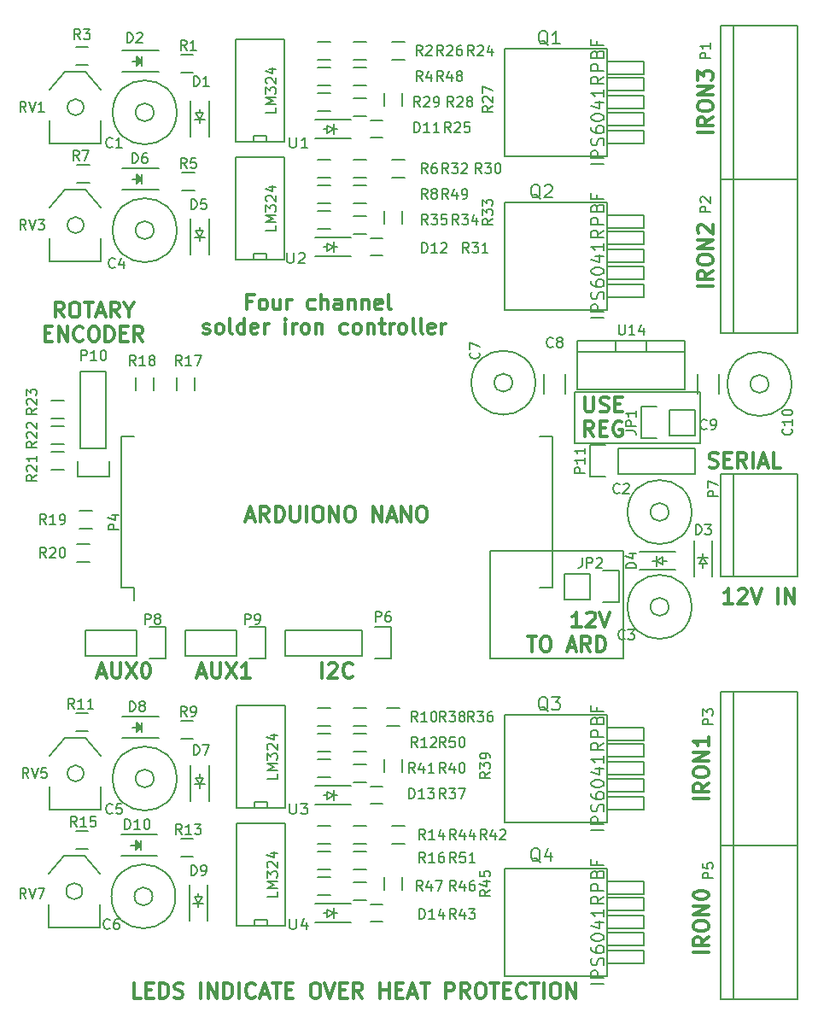
<source format=gto>
G04 #@! TF.FileFunction,Legend,Top*
%FSLAX46Y46*%
G04 Gerber Fmt 4.6, Leading zero omitted, Abs format (unit mm)*
G04 Created by KiCad (PCBNEW 4.0.2-4+6225~38~ubuntu14.04.1-stable) date mån 18 apr 2016 22:23:25*
%MOMM*%
G01*
G04 APERTURE LIST*
%ADD10C,0.100000*%
%ADD11C,0.300000*%
%ADD12C,0.200000*%
%ADD13C,0.150000*%
%ADD14C,0.127000*%
%ADD15C,0.203200*%
%ADD16C,0.152400*%
G04 APERTURE END LIST*
D10*
D11*
X140177144Y-93434857D02*
X139677144Y-93434857D01*
X139677144Y-94220571D02*
X139677144Y-92720571D01*
X140391430Y-92720571D01*
X141177144Y-94220571D02*
X141034286Y-94149143D01*
X140962858Y-94077714D01*
X140891429Y-93934857D01*
X140891429Y-93506286D01*
X140962858Y-93363429D01*
X141034286Y-93292000D01*
X141177144Y-93220571D01*
X141391429Y-93220571D01*
X141534286Y-93292000D01*
X141605715Y-93363429D01*
X141677144Y-93506286D01*
X141677144Y-93934857D01*
X141605715Y-94077714D01*
X141534286Y-94149143D01*
X141391429Y-94220571D01*
X141177144Y-94220571D01*
X142962858Y-93220571D02*
X142962858Y-94220571D01*
X142320001Y-93220571D02*
X142320001Y-94006286D01*
X142391429Y-94149143D01*
X142534287Y-94220571D01*
X142748572Y-94220571D01*
X142891429Y-94149143D01*
X142962858Y-94077714D01*
X143677144Y-94220571D02*
X143677144Y-93220571D01*
X143677144Y-93506286D02*
X143748572Y-93363429D01*
X143820001Y-93292000D01*
X143962858Y-93220571D01*
X144105715Y-93220571D01*
X146391429Y-94149143D02*
X146248572Y-94220571D01*
X145962858Y-94220571D01*
X145820000Y-94149143D01*
X145748572Y-94077714D01*
X145677143Y-93934857D01*
X145677143Y-93506286D01*
X145748572Y-93363429D01*
X145820000Y-93292000D01*
X145962858Y-93220571D01*
X146248572Y-93220571D01*
X146391429Y-93292000D01*
X147034286Y-94220571D02*
X147034286Y-92720571D01*
X147677143Y-94220571D02*
X147677143Y-93434857D01*
X147605714Y-93292000D01*
X147462857Y-93220571D01*
X147248572Y-93220571D01*
X147105714Y-93292000D01*
X147034286Y-93363429D01*
X149034286Y-94220571D02*
X149034286Y-93434857D01*
X148962857Y-93292000D01*
X148820000Y-93220571D01*
X148534286Y-93220571D01*
X148391429Y-93292000D01*
X149034286Y-94149143D02*
X148891429Y-94220571D01*
X148534286Y-94220571D01*
X148391429Y-94149143D01*
X148320000Y-94006286D01*
X148320000Y-93863429D01*
X148391429Y-93720571D01*
X148534286Y-93649143D01*
X148891429Y-93649143D01*
X149034286Y-93577714D01*
X149748572Y-93220571D02*
X149748572Y-94220571D01*
X149748572Y-93363429D02*
X149820000Y-93292000D01*
X149962858Y-93220571D01*
X150177143Y-93220571D01*
X150320000Y-93292000D01*
X150391429Y-93434857D01*
X150391429Y-94220571D01*
X151105715Y-93220571D02*
X151105715Y-94220571D01*
X151105715Y-93363429D02*
X151177143Y-93292000D01*
X151320001Y-93220571D01*
X151534286Y-93220571D01*
X151677143Y-93292000D01*
X151748572Y-93434857D01*
X151748572Y-94220571D01*
X153034286Y-94149143D02*
X152891429Y-94220571D01*
X152605715Y-94220571D01*
X152462858Y-94149143D01*
X152391429Y-94006286D01*
X152391429Y-93434857D01*
X152462858Y-93292000D01*
X152605715Y-93220571D01*
X152891429Y-93220571D01*
X153034286Y-93292000D01*
X153105715Y-93434857D01*
X153105715Y-93577714D01*
X152391429Y-93720571D01*
X153962858Y-94220571D02*
X153820000Y-94149143D01*
X153748572Y-94006286D01*
X153748572Y-92720571D01*
X135355715Y-96549143D02*
X135498572Y-96620571D01*
X135784287Y-96620571D01*
X135927144Y-96549143D01*
X135998572Y-96406286D01*
X135998572Y-96334857D01*
X135927144Y-96192000D01*
X135784287Y-96120571D01*
X135570001Y-96120571D01*
X135427144Y-96049143D01*
X135355715Y-95906286D01*
X135355715Y-95834857D01*
X135427144Y-95692000D01*
X135570001Y-95620571D01*
X135784287Y-95620571D01*
X135927144Y-95692000D01*
X136855716Y-96620571D02*
X136712858Y-96549143D01*
X136641430Y-96477714D01*
X136570001Y-96334857D01*
X136570001Y-95906286D01*
X136641430Y-95763429D01*
X136712858Y-95692000D01*
X136855716Y-95620571D01*
X137070001Y-95620571D01*
X137212858Y-95692000D01*
X137284287Y-95763429D01*
X137355716Y-95906286D01*
X137355716Y-96334857D01*
X137284287Y-96477714D01*
X137212858Y-96549143D01*
X137070001Y-96620571D01*
X136855716Y-96620571D01*
X138212859Y-96620571D02*
X138070001Y-96549143D01*
X137998573Y-96406286D01*
X137998573Y-95120571D01*
X139427144Y-96620571D02*
X139427144Y-95120571D01*
X139427144Y-96549143D02*
X139284287Y-96620571D01*
X138998573Y-96620571D01*
X138855715Y-96549143D01*
X138784287Y-96477714D01*
X138712858Y-96334857D01*
X138712858Y-95906286D01*
X138784287Y-95763429D01*
X138855715Y-95692000D01*
X138998573Y-95620571D01*
X139284287Y-95620571D01*
X139427144Y-95692000D01*
X140712858Y-96549143D02*
X140570001Y-96620571D01*
X140284287Y-96620571D01*
X140141430Y-96549143D01*
X140070001Y-96406286D01*
X140070001Y-95834857D01*
X140141430Y-95692000D01*
X140284287Y-95620571D01*
X140570001Y-95620571D01*
X140712858Y-95692000D01*
X140784287Y-95834857D01*
X140784287Y-95977714D01*
X140070001Y-96120571D01*
X141427144Y-96620571D02*
X141427144Y-95620571D01*
X141427144Y-95906286D02*
X141498572Y-95763429D01*
X141570001Y-95692000D01*
X141712858Y-95620571D01*
X141855715Y-95620571D01*
X143498572Y-96620571D02*
X143498572Y-95620571D01*
X143498572Y-95120571D02*
X143427143Y-95192000D01*
X143498572Y-95263429D01*
X143570000Y-95192000D01*
X143498572Y-95120571D01*
X143498572Y-95263429D01*
X144212858Y-96620571D02*
X144212858Y-95620571D01*
X144212858Y-95906286D02*
X144284286Y-95763429D01*
X144355715Y-95692000D01*
X144498572Y-95620571D01*
X144641429Y-95620571D01*
X145355715Y-96620571D02*
X145212857Y-96549143D01*
X145141429Y-96477714D01*
X145070000Y-96334857D01*
X145070000Y-95906286D01*
X145141429Y-95763429D01*
X145212857Y-95692000D01*
X145355715Y-95620571D01*
X145570000Y-95620571D01*
X145712857Y-95692000D01*
X145784286Y-95763429D01*
X145855715Y-95906286D01*
X145855715Y-96334857D01*
X145784286Y-96477714D01*
X145712857Y-96549143D01*
X145570000Y-96620571D01*
X145355715Y-96620571D01*
X146498572Y-95620571D02*
X146498572Y-96620571D01*
X146498572Y-95763429D02*
X146570000Y-95692000D01*
X146712858Y-95620571D01*
X146927143Y-95620571D01*
X147070000Y-95692000D01*
X147141429Y-95834857D01*
X147141429Y-96620571D01*
X149641429Y-96549143D02*
X149498572Y-96620571D01*
X149212858Y-96620571D01*
X149070000Y-96549143D01*
X148998572Y-96477714D01*
X148927143Y-96334857D01*
X148927143Y-95906286D01*
X148998572Y-95763429D01*
X149070000Y-95692000D01*
X149212858Y-95620571D01*
X149498572Y-95620571D01*
X149641429Y-95692000D01*
X150498572Y-96620571D02*
X150355714Y-96549143D01*
X150284286Y-96477714D01*
X150212857Y-96334857D01*
X150212857Y-95906286D01*
X150284286Y-95763429D01*
X150355714Y-95692000D01*
X150498572Y-95620571D01*
X150712857Y-95620571D01*
X150855714Y-95692000D01*
X150927143Y-95763429D01*
X150998572Y-95906286D01*
X150998572Y-96334857D01*
X150927143Y-96477714D01*
X150855714Y-96549143D01*
X150712857Y-96620571D01*
X150498572Y-96620571D01*
X151641429Y-95620571D02*
X151641429Y-96620571D01*
X151641429Y-95763429D02*
X151712857Y-95692000D01*
X151855715Y-95620571D01*
X152070000Y-95620571D01*
X152212857Y-95692000D01*
X152284286Y-95834857D01*
X152284286Y-96620571D01*
X152784286Y-95620571D02*
X153355715Y-95620571D01*
X152998572Y-95120571D02*
X152998572Y-96406286D01*
X153070000Y-96549143D01*
X153212858Y-96620571D01*
X153355715Y-96620571D01*
X153855715Y-96620571D02*
X153855715Y-95620571D01*
X153855715Y-95906286D02*
X153927143Y-95763429D01*
X153998572Y-95692000D01*
X154141429Y-95620571D01*
X154284286Y-95620571D01*
X154998572Y-96620571D02*
X154855714Y-96549143D01*
X154784286Y-96477714D01*
X154712857Y-96334857D01*
X154712857Y-95906286D01*
X154784286Y-95763429D01*
X154855714Y-95692000D01*
X154998572Y-95620571D01*
X155212857Y-95620571D01*
X155355714Y-95692000D01*
X155427143Y-95763429D01*
X155498572Y-95906286D01*
X155498572Y-96334857D01*
X155427143Y-96477714D01*
X155355714Y-96549143D01*
X155212857Y-96620571D01*
X154998572Y-96620571D01*
X156355715Y-96620571D02*
X156212857Y-96549143D01*
X156141429Y-96406286D01*
X156141429Y-95120571D01*
X157141429Y-96620571D02*
X156998571Y-96549143D01*
X156927143Y-96406286D01*
X156927143Y-95120571D01*
X158284285Y-96549143D02*
X158141428Y-96620571D01*
X157855714Y-96620571D01*
X157712857Y-96549143D01*
X157641428Y-96406286D01*
X157641428Y-95834857D01*
X157712857Y-95692000D01*
X157855714Y-95620571D01*
X158141428Y-95620571D01*
X158284285Y-95692000D01*
X158355714Y-95834857D01*
X158355714Y-95977714D01*
X157641428Y-96120571D01*
X158998571Y-96620571D02*
X158998571Y-95620571D01*
X158998571Y-95906286D02*
X159069999Y-95763429D01*
X159141428Y-95692000D01*
X159284285Y-95620571D01*
X159427142Y-95620571D01*
X129189428Y-162476571D02*
X128475142Y-162476571D01*
X128475142Y-160976571D01*
X129689428Y-161690857D02*
X130189428Y-161690857D01*
X130403714Y-162476571D02*
X129689428Y-162476571D01*
X129689428Y-160976571D01*
X130403714Y-160976571D01*
X131046571Y-162476571D02*
X131046571Y-160976571D01*
X131403714Y-160976571D01*
X131617999Y-161048000D01*
X131760857Y-161190857D01*
X131832285Y-161333714D01*
X131903714Y-161619429D01*
X131903714Y-161833714D01*
X131832285Y-162119429D01*
X131760857Y-162262286D01*
X131617999Y-162405143D01*
X131403714Y-162476571D01*
X131046571Y-162476571D01*
X132475142Y-162405143D02*
X132689428Y-162476571D01*
X133046571Y-162476571D01*
X133189428Y-162405143D01*
X133260857Y-162333714D01*
X133332285Y-162190857D01*
X133332285Y-162048000D01*
X133260857Y-161905143D01*
X133189428Y-161833714D01*
X133046571Y-161762286D01*
X132760857Y-161690857D01*
X132617999Y-161619429D01*
X132546571Y-161548000D01*
X132475142Y-161405143D01*
X132475142Y-161262286D01*
X132546571Y-161119429D01*
X132617999Y-161048000D01*
X132760857Y-160976571D01*
X133117999Y-160976571D01*
X133332285Y-161048000D01*
X135117999Y-162476571D02*
X135117999Y-160976571D01*
X135832285Y-162476571D02*
X135832285Y-160976571D01*
X136689428Y-162476571D01*
X136689428Y-160976571D01*
X137403714Y-162476571D02*
X137403714Y-160976571D01*
X137760857Y-160976571D01*
X137975142Y-161048000D01*
X138118000Y-161190857D01*
X138189428Y-161333714D01*
X138260857Y-161619429D01*
X138260857Y-161833714D01*
X138189428Y-162119429D01*
X138118000Y-162262286D01*
X137975142Y-162405143D01*
X137760857Y-162476571D01*
X137403714Y-162476571D01*
X138903714Y-162476571D02*
X138903714Y-160976571D01*
X140475143Y-162333714D02*
X140403714Y-162405143D01*
X140189428Y-162476571D01*
X140046571Y-162476571D01*
X139832286Y-162405143D01*
X139689428Y-162262286D01*
X139618000Y-162119429D01*
X139546571Y-161833714D01*
X139546571Y-161619429D01*
X139618000Y-161333714D01*
X139689428Y-161190857D01*
X139832286Y-161048000D01*
X140046571Y-160976571D01*
X140189428Y-160976571D01*
X140403714Y-161048000D01*
X140475143Y-161119429D01*
X141046571Y-162048000D02*
X141760857Y-162048000D01*
X140903714Y-162476571D02*
X141403714Y-160976571D01*
X141903714Y-162476571D01*
X142189428Y-160976571D02*
X143046571Y-160976571D01*
X142618000Y-162476571D02*
X142618000Y-160976571D01*
X143546571Y-161690857D02*
X144046571Y-161690857D01*
X144260857Y-162476571D02*
X143546571Y-162476571D01*
X143546571Y-160976571D01*
X144260857Y-160976571D01*
X146332285Y-160976571D02*
X146617999Y-160976571D01*
X146760857Y-161048000D01*
X146903714Y-161190857D01*
X146975142Y-161476571D01*
X146975142Y-161976571D01*
X146903714Y-162262286D01*
X146760857Y-162405143D01*
X146617999Y-162476571D01*
X146332285Y-162476571D01*
X146189428Y-162405143D01*
X146046571Y-162262286D01*
X145975142Y-161976571D01*
X145975142Y-161476571D01*
X146046571Y-161190857D01*
X146189428Y-161048000D01*
X146332285Y-160976571D01*
X147403714Y-160976571D02*
X147903714Y-162476571D01*
X148403714Y-160976571D01*
X148903714Y-161690857D02*
X149403714Y-161690857D01*
X149618000Y-162476571D02*
X148903714Y-162476571D01*
X148903714Y-160976571D01*
X149618000Y-160976571D01*
X151118000Y-162476571D02*
X150618000Y-161762286D01*
X150260857Y-162476571D02*
X150260857Y-160976571D01*
X150832285Y-160976571D01*
X150975143Y-161048000D01*
X151046571Y-161119429D01*
X151118000Y-161262286D01*
X151118000Y-161476571D01*
X151046571Y-161619429D01*
X150975143Y-161690857D01*
X150832285Y-161762286D01*
X150260857Y-161762286D01*
X152903714Y-162476571D02*
X152903714Y-160976571D01*
X152903714Y-161690857D02*
X153760857Y-161690857D01*
X153760857Y-162476571D02*
X153760857Y-160976571D01*
X154475143Y-161690857D02*
X154975143Y-161690857D01*
X155189429Y-162476571D02*
X154475143Y-162476571D01*
X154475143Y-160976571D01*
X155189429Y-160976571D01*
X155760857Y-162048000D02*
X156475143Y-162048000D01*
X155618000Y-162476571D02*
X156118000Y-160976571D01*
X156618000Y-162476571D01*
X156903714Y-160976571D02*
X157760857Y-160976571D01*
X157332286Y-162476571D02*
X157332286Y-160976571D01*
X159403714Y-162476571D02*
X159403714Y-160976571D01*
X159975142Y-160976571D01*
X160118000Y-161048000D01*
X160189428Y-161119429D01*
X160260857Y-161262286D01*
X160260857Y-161476571D01*
X160189428Y-161619429D01*
X160118000Y-161690857D01*
X159975142Y-161762286D01*
X159403714Y-161762286D01*
X161760857Y-162476571D02*
X161260857Y-161762286D01*
X160903714Y-162476571D02*
X160903714Y-160976571D01*
X161475142Y-160976571D01*
X161618000Y-161048000D01*
X161689428Y-161119429D01*
X161760857Y-161262286D01*
X161760857Y-161476571D01*
X161689428Y-161619429D01*
X161618000Y-161690857D01*
X161475142Y-161762286D01*
X160903714Y-161762286D01*
X162689428Y-160976571D02*
X162975142Y-160976571D01*
X163118000Y-161048000D01*
X163260857Y-161190857D01*
X163332285Y-161476571D01*
X163332285Y-161976571D01*
X163260857Y-162262286D01*
X163118000Y-162405143D01*
X162975142Y-162476571D01*
X162689428Y-162476571D01*
X162546571Y-162405143D01*
X162403714Y-162262286D01*
X162332285Y-161976571D01*
X162332285Y-161476571D01*
X162403714Y-161190857D01*
X162546571Y-161048000D01*
X162689428Y-160976571D01*
X163760857Y-160976571D02*
X164618000Y-160976571D01*
X164189429Y-162476571D02*
X164189429Y-160976571D01*
X165118000Y-161690857D02*
X165618000Y-161690857D01*
X165832286Y-162476571D02*
X165118000Y-162476571D01*
X165118000Y-160976571D01*
X165832286Y-160976571D01*
X167332286Y-162333714D02*
X167260857Y-162405143D01*
X167046571Y-162476571D01*
X166903714Y-162476571D01*
X166689429Y-162405143D01*
X166546571Y-162262286D01*
X166475143Y-162119429D01*
X166403714Y-161833714D01*
X166403714Y-161619429D01*
X166475143Y-161333714D01*
X166546571Y-161190857D01*
X166689429Y-161048000D01*
X166903714Y-160976571D01*
X167046571Y-160976571D01*
X167260857Y-161048000D01*
X167332286Y-161119429D01*
X167760857Y-160976571D02*
X168618000Y-160976571D01*
X168189429Y-162476571D02*
X168189429Y-160976571D01*
X169118000Y-162476571D02*
X169118000Y-160976571D01*
X170118000Y-160976571D02*
X170403714Y-160976571D01*
X170546572Y-161048000D01*
X170689429Y-161190857D01*
X170760857Y-161476571D01*
X170760857Y-161976571D01*
X170689429Y-162262286D01*
X170546572Y-162405143D01*
X170403714Y-162476571D01*
X170118000Y-162476571D01*
X169975143Y-162405143D01*
X169832286Y-162262286D01*
X169760857Y-161976571D01*
X169760857Y-161476571D01*
X169832286Y-161190857D01*
X169975143Y-161048000D01*
X170118000Y-160976571D01*
X171403715Y-162476571D02*
X171403715Y-160976571D01*
X172260858Y-162476571D01*
X172260858Y-160976571D01*
X185511714Y-109827143D02*
X185726000Y-109898571D01*
X186083143Y-109898571D01*
X186226000Y-109827143D01*
X186297429Y-109755714D01*
X186368857Y-109612857D01*
X186368857Y-109470000D01*
X186297429Y-109327143D01*
X186226000Y-109255714D01*
X186083143Y-109184286D01*
X185797429Y-109112857D01*
X185654571Y-109041429D01*
X185583143Y-108970000D01*
X185511714Y-108827143D01*
X185511714Y-108684286D01*
X185583143Y-108541429D01*
X185654571Y-108470000D01*
X185797429Y-108398571D01*
X186154571Y-108398571D01*
X186368857Y-108470000D01*
X187011714Y-109112857D02*
X187511714Y-109112857D01*
X187726000Y-109898571D02*
X187011714Y-109898571D01*
X187011714Y-108398571D01*
X187726000Y-108398571D01*
X189226000Y-109898571D02*
X188726000Y-109184286D01*
X188368857Y-109898571D02*
X188368857Y-108398571D01*
X188940285Y-108398571D01*
X189083143Y-108470000D01*
X189154571Y-108541429D01*
X189226000Y-108684286D01*
X189226000Y-108898571D01*
X189154571Y-109041429D01*
X189083143Y-109112857D01*
X188940285Y-109184286D01*
X188368857Y-109184286D01*
X189868857Y-109898571D02*
X189868857Y-108398571D01*
X190511714Y-109470000D02*
X191226000Y-109470000D01*
X190368857Y-109898571D02*
X190868857Y-108398571D01*
X191368857Y-109898571D01*
X192583143Y-109898571D02*
X191868857Y-109898571D01*
X191868857Y-108398571D01*
X121531429Y-94982571D02*
X121031429Y-94268286D01*
X120674286Y-94982571D02*
X120674286Y-93482571D01*
X121245714Y-93482571D01*
X121388572Y-93554000D01*
X121460000Y-93625429D01*
X121531429Y-93768286D01*
X121531429Y-93982571D01*
X121460000Y-94125429D01*
X121388572Y-94196857D01*
X121245714Y-94268286D01*
X120674286Y-94268286D01*
X122460000Y-93482571D02*
X122745714Y-93482571D01*
X122888572Y-93554000D01*
X123031429Y-93696857D01*
X123102857Y-93982571D01*
X123102857Y-94482571D01*
X123031429Y-94768286D01*
X122888572Y-94911143D01*
X122745714Y-94982571D01*
X122460000Y-94982571D01*
X122317143Y-94911143D01*
X122174286Y-94768286D01*
X122102857Y-94482571D01*
X122102857Y-93982571D01*
X122174286Y-93696857D01*
X122317143Y-93554000D01*
X122460000Y-93482571D01*
X123531429Y-93482571D02*
X124388572Y-93482571D01*
X123960001Y-94982571D02*
X123960001Y-93482571D01*
X124817143Y-94554000D02*
X125531429Y-94554000D01*
X124674286Y-94982571D02*
X125174286Y-93482571D01*
X125674286Y-94982571D01*
X127031429Y-94982571D02*
X126531429Y-94268286D01*
X126174286Y-94982571D02*
X126174286Y-93482571D01*
X126745714Y-93482571D01*
X126888572Y-93554000D01*
X126960000Y-93625429D01*
X127031429Y-93768286D01*
X127031429Y-93982571D01*
X126960000Y-94125429D01*
X126888572Y-94196857D01*
X126745714Y-94268286D01*
X126174286Y-94268286D01*
X127960000Y-94268286D02*
X127960000Y-94982571D01*
X127460000Y-93482571D02*
X127960000Y-94268286D01*
X128460000Y-93482571D01*
X119638571Y-96596857D02*
X120138571Y-96596857D01*
X120352857Y-97382571D02*
X119638571Y-97382571D01*
X119638571Y-95882571D01*
X120352857Y-95882571D01*
X120995714Y-97382571D02*
X120995714Y-95882571D01*
X121852857Y-97382571D01*
X121852857Y-95882571D01*
X123424286Y-97239714D02*
X123352857Y-97311143D01*
X123138571Y-97382571D01*
X122995714Y-97382571D01*
X122781429Y-97311143D01*
X122638571Y-97168286D01*
X122567143Y-97025429D01*
X122495714Y-96739714D01*
X122495714Y-96525429D01*
X122567143Y-96239714D01*
X122638571Y-96096857D01*
X122781429Y-95954000D01*
X122995714Y-95882571D01*
X123138571Y-95882571D01*
X123352857Y-95954000D01*
X123424286Y-96025429D01*
X124352857Y-95882571D02*
X124638571Y-95882571D01*
X124781429Y-95954000D01*
X124924286Y-96096857D01*
X124995714Y-96382571D01*
X124995714Y-96882571D01*
X124924286Y-97168286D01*
X124781429Y-97311143D01*
X124638571Y-97382571D01*
X124352857Y-97382571D01*
X124210000Y-97311143D01*
X124067143Y-97168286D01*
X123995714Y-96882571D01*
X123995714Y-96382571D01*
X124067143Y-96096857D01*
X124210000Y-95954000D01*
X124352857Y-95882571D01*
X125638572Y-97382571D02*
X125638572Y-95882571D01*
X125995715Y-95882571D01*
X126210000Y-95954000D01*
X126352858Y-96096857D01*
X126424286Y-96239714D01*
X126495715Y-96525429D01*
X126495715Y-96739714D01*
X126424286Y-97025429D01*
X126352858Y-97168286D01*
X126210000Y-97311143D01*
X125995715Y-97382571D01*
X125638572Y-97382571D01*
X127138572Y-96596857D02*
X127638572Y-96596857D01*
X127852858Y-97382571D02*
X127138572Y-97382571D01*
X127138572Y-95882571D01*
X127852858Y-95882571D01*
X129352858Y-97382571D02*
X128852858Y-96668286D01*
X128495715Y-97382571D02*
X128495715Y-95882571D01*
X129067143Y-95882571D01*
X129210001Y-95954000D01*
X129281429Y-96025429D01*
X129352858Y-96168286D01*
X129352858Y-96382571D01*
X129281429Y-96525429D01*
X129210001Y-96596857D01*
X129067143Y-96668286D01*
X128495715Y-96668286D01*
X124936572Y-130298000D02*
X125650858Y-130298000D01*
X124793715Y-130726571D02*
X125293715Y-129226571D01*
X125793715Y-130726571D01*
X126293715Y-129226571D02*
X126293715Y-130440857D01*
X126365143Y-130583714D01*
X126436572Y-130655143D01*
X126579429Y-130726571D01*
X126865143Y-130726571D01*
X127008001Y-130655143D01*
X127079429Y-130583714D01*
X127150858Y-130440857D01*
X127150858Y-129226571D01*
X127722287Y-129226571D02*
X128722287Y-130726571D01*
X128722287Y-129226571D02*
X127722287Y-130726571D01*
X129579429Y-129226571D02*
X129722286Y-129226571D01*
X129865143Y-129298000D01*
X129936572Y-129369429D01*
X130008001Y-129512286D01*
X130079429Y-129798000D01*
X130079429Y-130155143D01*
X130008001Y-130440857D01*
X129936572Y-130583714D01*
X129865143Y-130655143D01*
X129722286Y-130726571D01*
X129579429Y-130726571D01*
X129436572Y-130655143D01*
X129365143Y-130583714D01*
X129293715Y-130440857D01*
X129222286Y-130155143D01*
X129222286Y-129798000D01*
X129293715Y-129512286D01*
X129365143Y-129369429D01*
X129436572Y-129298000D01*
X129579429Y-129226571D01*
X134842572Y-130298000D02*
X135556858Y-130298000D01*
X134699715Y-130726571D02*
X135199715Y-129226571D01*
X135699715Y-130726571D01*
X136199715Y-129226571D02*
X136199715Y-130440857D01*
X136271143Y-130583714D01*
X136342572Y-130655143D01*
X136485429Y-130726571D01*
X136771143Y-130726571D01*
X136914001Y-130655143D01*
X136985429Y-130583714D01*
X137056858Y-130440857D01*
X137056858Y-129226571D01*
X137628287Y-129226571D02*
X138628287Y-130726571D01*
X138628287Y-129226571D02*
X137628287Y-130726571D01*
X139985429Y-130726571D02*
X139128286Y-130726571D01*
X139556858Y-130726571D02*
X139556858Y-129226571D01*
X139414001Y-129440857D01*
X139271143Y-129583714D01*
X139128286Y-129655143D01*
X147125715Y-130726571D02*
X147125715Y-129226571D01*
X147768572Y-129369429D02*
X147840001Y-129298000D01*
X147982858Y-129226571D01*
X148340001Y-129226571D01*
X148482858Y-129298000D01*
X148554287Y-129369429D01*
X148625715Y-129512286D01*
X148625715Y-129655143D01*
X148554287Y-129869429D01*
X147697144Y-130726571D01*
X148625715Y-130726571D01*
X150125715Y-130583714D02*
X150054286Y-130655143D01*
X149840000Y-130726571D01*
X149697143Y-130726571D01*
X149482858Y-130655143D01*
X149340000Y-130512286D01*
X149268572Y-130369429D01*
X149197143Y-130083714D01*
X149197143Y-129869429D01*
X149268572Y-129583714D01*
X149340000Y-129440857D01*
X149482858Y-129298000D01*
X149697143Y-129226571D01*
X149840000Y-129226571D01*
X150054286Y-129298000D01*
X150125715Y-129369429D01*
D12*
X163830000Y-118110000D02*
X163830000Y-118618000D01*
X177038000Y-118110000D02*
X163830000Y-118110000D01*
X177038000Y-128778000D02*
X177038000Y-118110000D01*
X163830000Y-128778000D02*
X177038000Y-128778000D01*
X163830000Y-118364000D02*
X163830000Y-128778000D01*
D11*
X172807143Y-125716571D02*
X171950000Y-125716571D01*
X172378572Y-125716571D02*
X172378572Y-124216571D01*
X172235715Y-124430857D01*
X172092857Y-124573714D01*
X171950000Y-124645143D01*
X173378571Y-124359429D02*
X173450000Y-124288000D01*
X173592857Y-124216571D01*
X173950000Y-124216571D01*
X174092857Y-124288000D01*
X174164286Y-124359429D01*
X174235714Y-124502286D01*
X174235714Y-124645143D01*
X174164286Y-124859429D01*
X173307143Y-125716571D01*
X174235714Y-125716571D01*
X174664285Y-124216571D02*
X175164285Y-125716571D01*
X175664285Y-124216571D01*
X167521429Y-126616571D02*
X168378572Y-126616571D01*
X167950001Y-128116571D02*
X167950001Y-126616571D01*
X169164286Y-126616571D02*
X169450000Y-126616571D01*
X169592858Y-126688000D01*
X169735715Y-126830857D01*
X169807143Y-127116571D01*
X169807143Y-127616571D01*
X169735715Y-127902286D01*
X169592858Y-128045143D01*
X169450000Y-128116571D01*
X169164286Y-128116571D01*
X169021429Y-128045143D01*
X168878572Y-127902286D01*
X168807143Y-127616571D01*
X168807143Y-127116571D01*
X168878572Y-126830857D01*
X169021429Y-126688000D01*
X169164286Y-126616571D01*
X171521429Y-127688000D02*
X172235715Y-127688000D01*
X171378572Y-128116571D02*
X171878572Y-126616571D01*
X172378572Y-128116571D01*
X173735715Y-128116571D02*
X173235715Y-127402286D01*
X172878572Y-128116571D02*
X172878572Y-126616571D01*
X173450000Y-126616571D01*
X173592858Y-126688000D01*
X173664286Y-126759429D01*
X173735715Y-126902286D01*
X173735715Y-127116571D01*
X173664286Y-127259429D01*
X173592858Y-127330857D01*
X173450000Y-127402286D01*
X172878572Y-127402286D01*
X174378572Y-128116571D02*
X174378572Y-126616571D01*
X174735715Y-126616571D01*
X174950000Y-126688000D01*
X175092858Y-126830857D01*
X175164286Y-126973714D01*
X175235715Y-127259429D01*
X175235715Y-127473714D01*
X175164286Y-127759429D01*
X175092858Y-127902286D01*
X174950000Y-128045143D01*
X174735715Y-128116571D01*
X174378572Y-128116571D01*
D12*
X172212000Y-107442000D02*
X172212000Y-102362000D01*
X184658000Y-107442000D02*
X172212000Y-107442000D01*
X184658000Y-102362000D02*
X184658000Y-107442000D01*
X172212000Y-102362000D02*
X184658000Y-102362000D01*
D11*
X173184572Y-102880571D02*
X173184572Y-104094857D01*
X173256000Y-104237714D01*
X173327429Y-104309143D01*
X173470286Y-104380571D01*
X173756000Y-104380571D01*
X173898858Y-104309143D01*
X173970286Y-104237714D01*
X174041715Y-104094857D01*
X174041715Y-102880571D01*
X174684572Y-104309143D02*
X174898858Y-104380571D01*
X175256001Y-104380571D01*
X175398858Y-104309143D01*
X175470287Y-104237714D01*
X175541715Y-104094857D01*
X175541715Y-103952000D01*
X175470287Y-103809143D01*
X175398858Y-103737714D01*
X175256001Y-103666286D01*
X174970287Y-103594857D01*
X174827429Y-103523429D01*
X174756001Y-103452000D01*
X174684572Y-103309143D01*
X174684572Y-103166286D01*
X174756001Y-103023429D01*
X174827429Y-102952000D01*
X174970287Y-102880571D01*
X175327429Y-102880571D01*
X175541715Y-102952000D01*
X176184572Y-103594857D02*
X176684572Y-103594857D01*
X176898858Y-104380571D02*
X176184572Y-104380571D01*
X176184572Y-102880571D01*
X176898858Y-102880571D01*
X174041715Y-106780571D02*
X173541715Y-106066286D01*
X173184572Y-106780571D02*
X173184572Y-105280571D01*
X173756000Y-105280571D01*
X173898858Y-105352000D01*
X173970286Y-105423429D01*
X174041715Y-105566286D01*
X174041715Y-105780571D01*
X173970286Y-105923429D01*
X173898858Y-105994857D01*
X173756000Y-106066286D01*
X173184572Y-106066286D01*
X174684572Y-105994857D02*
X175184572Y-105994857D01*
X175398858Y-106780571D02*
X174684572Y-106780571D01*
X174684572Y-105280571D01*
X175398858Y-105280571D01*
X176827429Y-105352000D02*
X176684572Y-105280571D01*
X176470286Y-105280571D01*
X176256001Y-105352000D01*
X176113143Y-105494857D01*
X176041715Y-105637714D01*
X175970286Y-105923429D01*
X175970286Y-106137714D01*
X176041715Y-106423429D01*
X176113143Y-106566286D01*
X176256001Y-106709143D01*
X176470286Y-106780571D01*
X176613143Y-106780571D01*
X176827429Y-106709143D01*
X176898858Y-106637714D01*
X176898858Y-106137714D01*
X176613143Y-106137714D01*
X139661427Y-114804000D02*
X140375713Y-114804000D01*
X139518570Y-115232571D02*
X140018570Y-113732571D01*
X140518570Y-115232571D01*
X141875713Y-115232571D02*
X141375713Y-114518286D01*
X141018570Y-115232571D02*
X141018570Y-113732571D01*
X141589998Y-113732571D01*
X141732856Y-113804000D01*
X141804284Y-113875429D01*
X141875713Y-114018286D01*
X141875713Y-114232571D01*
X141804284Y-114375429D01*
X141732856Y-114446857D01*
X141589998Y-114518286D01*
X141018570Y-114518286D01*
X142518570Y-115232571D02*
X142518570Y-113732571D01*
X142875713Y-113732571D01*
X143089998Y-113804000D01*
X143232856Y-113946857D01*
X143304284Y-114089714D01*
X143375713Y-114375429D01*
X143375713Y-114589714D01*
X143304284Y-114875429D01*
X143232856Y-115018286D01*
X143089998Y-115161143D01*
X142875713Y-115232571D01*
X142518570Y-115232571D01*
X144018570Y-113732571D02*
X144018570Y-114946857D01*
X144089998Y-115089714D01*
X144161427Y-115161143D01*
X144304284Y-115232571D01*
X144589998Y-115232571D01*
X144732856Y-115161143D01*
X144804284Y-115089714D01*
X144875713Y-114946857D01*
X144875713Y-113732571D01*
X145589999Y-115232571D02*
X145589999Y-113732571D01*
X146589999Y-113732571D02*
X146875713Y-113732571D01*
X147018571Y-113804000D01*
X147161428Y-113946857D01*
X147232856Y-114232571D01*
X147232856Y-114732571D01*
X147161428Y-115018286D01*
X147018571Y-115161143D01*
X146875713Y-115232571D01*
X146589999Y-115232571D01*
X146447142Y-115161143D01*
X146304285Y-115018286D01*
X146232856Y-114732571D01*
X146232856Y-114232571D01*
X146304285Y-113946857D01*
X146447142Y-113804000D01*
X146589999Y-113732571D01*
X147875714Y-115232571D02*
X147875714Y-113732571D01*
X148732857Y-115232571D01*
X148732857Y-113732571D01*
X149732857Y-113732571D02*
X150018571Y-113732571D01*
X150161429Y-113804000D01*
X150304286Y-113946857D01*
X150375714Y-114232571D01*
X150375714Y-114732571D01*
X150304286Y-115018286D01*
X150161429Y-115161143D01*
X150018571Y-115232571D01*
X149732857Y-115232571D01*
X149590000Y-115161143D01*
X149447143Y-115018286D01*
X149375714Y-114732571D01*
X149375714Y-114232571D01*
X149447143Y-113946857D01*
X149590000Y-113804000D01*
X149732857Y-113732571D01*
X152161429Y-115232571D02*
X152161429Y-113732571D01*
X153018572Y-115232571D01*
X153018572Y-113732571D01*
X153661429Y-114804000D02*
X154375715Y-114804000D01*
X153518572Y-115232571D02*
X154018572Y-113732571D01*
X154518572Y-115232571D01*
X155018572Y-115232571D02*
X155018572Y-113732571D01*
X155875715Y-115232571D01*
X155875715Y-113732571D01*
X156875715Y-113732571D02*
X157161429Y-113732571D01*
X157304287Y-113804000D01*
X157447144Y-113946857D01*
X157518572Y-114232571D01*
X157518572Y-114732571D01*
X157447144Y-115018286D01*
X157304287Y-115161143D01*
X157161429Y-115232571D01*
X156875715Y-115232571D01*
X156732858Y-115161143D01*
X156590001Y-115018286D01*
X156518572Y-114732571D01*
X156518572Y-114232571D01*
X156590001Y-113946857D01*
X156732858Y-113804000D01*
X156875715Y-113732571D01*
X187857143Y-123360571D02*
X187000000Y-123360571D01*
X187428572Y-123360571D02*
X187428572Y-121860571D01*
X187285715Y-122074857D01*
X187142857Y-122217714D01*
X187000000Y-122289143D01*
X188428571Y-122003429D02*
X188500000Y-121932000D01*
X188642857Y-121860571D01*
X189000000Y-121860571D01*
X189142857Y-121932000D01*
X189214286Y-122003429D01*
X189285714Y-122146286D01*
X189285714Y-122289143D01*
X189214286Y-122503429D01*
X188357143Y-123360571D01*
X189285714Y-123360571D01*
X189714285Y-121860571D02*
X190214285Y-123360571D01*
X190714285Y-121860571D01*
X192357142Y-123360571D02*
X192357142Y-121860571D01*
X193071428Y-123360571D02*
X193071428Y-121860571D01*
X193928571Y-123360571D01*
X193928571Y-121860571D01*
X185844571Y-76695714D02*
X184344571Y-76695714D01*
X185844571Y-75124285D02*
X185130286Y-75624285D01*
X185844571Y-75981428D02*
X184344571Y-75981428D01*
X184344571Y-75410000D01*
X184416000Y-75267142D01*
X184487429Y-75195714D01*
X184630286Y-75124285D01*
X184844571Y-75124285D01*
X184987429Y-75195714D01*
X185058857Y-75267142D01*
X185130286Y-75410000D01*
X185130286Y-75981428D01*
X184344571Y-74195714D02*
X184344571Y-73910000D01*
X184416000Y-73767142D01*
X184558857Y-73624285D01*
X184844571Y-73552857D01*
X185344571Y-73552857D01*
X185630286Y-73624285D01*
X185773143Y-73767142D01*
X185844571Y-73910000D01*
X185844571Y-74195714D01*
X185773143Y-74338571D01*
X185630286Y-74481428D01*
X185344571Y-74552857D01*
X184844571Y-74552857D01*
X184558857Y-74481428D01*
X184416000Y-74338571D01*
X184344571Y-74195714D01*
X185844571Y-72909999D02*
X184344571Y-72909999D01*
X185844571Y-72052856D01*
X184344571Y-72052856D01*
X184344571Y-71481427D02*
X184344571Y-70552856D01*
X184916000Y-71052856D01*
X184916000Y-70838570D01*
X184987429Y-70695713D01*
X185058857Y-70624284D01*
X185201714Y-70552856D01*
X185558857Y-70552856D01*
X185701714Y-70624284D01*
X185773143Y-70695713D01*
X185844571Y-70838570D01*
X185844571Y-71267142D01*
X185773143Y-71409999D01*
X185701714Y-71481427D01*
X185844571Y-91935714D02*
X184344571Y-91935714D01*
X185844571Y-90364285D02*
X185130286Y-90864285D01*
X185844571Y-91221428D02*
X184344571Y-91221428D01*
X184344571Y-90650000D01*
X184416000Y-90507142D01*
X184487429Y-90435714D01*
X184630286Y-90364285D01*
X184844571Y-90364285D01*
X184987429Y-90435714D01*
X185058857Y-90507142D01*
X185130286Y-90650000D01*
X185130286Y-91221428D01*
X184344571Y-89435714D02*
X184344571Y-89150000D01*
X184416000Y-89007142D01*
X184558857Y-88864285D01*
X184844571Y-88792857D01*
X185344571Y-88792857D01*
X185630286Y-88864285D01*
X185773143Y-89007142D01*
X185844571Y-89150000D01*
X185844571Y-89435714D01*
X185773143Y-89578571D01*
X185630286Y-89721428D01*
X185344571Y-89792857D01*
X184844571Y-89792857D01*
X184558857Y-89721428D01*
X184416000Y-89578571D01*
X184344571Y-89435714D01*
X185844571Y-88149999D02*
X184344571Y-88149999D01*
X185844571Y-87292856D01*
X184344571Y-87292856D01*
X184487429Y-86649999D02*
X184416000Y-86578570D01*
X184344571Y-86435713D01*
X184344571Y-86078570D01*
X184416000Y-85935713D01*
X184487429Y-85864284D01*
X184630286Y-85792856D01*
X184773143Y-85792856D01*
X184987429Y-85864284D01*
X185844571Y-86721427D01*
X185844571Y-85792856D01*
X185463571Y-142735714D02*
X183963571Y-142735714D01*
X185463571Y-141164285D02*
X184749286Y-141664285D01*
X185463571Y-142021428D02*
X183963571Y-142021428D01*
X183963571Y-141450000D01*
X184035000Y-141307142D01*
X184106429Y-141235714D01*
X184249286Y-141164285D01*
X184463571Y-141164285D01*
X184606429Y-141235714D01*
X184677857Y-141307142D01*
X184749286Y-141450000D01*
X184749286Y-142021428D01*
X183963571Y-140235714D02*
X183963571Y-139950000D01*
X184035000Y-139807142D01*
X184177857Y-139664285D01*
X184463571Y-139592857D01*
X184963571Y-139592857D01*
X185249286Y-139664285D01*
X185392143Y-139807142D01*
X185463571Y-139950000D01*
X185463571Y-140235714D01*
X185392143Y-140378571D01*
X185249286Y-140521428D01*
X184963571Y-140592857D01*
X184463571Y-140592857D01*
X184177857Y-140521428D01*
X184035000Y-140378571D01*
X183963571Y-140235714D01*
X185463571Y-138949999D02*
X183963571Y-138949999D01*
X185463571Y-138092856D01*
X183963571Y-138092856D01*
X185463571Y-136592856D02*
X185463571Y-137449999D01*
X185463571Y-137021427D02*
X183963571Y-137021427D01*
X184177857Y-137164284D01*
X184320714Y-137307142D01*
X184392143Y-137449999D01*
X185463571Y-157975714D02*
X183963571Y-157975714D01*
X185463571Y-156404285D02*
X184749286Y-156904285D01*
X185463571Y-157261428D02*
X183963571Y-157261428D01*
X183963571Y-156690000D01*
X184035000Y-156547142D01*
X184106429Y-156475714D01*
X184249286Y-156404285D01*
X184463571Y-156404285D01*
X184606429Y-156475714D01*
X184677857Y-156547142D01*
X184749286Y-156690000D01*
X184749286Y-157261428D01*
X183963571Y-155475714D02*
X183963571Y-155190000D01*
X184035000Y-155047142D01*
X184177857Y-154904285D01*
X184463571Y-154832857D01*
X184963571Y-154832857D01*
X185249286Y-154904285D01*
X185392143Y-155047142D01*
X185463571Y-155190000D01*
X185463571Y-155475714D01*
X185392143Y-155618571D01*
X185249286Y-155761428D01*
X184963571Y-155832857D01*
X184463571Y-155832857D01*
X184177857Y-155761428D01*
X184035000Y-155618571D01*
X183963571Y-155475714D01*
X185463571Y-154189999D02*
X183963571Y-154189999D01*
X185463571Y-153332856D01*
X183963571Y-153332856D01*
X183963571Y-152332856D02*
X183963571Y-152189999D01*
X184035000Y-152047142D01*
X184106429Y-151975713D01*
X184249286Y-151904284D01*
X184535000Y-151832856D01*
X184892143Y-151832856D01*
X185177857Y-151904284D01*
X185320714Y-151975713D01*
X185392143Y-152047142D01*
X185463571Y-152189999D01*
X185463571Y-152332856D01*
X185392143Y-152475713D01*
X185320714Y-152547142D01*
X185177857Y-152618570D01*
X184892143Y-152689999D01*
X184535000Y-152689999D01*
X184249286Y-152618570D01*
X184106429Y-152547142D01*
X184035000Y-152475713D01*
X183963571Y-152332856D01*
D13*
X183769000Y-123698000D02*
G75*
G03X183769000Y-123698000I-3175000J0D01*
G01*
X181492026Y-123698000D02*
G75*
G03X181492026Y-123698000I-898026J0D01*
G01*
X183769000Y-114300000D02*
G75*
G03X183769000Y-114300000I-3175000J0D01*
G01*
X181492026Y-114300000D02*
G75*
G03X181492026Y-114300000I-898026J0D01*
G01*
X171205000Y-102600000D02*
X171205000Y-100600000D01*
X169155000Y-100600000D02*
X169155000Y-102600000D01*
X186445000Y-102600000D02*
X186445000Y-100600000D01*
X184395000Y-100600000D02*
X184395000Y-102600000D01*
X130928000Y-68546000D02*
X127328000Y-68546000D01*
X130928000Y-70646000D02*
X127328000Y-70646000D01*
X128878000Y-69896000D02*
X128878000Y-69296000D01*
X128878000Y-69296000D02*
X129178000Y-69596000D01*
X129178000Y-69596000D02*
X128978000Y-69796000D01*
X128978000Y-69796000D02*
X128978000Y-69546000D01*
X128978000Y-69546000D02*
X129028000Y-69596000D01*
X129278000Y-70096000D02*
X129278000Y-69096000D01*
X128778000Y-69596000D02*
X128278000Y-69596000D01*
X129278000Y-69596000D02*
X128778000Y-70096000D01*
X128778000Y-70096000D02*
X128778000Y-69096000D01*
X128778000Y-69096000D02*
X129278000Y-69596000D01*
X130928000Y-80230000D02*
X127328000Y-80230000D01*
X130928000Y-82330000D02*
X127328000Y-82330000D01*
X128878000Y-81580000D02*
X128878000Y-80980000D01*
X128878000Y-80980000D02*
X129178000Y-81280000D01*
X129178000Y-81280000D02*
X128978000Y-81480000D01*
X128978000Y-81480000D02*
X128978000Y-81230000D01*
X128978000Y-81230000D02*
X129028000Y-81280000D01*
X129278000Y-81780000D02*
X129278000Y-80780000D01*
X128778000Y-81280000D02*
X128278000Y-81280000D01*
X129278000Y-81280000D02*
X128778000Y-81780000D01*
X128778000Y-81780000D02*
X128778000Y-80780000D01*
X128778000Y-80780000D02*
X129278000Y-81280000D01*
X130928000Y-134586000D02*
X127328000Y-134586000D01*
X130928000Y-136686000D02*
X127328000Y-136686000D01*
X128878000Y-135936000D02*
X128878000Y-135336000D01*
X128878000Y-135336000D02*
X129178000Y-135636000D01*
X129178000Y-135636000D02*
X128978000Y-135836000D01*
X128978000Y-135836000D02*
X128978000Y-135586000D01*
X128978000Y-135586000D02*
X129028000Y-135636000D01*
X129278000Y-136136000D02*
X129278000Y-135136000D01*
X128778000Y-135636000D02*
X128278000Y-135636000D01*
X129278000Y-135636000D02*
X128778000Y-136136000D01*
X128778000Y-136136000D02*
X128778000Y-135136000D01*
X128778000Y-135136000D02*
X129278000Y-135636000D01*
X130801000Y-146270000D02*
X127201000Y-146270000D01*
X130801000Y-148370000D02*
X127201000Y-148370000D01*
X128751000Y-147620000D02*
X128751000Y-147020000D01*
X128751000Y-147020000D02*
X129051000Y-147320000D01*
X129051000Y-147320000D02*
X128851000Y-147520000D01*
X128851000Y-147520000D02*
X128851000Y-147270000D01*
X128851000Y-147270000D02*
X128901000Y-147320000D01*
X129151000Y-147820000D02*
X129151000Y-146820000D01*
X128651000Y-147320000D02*
X128151000Y-147320000D01*
X129151000Y-147320000D02*
X128651000Y-147820000D01*
X128651000Y-147820000D02*
X128651000Y-146820000D01*
X128651000Y-146820000D02*
X129151000Y-147320000D01*
X181610000Y-104140000D02*
X184150000Y-104140000D01*
X178790000Y-103860000D02*
X180340000Y-103860000D01*
X181610000Y-104140000D02*
X181610000Y-106680000D01*
X180340000Y-106960000D02*
X178790000Y-106960000D01*
X178790000Y-106960000D02*
X178790000Y-103860000D01*
X181610000Y-106680000D02*
X184150000Y-106680000D01*
X184150000Y-106680000D02*
X184150000Y-104140000D01*
X173736000Y-122936000D02*
X171196000Y-122936000D01*
X176556000Y-123216000D02*
X175006000Y-123216000D01*
X173736000Y-122936000D02*
X173736000Y-120396000D01*
X175006000Y-120116000D02*
X176556000Y-120116000D01*
X176556000Y-120116000D02*
X176556000Y-123216000D01*
X173736000Y-120396000D02*
X171196000Y-120396000D01*
X171196000Y-120396000D02*
X171196000Y-122936000D01*
X186690000Y-66040000D02*
X194310000Y-66040000D01*
X186690000Y-81280000D02*
X194310000Y-81280000D01*
X187960000Y-66040000D02*
X187960000Y-81280000D01*
X194310000Y-66040000D02*
X194310000Y-81280000D01*
X186690000Y-66040000D02*
X186690000Y-81280000D01*
X186690000Y-81280000D02*
X194310000Y-81280000D01*
X186690000Y-96520000D02*
X194310000Y-96520000D01*
X187960000Y-81280000D02*
X187960000Y-96520000D01*
X194310000Y-81280000D02*
X194310000Y-96520000D01*
X186690000Y-81280000D02*
X186690000Y-96520000D01*
X186690000Y-132080000D02*
X194310000Y-132080000D01*
X186690000Y-147320000D02*
X194310000Y-147320000D01*
X187960000Y-132080000D02*
X187960000Y-147320000D01*
X194310000Y-132080000D02*
X194310000Y-147320000D01*
X186690000Y-132080000D02*
X186690000Y-147320000D01*
X127245000Y-121785000D02*
X128515000Y-121785000D01*
X127245000Y-106815000D02*
X128515000Y-106815000D01*
X169935000Y-106815000D02*
X168665000Y-106815000D01*
X169935000Y-121785000D02*
X168665000Y-121785000D01*
X127245000Y-121785000D02*
X127245000Y-106815000D01*
X169935000Y-121785000D02*
X169935000Y-106815000D01*
X128515000Y-121785000D02*
X128515000Y-123070000D01*
X186690000Y-147320000D02*
X194310000Y-147320000D01*
X186690000Y-162560000D02*
X194310000Y-162560000D01*
X187960000Y-147320000D02*
X187960000Y-162560000D01*
X194310000Y-147320000D02*
X194310000Y-162560000D01*
X186690000Y-147320000D02*
X186690000Y-162560000D01*
X151130000Y-125984000D02*
X143510000Y-125984000D01*
X151130000Y-128524000D02*
X143510000Y-128524000D01*
X153950000Y-128804000D02*
X152400000Y-128804000D01*
X143510000Y-125984000D02*
X143510000Y-128524000D01*
X151130000Y-128524000D02*
X151130000Y-125984000D01*
X152400000Y-125704000D02*
X153950000Y-125704000D01*
X153950000Y-125704000D02*
X153950000Y-128804000D01*
X128778000Y-125984000D02*
X123698000Y-125984000D01*
X123698000Y-125984000D02*
X123698000Y-128524000D01*
X123698000Y-128524000D02*
X128778000Y-128524000D01*
X131598000Y-128804000D02*
X130048000Y-128804000D01*
X128778000Y-128524000D02*
X128778000Y-125984000D01*
X130048000Y-125704000D02*
X131598000Y-125704000D01*
X131598000Y-125704000D02*
X131598000Y-128804000D01*
X138684000Y-125984000D02*
X133604000Y-125984000D01*
X133604000Y-125984000D02*
X133604000Y-128524000D01*
X133604000Y-128524000D02*
X138684000Y-128524000D01*
X141504000Y-128804000D02*
X139954000Y-128804000D01*
X138684000Y-128524000D02*
X138684000Y-125984000D01*
X139954000Y-125704000D02*
X141504000Y-125704000D01*
X141504000Y-125704000D02*
X141504000Y-128804000D01*
X125730000Y-107950000D02*
X125730000Y-100330000D01*
X123190000Y-107950000D02*
X123190000Y-100330000D01*
X122910000Y-110770000D02*
X122910000Y-109220000D01*
X125730000Y-100330000D02*
X123190000Y-100330000D01*
X123190000Y-107950000D02*
X125730000Y-107950000D01*
X126010000Y-109220000D02*
X126010000Y-110770000D01*
X126010000Y-110770000D02*
X122910000Y-110770000D01*
X176530000Y-110490000D02*
X184150000Y-110490000D01*
X176530000Y-107950000D02*
X184150000Y-107950000D01*
X173710000Y-107670000D02*
X175260000Y-107670000D01*
X184150000Y-110490000D02*
X184150000Y-107950000D01*
X176530000Y-107950000D02*
X176530000Y-110490000D01*
X175260000Y-110770000D02*
X173710000Y-110770000D01*
X173710000Y-110770000D02*
X173710000Y-107670000D01*
X176276000Y-97282000D02*
X176276000Y-98425000D01*
X179324000Y-97282000D02*
X179324000Y-98425000D01*
X183134000Y-98425000D02*
X183134000Y-102108000D01*
X183134000Y-102108000D02*
X172466000Y-102108000D01*
X172466000Y-102108000D02*
X172466000Y-98425000D01*
X183134000Y-97282000D02*
X183134000Y-98425000D01*
X183134000Y-98425000D02*
X172466000Y-98425000D01*
X172466000Y-98425000D02*
X172466000Y-97282000D01*
X177800000Y-97282000D02*
X172466000Y-97282000D01*
X177800000Y-97282000D02*
X183134000Y-97282000D01*
X132715000Y-74676000D02*
G75*
G03X132715000Y-74676000I-3175000J0D01*
G01*
X130438026Y-74676000D02*
G75*
G03X130438026Y-74676000I-898026J0D01*
G01*
X132715000Y-86360000D02*
G75*
G03X132715000Y-86360000I-3175000J0D01*
G01*
X130438026Y-86360000D02*
G75*
G03X130438026Y-86360000I-898026J0D01*
G01*
X132715000Y-140716000D02*
G75*
G03X132715000Y-140716000I-3175000J0D01*
G01*
X130438026Y-140716000D02*
G75*
G03X130438026Y-140716000I-898026J0D01*
G01*
X132588000Y-152400000D02*
G75*
G03X132588000Y-152400000I-3175000J0D01*
G01*
X130311026Y-152400000D02*
G75*
G03X130311026Y-152400000I-898026J0D01*
G01*
X168275000Y-101473000D02*
G75*
G03X168275000Y-101473000I-3175000J0D01*
G01*
X165998026Y-101473000D02*
G75*
G03X165998026Y-101473000I-898026J0D01*
G01*
X193675000Y-101600000D02*
G75*
G03X193675000Y-101600000I-3175000J0D01*
G01*
X191398026Y-101600000D02*
G75*
G03X191398026Y-101600000I-898026J0D01*
G01*
D14*
X175387000Y-70866000D02*
X179070000Y-70866000D01*
X179070000Y-70866000D02*
X179070000Y-69596000D01*
X179070000Y-69596000D02*
X175387000Y-69596000D01*
X175387000Y-72517000D02*
X179070000Y-72517000D01*
X179070000Y-72517000D02*
X179070000Y-71247000D01*
X179070000Y-71247000D02*
X175387000Y-71247000D01*
X175387000Y-74295000D02*
X179070000Y-74295000D01*
X179070000Y-74295000D02*
X179070000Y-73025000D01*
X179070000Y-73025000D02*
X175387000Y-73025000D01*
X175387000Y-75946000D02*
X179070000Y-75946000D01*
X179070000Y-75946000D02*
X179070000Y-74803000D01*
X179070000Y-74803000D02*
X179070000Y-74676000D01*
X179070000Y-74676000D02*
X175387000Y-74676000D01*
X175387000Y-77724000D02*
X179070000Y-77724000D01*
X179070000Y-77724000D02*
X179070000Y-76454000D01*
X179070000Y-76454000D02*
X175387000Y-76454000D01*
X175387000Y-78994000D02*
X175387000Y-68326000D01*
X175387000Y-68326000D02*
X165227000Y-68326000D01*
X165227000Y-68326000D02*
X165227000Y-78994000D01*
X165227000Y-78994000D02*
X175387000Y-78994000D01*
X175387000Y-86106000D02*
X179070000Y-86106000D01*
X179070000Y-86106000D02*
X179070000Y-84836000D01*
X179070000Y-84836000D02*
X175387000Y-84836000D01*
X175387000Y-87757000D02*
X179070000Y-87757000D01*
X179070000Y-87757000D02*
X179070000Y-86487000D01*
X179070000Y-86487000D02*
X175387000Y-86487000D01*
X175387000Y-89535000D02*
X179070000Y-89535000D01*
X179070000Y-89535000D02*
X179070000Y-88265000D01*
X179070000Y-88265000D02*
X175387000Y-88265000D01*
X175387000Y-91186000D02*
X179070000Y-91186000D01*
X179070000Y-91186000D02*
X179070000Y-90043000D01*
X179070000Y-90043000D02*
X179070000Y-89916000D01*
X179070000Y-89916000D02*
X175387000Y-89916000D01*
X175387000Y-92964000D02*
X179070000Y-92964000D01*
X179070000Y-92964000D02*
X179070000Y-91694000D01*
X179070000Y-91694000D02*
X175387000Y-91694000D01*
X175387000Y-94234000D02*
X175387000Y-83566000D01*
X175387000Y-83566000D02*
X165227000Y-83566000D01*
X165227000Y-83566000D02*
X165227000Y-94234000D01*
X165227000Y-94234000D02*
X175387000Y-94234000D01*
X175387000Y-136906000D02*
X179070000Y-136906000D01*
X179070000Y-136906000D02*
X179070000Y-135636000D01*
X179070000Y-135636000D02*
X175387000Y-135636000D01*
X175387000Y-138557000D02*
X179070000Y-138557000D01*
X179070000Y-138557000D02*
X179070000Y-137287000D01*
X179070000Y-137287000D02*
X175387000Y-137287000D01*
X175387000Y-140335000D02*
X179070000Y-140335000D01*
X179070000Y-140335000D02*
X179070000Y-139065000D01*
X179070000Y-139065000D02*
X175387000Y-139065000D01*
X175387000Y-141986000D02*
X179070000Y-141986000D01*
X179070000Y-141986000D02*
X179070000Y-140843000D01*
X179070000Y-140843000D02*
X179070000Y-140716000D01*
X179070000Y-140716000D02*
X175387000Y-140716000D01*
X175387000Y-143764000D02*
X179070000Y-143764000D01*
X179070000Y-143764000D02*
X179070000Y-142494000D01*
X179070000Y-142494000D02*
X175387000Y-142494000D01*
X175387000Y-145034000D02*
X175387000Y-134366000D01*
X175387000Y-134366000D02*
X165227000Y-134366000D01*
X165227000Y-134366000D02*
X165227000Y-145034000D01*
X165227000Y-145034000D02*
X175387000Y-145034000D01*
X175387000Y-152146000D02*
X179070000Y-152146000D01*
X179070000Y-152146000D02*
X179070000Y-150876000D01*
X179070000Y-150876000D02*
X175387000Y-150876000D01*
X175387000Y-153797000D02*
X179070000Y-153797000D01*
X179070000Y-153797000D02*
X179070000Y-152527000D01*
X179070000Y-152527000D02*
X175387000Y-152527000D01*
X175387000Y-155575000D02*
X179070000Y-155575000D01*
X179070000Y-155575000D02*
X179070000Y-154305000D01*
X179070000Y-154305000D02*
X175387000Y-154305000D01*
X175387000Y-157226000D02*
X179070000Y-157226000D01*
X179070000Y-157226000D02*
X179070000Y-156083000D01*
X179070000Y-156083000D02*
X179070000Y-155956000D01*
X179070000Y-155956000D02*
X175387000Y-155956000D01*
X175387000Y-159004000D02*
X179070000Y-159004000D01*
X179070000Y-159004000D02*
X179070000Y-157734000D01*
X179070000Y-157734000D02*
X175387000Y-157734000D01*
X175387000Y-160274000D02*
X175387000Y-149606000D01*
X175387000Y-149606000D02*
X165227000Y-149606000D01*
X165227000Y-149606000D02*
X165227000Y-160274000D01*
X165227000Y-160274000D02*
X175387000Y-160274000D01*
D13*
X187960000Y-120650000D02*
X187960000Y-110490000D01*
X186690000Y-120650000D02*
X194310000Y-120650000D01*
X194310000Y-120650000D02*
X194310000Y-110490000D01*
X194310000Y-110490000D02*
X186690000Y-110490000D01*
X186690000Y-110490000D02*
X186690000Y-120650000D01*
X120142000Y-75438000D02*
X120142000Y-77724000D01*
X120142000Y-77724000D02*
X125222000Y-77724000D01*
X125222000Y-77724000D02*
X125222000Y-75438000D01*
X120142000Y-72390000D02*
X121666000Y-70612000D01*
X121666000Y-70612000D02*
X123698000Y-70612000D01*
X123698000Y-70612000D02*
X125222000Y-72390000D01*
X123485219Y-74168000D02*
G75*
G03X123485219Y-74168000I-803219J0D01*
G01*
X120142000Y-87122000D02*
X120142000Y-89408000D01*
X120142000Y-89408000D02*
X125222000Y-89408000D01*
X125222000Y-89408000D02*
X125222000Y-87122000D01*
X120142000Y-84074000D02*
X121666000Y-82296000D01*
X121666000Y-82296000D02*
X123698000Y-82296000D01*
X123698000Y-82296000D02*
X125222000Y-84074000D01*
X123485219Y-85852000D02*
G75*
G03X123485219Y-85852000I-803219J0D01*
G01*
X120142000Y-141478000D02*
X120142000Y-143764000D01*
X120142000Y-143764000D02*
X125222000Y-143764000D01*
X125222000Y-143764000D02*
X125222000Y-141478000D01*
X120142000Y-138430000D02*
X121666000Y-136652000D01*
X121666000Y-136652000D02*
X123698000Y-136652000D01*
X123698000Y-136652000D02*
X125222000Y-138430000D01*
X123485219Y-140208000D02*
G75*
G03X123485219Y-140208000I-803219J0D01*
G01*
X120015000Y-153162000D02*
X120015000Y-155448000D01*
X120015000Y-155448000D02*
X125095000Y-155448000D01*
X125095000Y-155448000D02*
X125095000Y-153162000D01*
X120015000Y-150114000D02*
X121539000Y-148336000D01*
X121539000Y-148336000D02*
X123571000Y-148336000D01*
X123571000Y-148336000D02*
X125095000Y-150114000D01*
X123358219Y-151892000D02*
G75*
G03X123358219Y-151892000I-803219J0D01*
G01*
D15*
X138557000Y-67437000D02*
X143383000Y-67437000D01*
X143383000Y-67437000D02*
X143383000Y-77597000D01*
X143383000Y-77597000D02*
X138557000Y-77597000D01*
X138557000Y-77597000D02*
X138557000Y-67437000D01*
X140335000Y-77597000D02*
X140335000Y-76962000D01*
X140335000Y-76962000D02*
X141605000Y-76962000D01*
X141605000Y-76962000D02*
X141605000Y-77597000D01*
X138557000Y-79121000D02*
X143383000Y-79121000D01*
X143383000Y-79121000D02*
X143383000Y-89281000D01*
X143383000Y-89281000D02*
X138557000Y-89281000D01*
X138557000Y-89281000D02*
X138557000Y-79121000D01*
X140335000Y-89281000D02*
X140335000Y-88646000D01*
X140335000Y-88646000D02*
X141605000Y-88646000D01*
X141605000Y-88646000D02*
X141605000Y-89281000D01*
X138684000Y-133477000D02*
X143510000Y-133477000D01*
X143510000Y-133477000D02*
X143510000Y-143637000D01*
X143510000Y-143637000D02*
X138684000Y-143637000D01*
X138684000Y-143637000D02*
X138684000Y-133477000D01*
X140462000Y-143637000D02*
X140462000Y-143002000D01*
X140462000Y-143002000D02*
X141732000Y-143002000D01*
X141732000Y-143002000D02*
X141732000Y-143637000D01*
X138684000Y-145161000D02*
X143510000Y-145161000D01*
X143510000Y-145161000D02*
X143510000Y-155321000D01*
X143510000Y-155321000D02*
X138684000Y-155321000D01*
X138684000Y-155321000D02*
X138684000Y-145161000D01*
X140462000Y-155321000D02*
X140462000Y-154686000D01*
X140462000Y-154686000D02*
X141732000Y-154686000D01*
X141732000Y-154686000D02*
X141732000Y-155321000D01*
D13*
X135001000Y-74739500D02*
X135001000Y-74358500D01*
X135001000Y-75755500D02*
X135001000Y-75374500D01*
X135001000Y-75374500D02*
X134620000Y-74739500D01*
X134620000Y-74739500D02*
X135382000Y-74739500D01*
X135382000Y-74739500D02*
X135001000Y-75374500D01*
X134493000Y-75374500D02*
X135509000Y-75374500D01*
X135901000Y-77057000D02*
X135901000Y-73517000D01*
X134101000Y-77057000D02*
X134101000Y-73517000D01*
X184912000Y-119443500D02*
X184912000Y-119824500D01*
X184912000Y-118427500D02*
X184912000Y-118808500D01*
X184912000Y-118808500D02*
X185293000Y-119443500D01*
X185293000Y-119443500D02*
X184531000Y-119443500D01*
X184531000Y-119443500D02*
X184912000Y-118808500D01*
X185420000Y-118808500D02*
X184404000Y-118808500D01*
X184012000Y-117126000D02*
X184012000Y-120666000D01*
X185812000Y-117126000D02*
X185812000Y-120666000D01*
X180911500Y-119126000D02*
X181292500Y-119126000D01*
X179895500Y-119126000D02*
X180276500Y-119126000D01*
X180276500Y-119126000D02*
X180911500Y-118745000D01*
X180911500Y-118745000D02*
X180911500Y-119507000D01*
X180911500Y-119507000D02*
X180276500Y-119126000D01*
X180276500Y-118618000D02*
X180276500Y-119634000D01*
X178594000Y-120026000D02*
X182134000Y-120026000D01*
X178594000Y-118226000D02*
X182134000Y-118226000D01*
X135001000Y-86423500D02*
X135001000Y-86042500D01*
X135001000Y-87439500D02*
X135001000Y-87058500D01*
X135001000Y-87058500D02*
X134620000Y-86423500D01*
X134620000Y-86423500D02*
X135382000Y-86423500D01*
X135382000Y-86423500D02*
X135001000Y-87058500D01*
X134493000Y-87058500D02*
X135509000Y-87058500D01*
X135901000Y-88741000D02*
X135901000Y-85201000D01*
X134101000Y-88741000D02*
X134101000Y-85201000D01*
X135001000Y-140652500D02*
X135001000Y-140271500D01*
X135001000Y-141668500D02*
X135001000Y-141287500D01*
X135001000Y-141287500D02*
X134620000Y-140652500D01*
X134620000Y-140652500D02*
X135382000Y-140652500D01*
X135382000Y-140652500D02*
X135001000Y-141287500D01*
X134493000Y-141287500D02*
X135509000Y-141287500D01*
X135901000Y-142970000D02*
X135901000Y-139430000D01*
X134101000Y-142970000D02*
X134101000Y-139430000D01*
X134874000Y-152463500D02*
X134874000Y-152082500D01*
X134874000Y-153479500D02*
X134874000Y-153098500D01*
X134874000Y-153098500D02*
X134493000Y-152463500D01*
X134493000Y-152463500D02*
X135255000Y-152463500D01*
X135255000Y-152463500D02*
X134874000Y-153098500D01*
X134366000Y-153098500D02*
X135382000Y-153098500D01*
X135774000Y-154781000D02*
X135774000Y-151241000D01*
X133974000Y-154781000D02*
X133974000Y-151241000D01*
X147637500Y-76327000D02*
X147256500Y-76327000D01*
X148653500Y-76327000D02*
X148272500Y-76327000D01*
X148272500Y-76327000D02*
X147637500Y-76708000D01*
X147637500Y-76708000D02*
X147637500Y-75946000D01*
X147637500Y-75946000D02*
X148272500Y-76327000D01*
X148272500Y-76835000D02*
X148272500Y-75819000D01*
X149955000Y-75427000D02*
X146415000Y-75427000D01*
X149955000Y-77227000D02*
X146415000Y-77227000D01*
X147637500Y-88011000D02*
X147256500Y-88011000D01*
X148653500Y-88011000D02*
X148272500Y-88011000D01*
X148272500Y-88011000D02*
X147637500Y-88392000D01*
X147637500Y-88392000D02*
X147637500Y-87630000D01*
X147637500Y-87630000D02*
X148272500Y-88011000D01*
X148272500Y-88519000D02*
X148272500Y-87503000D01*
X149955000Y-87111000D02*
X146415000Y-87111000D01*
X149955000Y-88911000D02*
X146415000Y-88911000D01*
X147637500Y-142367000D02*
X147256500Y-142367000D01*
X148653500Y-142367000D02*
X148272500Y-142367000D01*
X148272500Y-142367000D02*
X147637500Y-142748000D01*
X147637500Y-142748000D02*
X147637500Y-141986000D01*
X147637500Y-141986000D02*
X148272500Y-142367000D01*
X148272500Y-142875000D02*
X148272500Y-141859000D01*
X149955000Y-141467000D02*
X146415000Y-141467000D01*
X149955000Y-143267000D02*
X146415000Y-143267000D01*
X147637500Y-154051000D02*
X147256500Y-154051000D01*
X148653500Y-154051000D02*
X148272500Y-154051000D01*
X148272500Y-154051000D02*
X147637500Y-154432000D01*
X147637500Y-154432000D02*
X147637500Y-153670000D01*
X147637500Y-153670000D02*
X148272500Y-154051000D01*
X148272500Y-154559000D02*
X148272500Y-153543000D01*
X149955000Y-153151000D02*
X146415000Y-153151000D01*
X149955000Y-154951000D02*
X146415000Y-154951000D01*
X133131000Y-68975000D02*
X134331000Y-68975000D01*
X134331000Y-70725000D02*
X133131000Y-70725000D01*
X146720000Y-67705000D02*
X147920000Y-67705000D01*
X147920000Y-69455000D02*
X146720000Y-69455000D01*
X123917000Y-69963000D02*
X122717000Y-69963000D01*
X122717000Y-68213000D02*
X123917000Y-68213000D01*
X146720000Y-70245000D02*
X147920000Y-70245000D01*
X147920000Y-71995000D02*
X146720000Y-71995000D01*
X133258000Y-80659000D02*
X134458000Y-80659000D01*
X134458000Y-82409000D02*
X133258000Y-82409000D01*
X146720000Y-79389000D02*
X147920000Y-79389000D01*
X147920000Y-81139000D02*
X146720000Y-81139000D01*
X124044000Y-81647000D02*
X122844000Y-81647000D01*
X122844000Y-79897000D02*
X124044000Y-79897000D01*
X146720000Y-81929000D02*
X147920000Y-81929000D01*
X147920000Y-83679000D02*
X146720000Y-83679000D01*
X133131000Y-135015000D02*
X134331000Y-135015000D01*
X134331000Y-136765000D02*
X133131000Y-136765000D01*
X146720000Y-133745000D02*
X147920000Y-133745000D01*
X147920000Y-135495000D02*
X146720000Y-135495000D01*
X123917000Y-136003000D02*
X122717000Y-136003000D01*
X122717000Y-134253000D02*
X123917000Y-134253000D01*
X146720000Y-136285000D02*
X147920000Y-136285000D01*
X147920000Y-138035000D02*
X146720000Y-138035000D01*
X133131000Y-146699000D02*
X134331000Y-146699000D01*
X134331000Y-148449000D02*
X133131000Y-148449000D01*
X146720000Y-145429000D02*
X147920000Y-145429000D01*
X147920000Y-147179000D02*
X146720000Y-147179000D01*
X123917000Y-147687000D02*
X122717000Y-147687000D01*
X122717000Y-145937000D02*
X123917000Y-145937000D01*
X146720000Y-147969000D02*
X147920000Y-147969000D01*
X147920000Y-149719000D02*
X146720000Y-149719000D01*
X134479000Y-101000000D02*
X134479000Y-102200000D01*
X132729000Y-102200000D02*
X132729000Y-101000000D01*
X130415000Y-101000000D02*
X130415000Y-102200000D01*
X128665000Y-102200000D02*
X128665000Y-101000000D01*
X123098000Y-114187000D02*
X124298000Y-114187000D01*
X124298000Y-115937000D02*
X123098000Y-115937000D01*
X122844000Y-117489000D02*
X124044000Y-117489000D01*
X124044000Y-119239000D02*
X122844000Y-119239000D01*
X121504000Y-110095000D02*
X120304000Y-110095000D01*
X120304000Y-108345000D02*
X121504000Y-108345000D01*
X121504000Y-107555000D02*
X120304000Y-107555000D01*
X120304000Y-105805000D02*
X121504000Y-105805000D01*
X121504000Y-105015000D02*
X120304000Y-105015000D01*
X120304000Y-103265000D02*
X121504000Y-103265000D01*
X155286000Y-69455000D02*
X154086000Y-69455000D01*
X154086000Y-67705000D02*
X155286000Y-67705000D01*
X151927000Y-75452000D02*
X153127000Y-75452000D01*
X153127000Y-77202000D02*
X151927000Y-77202000D01*
X150276000Y-67705000D02*
X151476000Y-67705000D01*
X151476000Y-69455000D02*
X150276000Y-69455000D01*
X153303000Y-74006000D02*
X153303000Y-72806000D01*
X155053000Y-72806000D02*
X155053000Y-74006000D01*
X151476000Y-75043000D02*
X150276000Y-75043000D01*
X150276000Y-73293000D02*
X151476000Y-73293000D01*
X146720000Y-72785000D02*
X147920000Y-72785000D01*
X147920000Y-74535000D02*
X146720000Y-74535000D01*
X155286000Y-81139000D02*
X154086000Y-81139000D01*
X154086000Y-79389000D02*
X155286000Y-79389000D01*
X151927000Y-87136000D02*
X153127000Y-87136000D01*
X153127000Y-88886000D02*
X151927000Y-88886000D01*
X150276000Y-79389000D02*
X151476000Y-79389000D01*
X151476000Y-81139000D02*
X150276000Y-81139000D01*
X153303000Y-85690000D02*
X153303000Y-84490000D01*
X155053000Y-84490000D02*
X155053000Y-85690000D01*
X151476000Y-86727000D02*
X150276000Y-86727000D01*
X150276000Y-84977000D02*
X151476000Y-84977000D01*
X146720000Y-84469000D02*
X147920000Y-84469000D01*
X147920000Y-86219000D02*
X146720000Y-86219000D01*
X154778000Y-135495000D02*
X153578000Y-135495000D01*
X153578000Y-133745000D02*
X154778000Y-133745000D01*
X151927000Y-141492000D02*
X153127000Y-141492000D01*
X153127000Y-143242000D02*
X151927000Y-143242000D01*
X150276000Y-133745000D02*
X151476000Y-133745000D01*
X151476000Y-135495000D02*
X150276000Y-135495000D01*
X153303000Y-140046000D02*
X153303000Y-138846000D01*
X155053000Y-138846000D02*
X155053000Y-140046000D01*
X151476000Y-141083000D02*
X150276000Y-141083000D01*
X150276000Y-139333000D02*
X151476000Y-139333000D01*
X146720000Y-138825000D02*
X147920000Y-138825000D01*
X147920000Y-140575000D02*
X146720000Y-140575000D01*
X155286000Y-147179000D02*
X154086000Y-147179000D01*
X154086000Y-145429000D02*
X155286000Y-145429000D01*
X151927000Y-153176000D02*
X153127000Y-153176000D01*
X153127000Y-154926000D02*
X151927000Y-154926000D01*
X150276000Y-145429000D02*
X151476000Y-145429000D01*
X151476000Y-147179000D02*
X150276000Y-147179000D01*
X153303000Y-151730000D02*
X153303000Y-150530000D01*
X155053000Y-150530000D02*
X155053000Y-151730000D01*
X151476000Y-152767000D02*
X150276000Y-152767000D01*
X150276000Y-151017000D02*
X151476000Y-151017000D01*
X146720000Y-150509000D02*
X147920000Y-150509000D01*
X147920000Y-152259000D02*
X146720000Y-152259000D01*
X151476000Y-71995000D02*
X150276000Y-71995000D01*
X150276000Y-70245000D02*
X151476000Y-70245000D01*
X151476000Y-83679000D02*
X150276000Y-83679000D01*
X150276000Y-81929000D02*
X151476000Y-81929000D01*
X151476000Y-138035000D02*
X150276000Y-138035000D01*
X150276000Y-136285000D02*
X151476000Y-136285000D01*
X151476000Y-149719000D02*
X150276000Y-149719000D01*
X150276000Y-147969000D02*
X151476000Y-147969000D01*
X177125334Y-126849143D02*
X177077715Y-126896762D01*
X176934858Y-126944381D01*
X176839620Y-126944381D01*
X176696762Y-126896762D01*
X176601524Y-126801524D01*
X176553905Y-126706286D01*
X176506286Y-126515810D01*
X176506286Y-126372952D01*
X176553905Y-126182476D01*
X176601524Y-126087238D01*
X176696762Y-125992000D01*
X176839620Y-125944381D01*
X176934858Y-125944381D01*
X177077715Y-125992000D01*
X177125334Y-126039619D01*
X177458667Y-125944381D02*
X178077715Y-125944381D01*
X177744381Y-126325333D01*
X177887239Y-126325333D01*
X177982477Y-126372952D01*
X178030096Y-126420571D01*
X178077715Y-126515810D01*
X178077715Y-126753905D01*
X178030096Y-126849143D01*
X177982477Y-126896762D01*
X177887239Y-126944381D01*
X177601524Y-126944381D01*
X177506286Y-126896762D01*
X177458667Y-126849143D01*
X176617334Y-112371143D02*
X176569715Y-112418762D01*
X176426858Y-112466381D01*
X176331620Y-112466381D01*
X176188762Y-112418762D01*
X176093524Y-112323524D01*
X176045905Y-112228286D01*
X175998286Y-112037810D01*
X175998286Y-111894952D01*
X176045905Y-111704476D01*
X176093524Y-111609238D01*
X176188762Y-111514000D01*
X176331620Y-111466381D01*
X176426858Y-111466381D01*
X176569715Y-111514000D01*
X176617334Y-111561619D01*
X176998286Y-111561619D02*
X177045905Y-111514000D01*
X177141143Y-111466381D01*
X177379239Y-111466381D01*
X177474477Y-111514000D01*
X177522096Y-111561619D01*
X177569715Y-111656857D01*
X177569715Y-111752095D01*
X177522096Y-111894952D01*
X176950667Y-112466381D01*
X177569715Y-112466381D01*
X170013334Y-97893143D02*
X169965715Y-97940762D01*
X169822858Y-97988381D01*
X169727620Y-97988381D01*
X169584762Y-97940762D01*
X169489524Y-97845524D01*
X169441905Y-97750286D01*
X169394286Y-97559810D01*
X169394286Y-97416952D01*
X169441905Y-97226476D01*
X169489524Y-97131238D01*
X169584762Y-97036000D01*
X169727620Y-96988381D01*
X169822858Y-96988381D01*
X169965715Y-97036000D01*
X170013334Y-97083619D01*
X170584762Y-97416952D02*
X170489524Y-97369333D01*
X170441905Y-97321714D01*
X170394286Y-97226476D01*
X170394286Y-97178857D01*
X170441905Y-97083619D01*
X170489524Y-97036000D01*
X170584762Y-96988381D01*
X170775239Y-96988381D01*
X170870477Y-97036000D01*
X170918096Y-97083619D01*
X170965715Y-97178857D01*
X170965715Y-97226476D01*
X170918096Y-97321714D01*
X170870477Y-97369333D01*
X170775239Y-97416952D01*
X170584762Y-97416952D01*
X170489524Y-97464571D01*
X170441905Y-97512190D01*
X170394286Y-97607429D01*
X170394286Y-97797905D01*
X170441905Y-97893143D01*
X170489524Y-97940762D01*
X170584762Y-97988381D01*
X170775239Y-97988381D01*
X170870477Y-97940762D01*
X170918096Y-97893143D01*
X170965715Y-97797905D01*
X170965715Y-97607429D01*
X170918096Y-97512190D01*
X170870477Y-97464571D01*
X170775239Y-97416952D01*
X185253334Y-106021143D02*
X185205715Y-106068762D01*
X185062858Y-106116381D01*
X184967620Y-106116381D01*
X184824762Y-106068762D01*
X184729524Y-105973524D01*
X184681905Y-105878286D01*
X184634286Y-105687810D01*
X184634286Y-105544952D01*
X184681905Y-105354476D01*
X184729524Y-105259238D01*
X184824762Y-105164000D01*
X184967620Y-105116381D01*
X185062858Y-105116381D01*
X185205715Y-105164000D01*
X185253334Y-105211619D01*
X185729524Y-106116381D02*
X185920000Y-106116381D01*
X186015239Y-106068762D01*
X186062858Y-106021143D01*
X186158096Y-105878286D01*
X186205715Y-105687810D01*
X186205715Y-105306857D01*
X186158096Y-105211619D01*
X186110477Y-105164000D01*
X186015239Y-105116381D01*
X185824762Y-105116381D01*
X185729524Y-105164000D01*
X185681905Y-105211619D01*
X185634286Y-105306857D01*
X185634286Y-105544952D01*
X185681905Y-105640190D01*
X185729524Y-105687810D01*
X185824762Y-105735429D01*
X186015239Y-105735429D01*
X186110477Y-105687810D01*
X186158096Y-105640190D01*
X186205715Y-105544952D01*
X127785905Y-67762381D02*
X127785905Y-66762381D01*
X128024000Y-66762381D01*
X128166858Y-66810000D01*
X128262096Y-66905238D01*
X128309715Y-67000476D01*
X128357334Y-67190952D01*
X128357334Y-67333810D01*
X128309715Y-67524286D01*
X128262096Y-67619524D01*
X128166858Y-67714762D01*
X128024000Y-67762381D01*
X127785905Y-67762381D01*
X128738286Y-66857619D02*
X128785905Y-66810000D01*
X128881143Y-66762381D01*
X129119239Y-66762381D01*
X129214477Y-66810000D01*
X129262096Y-66857619D01*
X129309715Y-66952857D01*
X129309715Y-67048095D01*
X129262096Y-67190952D01*
X128690667Y-67762381D01*
X129309715Y-67762381D01*
X128293905Y-79700381D02*
X128293905Y-78700381D01*
X128532000Y-78700381D01*
X128674858Y-78748000D01*
X128770096Y-78843238D01*
X128817715Y-78938476D01*
X128865334Y-79128952D01*
X128865334Y-79271810D01*
X128817715Y-79462286D01*
X128770096Y-79557524D01*
X128674858Y-79652762D01*
X128532000Y-79700381D01*
X128293905Y-79700381D01*
X129722477Y-78700381D02*
X129532000Y-78700381D01*
X129436762Y-78748000D01*
X129389143Y-78795619D01*
X129293905Y-78938476D01*
X129246286Y-79128952D01*
X129246286Y-79509905D01*
X129293905Y-79605143D01*
X129341524Y-79652762D01*
X129436762Y-79700381D01*
X129627239Y-79700381D01*
X129722477Y-79652762D01*
X129770096Y-79605143D01*
X129817715Y-79509905D01*
X129817715Y-79271810D01*
X129770096Y-79176571D01*
X129722477Y-79128952D01*
X129627239Y-79081333D01*
X129436762Y-79081333D01*
X129341524Y-79128952D01*
X129293905Y-79176571D01*
X129246286Y-79271810D01*
X128039905Y-134056381D02*
X128039905Y-133056381D01*
X128278000Y-133056381D01*
X128420858Y-133104000D01*
X128516096Y-133199238D01*
X128563715Y-133294476D01*
X128611334Y-133484952D01*
X128611334Y-133627810D01*
X128563715Y-133818286D01*
X128516096Y-133913524D01*
X128420858Y-134008762D01*
X128278000Y-134056381D01*
X128039905Y-134056381D01*
X129182762Y-133484952D02*
X129087524Y-133437333D01*
X129039905Y-133389714D01*
X128992286Y-133294476D01*
X128992286Y-133246857D01*
X129039905Y-133151619D01*
X129087524Y-133104000D01*
X129182762Y-133056381D01*
X129373239Y-133056381D01*
X129468477Y-133104000D01*
X129516096Y-133151619D01*
X129563715Y-133246857D01*
X129563715Y-133294476D01*
X129516096Y-133389714D01*
X129468477Y-133437333D01*
X129373239Y-133484952D01*
X129182762Y-133484952D01*
X129087524Y-133532571D01*
X129039905Y-133580190D01*
X128992286Y-133675429D01*
X128992286Y-133865905D01*
X129039905Y-133961143D01*
X129087524Y-134008762D01*
X129182762Y-134056381D01*
X129373239Y-134056381D01*
X129468477Y-134008762D01*
X129516096Y-133961143D01*
X129563715Y-133865905D01*
X129563715Y-133675429D01*
X129516096Y-133580190D01*
X129468477Y-133532571D01*
X129373239Y-133484952D01*
X127563714Y-145740381D02*
X127563714Y-144740381D01*
X127801809Y-144740381D01*
X127944667Y-144788000D01*
X128039905Y-144883238D01*
X128087524Y-144978476D01*
X128135143Y-145168952D01*
X128135143Y-145311810D01*
X128087524Y-145502286D01*
X128039905Y-145597524D01*
X127944667Y-145692762D01*
X127801809Y-145740381D01*
X127563714Y-145740381D01*
X129087524Y-145740381D02*
X128516095Y-145740381D01*
X128801809Y-145740381D02*
X128801809Y-144740381D01*
X128706571Y-144883238D01*
X128611333Y-144978476D01*
X128516095Y-145026095D01*
X129706571Y-144740381D02*
X129801810Y-144740381D01*
X129897048Y-144788000D01*
X129944667Y-144835619D01*
X129992286Y-144930857D01*
X130039905Y-145121333D01*
X130039905Y-145359429D01*
X129992286Y-145549905D01*
X129944667Y-145645143D01*
X129897048Y-145692762D01*
X129801810Y-145740381D01*
X129706571Y-145740381D01*
X129611333Y-145692762D01*
X129563714Y-145645143D01*
X129516095Y-145549905D01*
X129468476Y-145359429D01*
X129468476Y-145121333D01*
X129516095Y-144930857D01*
X129563714Y-144835619D01*
X129611333Y-144788000D01*
X129706571Y-144740381D01*
X177252381Y-106243333D02*
X177966667Y-106243333D01*
X178109524Y-106290953D01*
X178204762Y-106386191D01*
X178252381Y-106529048D01*
X178252381Y-106624286D01*
X178252381Y-105767143D02*
X177252381Y-105767143D01*
X177252381Y-105386190D01*
X177300000Y-105290952D01*
X177347619Y-105243333D01*
X177442857Y-105195714D01*
X177585714Y-105195714D01*
X177680952Y-105243333D01*
X177728571Y-105290952D01*
X177776190Y-105386190D01*
X177776190Y-105767143D01*
X178252381Y-104243333D02*
X178252381Y-104814762D01*
X178252381Y-104529048D02*
X177252381Y-104529048D01*
X177395238Y-104624286D01*
X177490476Y-104719524D01*
X177538095Y-104814762D01*
X172902667Y-118832381D02*
X172902667Y-119546667D01*
X172855047Y-119689524D01*
X172759809Y-119784762D01*
X172616952Y-119832381D01*
X172521714Y-119832381D01*
X173378857Y-119832381D02*
X173378857Y-118832381D01*
X173759810Y-118832381D01*
X173855048Y-118880000D01*
X173902667Y-118927619D01*
X173950286Y-119022857D01*
X173950286Y-119165714D01*
X173902667Y-119260952D01*
X173855048Y-119308571D01*
X173759810Y-119356190D01*
X173378857Y-119356190D01*
X174331238Y-118927619D02*
X174378857Y-118880000D01*
X174474095Y-118832381D01*
X174712191Y-118832381D01*
X174807429Y-118880000D01*
X174855048Y-118927619D01*
X174902667Y-119022857D01*
X174902667Y-119118095D01*
X174855048Y-119260952D01*
X174283619Y-119832381D01*
X174902667Y-119832381D01*
X185618381Y-69318095D02*
X184618381Y-69318095D01*
X184618381Y-68937142D01*
X184666000Y-68841904D01*
X184713619Y-68794285D01*
X184808857Y-68746666D01*
X184951714Y-68746666D01*
X185046952Y-68794285D01*
X185094571Y-68841904D01*
X185142190Y-68937142D01*
X185142190Y-69318095D01*
X185618381Y-67794285D02*
X185618381Y-68365714D01*
X185618381Y-68080000D02*
X184618381Y-68080000D01*
X184761238Y-68175238D01*
X184856476Y-68270476D01*
X184904095Y-68365714D01*
X185618381Y-84558095D02*
X184618381Y-84558095D01*
X184618381Y-84177142D01*
X184666000Y-84081904D01*
X184713619Y-84034285D01*
X184808857Y-83986666D01*
X184951714Y-83986666D01*
X185046952Y-84034285D01*
X185094571Y-84081904D01*
X185142190Y-84177142D01*
X185142190Y-84558095D01*
X184713619Y-83605714D02*
X184666000Y-83558095D01*
X184618381Y-83462857D01*
X184618381Y-83224761D01*
X184666000Y-83129523D01*
X184713619Y-83081904D01*
X184808857Y-83034285D01*
X184904095Y-83034285D01*
X185046952Y-83081904D01*
X185618381Y-83653333D01*
X185618381Y-83034285D01*
X185872381Y-135358095D02*
X184872381Y-135358095D01*
X184872381Y-134977142D01*
X184920000Y-134881904D01*
X184967619Y-134834285D01*
X185062857Y-134786666D01*
X185205714Y-134786666D01*
X185300952Y-134834285D01*
X185348571Y-134881904D01*
X185396190Y-134977142D01*
X185396190Y-135358095D01*
X184872381Y-134453333D02*
X184872381Y-133834285D01*
X185253333Y-134167619D01*
X185253333Y-134024761D01*
X185300952Y-133929523D01*
X185348571Y-133881904D01*
X185443810Y-133834285D01*
X185681905Y-133834285D01*
X185777143Y-133881904D01*
X185824762Y-133929523D01*
X185872381Y-134024761D01*
X185872381Y-134310476D01*
X185824762Y-134405714D01*
X185777143Y-134453333D01*
X126944381Y-116054095D02*
X125944381Y-116054095D01*
X125944381Y-115673142D01*
X125992000Y-115577904D01*
X126039619Y-115530285D01*
X126134857Y-115482666D01*
X126277714Y-115482666D01*
X126372952Y-115530285D01*
X126420571Y-115577904D01*
X126468190Y-115673142D01*
X126468190Y-116054095D01*
X126277714Y-114625523D02*
X126944381Y-114625523D01*
X125896762Y-114863619D02*
X126611048Y-115101714D01*
X126611048Y-114482666D01*
X185872381Y-150598095D02*
X184872381Y-150598095D01*
X184872381Y-150217142D01*
X184920000Y-150121904D01*
X184967619Y-150074285D01*
X185062857Y-150026666D01*
X185205714Y-150026666D01*
X185300952Y-150074285D01*
X185348571Y-150121904D01*
X185396190Y-150217142D01*
X185396190Y-150598095D01*
X184872381Y-149121904D02*
X184872381Y-149598095D01*
X185348571Y-149645714D01*
X185300952Y-149598095D01*
X185253333Y-149502857D01*
X185253333Y-149264761D01*
X185300952Y-149169523D01*
X185348571Y-149121904D01*
X185443810Y-149074285D01*
X185681905Y-149074285D01*
X185777143Y-149121904D01*
X185824762Y-149169523D01*
X185872381Y-149264761D01*
X185872381Y-149502857D01*
X185824762Y-149598095D01*
X185777143Y-149645714D01*
X152423905Y-125166381D02*
X152423905Y-124166381D01*
X152804858Y-124166381D01*
X152900096Y-124214000D01*
X152947715Y-124261619D01*
X152995334Y-124356857D01*
X152995334Y-124499714D01*
X152947715Y-124594952D01*
X152900096Y-124642571D01*
X152804858Y-124690190D01*
X152423905Y-124690190D01*
X153852477Y-124166381D02*
X153662000Y-124166381D01*
X153566762Y-124214000D01*
X153519143Y-124261619D01*
X153423905Y-124404476D01*
X153376286Y-124594952D01*
X153376286Y-124975905D01*
X153423905Y-125071143D01*
X153471524Y-125118762D01*
X153566762Y-125166381D01*
X153757239Y-125166381D01*
X153852477Y-125118762D01*
X153900096Y-125071143D01*
X153947715Y-124975905D01*
X153947715Y-124737810D01*
X153900096Y-124642571D01*
X153852477Y-124594952D01*
X153757239Y-124547333D01*
X153566762Y-124547333D01*
X153471524Y-124594952D01*
X153423905Y-124642571D01*
X153376286Y-124737810D01*
X129563905Y-125420381D02*
X129563905Y-124420381D01*
X129944858Y-124420381D01*
X130040096Y-124468000D01*
X130087715Y-124515619D01*
X130135334Y-124610857D01*
X130135334Y-124753714D01*
X130087715Y-124848952D01*
X130040096Y-124896571D01*
X129944858Y-124944190D01*
X129563905Y-124944190D01*
X130706762Y-124848952D02*
X130611524Y-124801333D01*
X130563905Y-124753714D01*
X130516286Y-124658476D01*
X130516286Y-124610857D01*
X130563905Y-124515619D01*
X130611524Y-124468000D01*
X130706762Y-124420381D01*
X130897239Y-124420381D01*
X130992477Y-124468000D01*
X131040096Y-124515619D01*
X131087715Y-124610857D01*
X131087715Y-124658476D01*
X131040096Y-124753714D01*
X130992477Y-124801333D01*
X130897239Y-124848952D01*
X130706762Y-124848952D01*
X130611524Y-124896571D01*
X130563905Y-124944190D01*
X130516286Y-125039429D01*
X130516286Y-125229905D01*
X130563905Y-125325143D01*
X130611524Y-125372762D01*
X130706762Y-125420381D01*
X130897239Y-125420381D01*
X130992477Y-125372762D01*
X131040096Y-125325143D01*
X131087715Y-125229905D01*
X131087715Y-125039429D01*
X131040096Y-124944190D01*
X130992477Y-124896571D01*
X130897239Y-124848952D01*
X139469905Y-125420381D02*
X139469905Y-124420381D01*
X139850858Y-124420381D01*
X139946096Y-124468000D01*
X139993715Y-124515619D01*
X140041334Y-124610857D01*
X140041334Y-124753714D01*
X139993715Y-124848952D01*
X139946096Y-124896571D01*
X139850858Y-124944190D01*
X139469905Y-124944190D01*
X140517524Y-125420381D02*
X140708000Y-125420381D01*
X140803239Y-125372762D01*
X140850858Y-125325143D01*
X140946096Y-125182286D01*
X140993715Y-124991810D01*
X140993715Y-124610857D01*
X140946096Y-124515619D01*
X140898477Y-124468000D01*
X140803239Y-124420381D01*
X140612762Y-124420381D01*
X140517524Y-124468000D01*
X140469905Y-124515619D01*
X140422286Y-124610857D01*
X140422286Y-124848952D01*
X140469905Y-124944190D01*
X140517524Y-124991810D01*
X140612762Y-125039429D01*
X140803239Y-125039429D01*
X140898477Y-124991810D01*
X140946096Y-124944190D01*
X140993715Y-124848952D01*
X123245714Y-99258381D02*
X123245714Y-98258381D01*
X123626667Y-98258381D01*
X123721905Y-98306000D01*
X123769524Y-98353619D01*
X123817143Y-98448857D01*
X123817143Y-98591714D01*
X123769524Y-98686952D01*
X123721905Y-98734571D01*
X123626667Y-98782190D01*
X123245714Y-98782190D01*
X124769524Y-99258381D02*
X124198095Y-99258381D01*
X124483809Y-99258381D02*
X124483809Y-98258381D01*
X124388571Y-98401238D01*
X124293333Y-98496476D01*
X124198095Y-98544095D01*
X125388571Y-98258381D02*
X125483810Y-98258381D01*
X125579048Y-98306000D01*
X125626667Y-98353619D01*
X125674286Y-98448857D01*
X125721905Y-98639333D01*
X125721905Y-98877429D01*
X125674286Y-99067905D01*
X125626667Y-99163143D01*
X125579048Y-99210762D01*
X125483810Y-99258381D01*
X125388571Y-99258381D01*
X125293333Y-99210762D01*
X125245714Y-99163143D01*
X125198095Y-99067905D01*
X125150476Y-98877429D01*
X125150476Y-98639333D01*
X125198095Y-98448857D01*
X125245714Y-98353619D01*
X125293333Y-98306000D01*
X125388571Y-98258381D01*
X173172381Y-110434286D02*
X172172381Y-110434286D01*
X172172381Y-110053333D01*
X172220000Y-109958095D01*
X172267619Y-109910476D01*
X172362857Y-109862857D01*
X172505714Y-109862857D01*
X172600952Y-109910476D01*
X172648571Y-109958095D01*
X172696190Y-110053333D01*
X172696190Y-110434286D01*
X173172381Y-108910476D02*
X173172381Y-109481905D01*
X173172381Y-109196191D02*
X172172381Y-109196191D01*
X172315238Y-109291429D01*
X172410476Y-109386667D01*
X172458095Y-109481905D01*
X173172381Y-107958095D02*
X173172381Y-108529524D01*
X173172381Y-108243810D02*
X172172381Y-108243810D01*
X172315238Y-108339048D01*
X172410476Y-108434286D01*
X172458095Y-108529524D01*
X176561905Y-95718381D02*
X176561905Y-96527905D01*
X176609524Y-96623143D01*
X176657143Y-96670762D01*
X176752381Y-96718381D01*
X176942858Y-96718381D01*
X177038096Y-96670762D01*
X177085715Y-96623143D01*
X177133334Y-96527905D01*
X177133334Y-95718381D01*
X178133334Y-96718381D02*
X177561905Y-96718381D01*
X177847619Y-96718381D02*
X177847619Y-95718381D01*
X177752381Y-95861238D01*
X177657143Y-95956476D01*
X177561905Y-96004095D01*
X178990477Y-96051714D02*
X178990477Y-96718381D01*
X178752381Y-95670762D02*
X178514286Y-96385048D01*
X179133334Y-96385048D01*
X126325334Y-78081143D02*
X126277715Y-78128762D01*
X126134858Y-78176381D01*
X126039620Y-78176381D01*
X125896762Y-78128762D01*
X125801524Y-78033524D01*
X125753905Y-77938286D01*
X125706286Y-77747810D01*
X125706286Y-77604952D01*
X125753905Y-77414476D01*
X125801524Y-77319238D01*
X125896762Y-77224000D01*
X126039620Y-77176381D01*
X126134858Y-77176381D01*
X126277715Y-77224000D01*
X126325334Y-77271619D01*
X127277715Y-78176381D02*
X126706286Y-78176381D01*
X126992000Y-78176381D02*
X126992000Y-77176381D01*
X126896762Y-77319238D01*
X126801524Y-77414476D01*
X126706286Y-77462095D01*
X126579334Y-90019143D02*
X126531715Y-90066762D01*
X126388858Y-90114381D01*
X126293620Y-90114381D01*
X126150762Y-90066762D01*
X126055524Y-89971524D01*
X126007905Y-89876286D01*
X125960286Y-89685810D01*
X125960286Y-89542952D01*
X126007905Y-89352476D01*
X126055524Y-89257238D01*
X126150762Y-89162000D01*
X126293620Y-89114381D01*
X126388858Y-89114381D01*
X126531715Y-89162000D01*
X126579334Y-89209619D01*
X127436477Y-89447714D02*
X127436477Y-90114381D01*
X127198381Y-89066762D02*
X126960286Y-89781048D01*
X127579334Y-89781048D01*
X126325334Y-144121143D02*
X126277715Y-144168762D01*
X126134858Y-144216381D01*
X126039620Y-144216381D01*
X125896762Y-144168762D01*
X125801524Y-144073524D01*
X125753905Y-143978286D01*
X125706286Y-143787810D01*
X125706286Y-143644952D01*
X125753905Y-143454476D01*
X125801524Y-143359238D01*
X125896762Y-143264000D01*
X126039620Y-143216381D01*
X126134858Y-143216381D01*
X126277715Y-143264000D01*
X126325334Y-143311619D01*
X127230096Y-143216381D02*
X126753905Y-143216381D01*
X126706286Y-143692571D01*
X126753905Y-143644952D01*
X126849143Y-143597333D01*
X127087239Y-143597333D01*
X127182477Y-143644952D01*
X127230096Y-143692571D01*
X127277715Y-143787810D01*
X127277715Y-144025905D01*
X127230096Y-144121143D01*
X127182477Y-144168762D01*
X127087239Y-144216381D01*
X126849143Y-144216381D01*
X126753905Y-144168762D01*
X126706286Y-144121143D01*
X126071334Y-155551143D02*
X126023715Y-155598762D01*
X125880858Y-155646381D01*
X125785620Y-155646381D01*
X125642762Y-155598762D01*
X125547524Y-155503524D01*
X125499905Y-155408286D01*
X125452286Y-155217810D01*
X125452286Y-155074952D01*
X125499905Y-154884476D01*
X125547524Y-154789238D01*
X125642762Y-154694000D01*
X125785620Y-154646381D01*
X125880858Y-154646381D01*
X126023715Y-154694000D01*
X126071334Y-154741619D01*
X126928477Y-154646381D02*
X126738000Y-154646381D01*
X126642762Y-154694000D01*
X126595143Y-154741619D01*
X126499905Y-154884476D01*
X126452286Y-155074952D01*
X126452286Y-155455905D01*
X126499905Y-155551143D01*
X126547524Y-155598762D01*
X126642762Y-155646381D01*
X126833239Y-155646381D01*
X126928477Y-155598762D01*
X126976096Y-155551143D01*
X127023715Y-155455905D01*
X127023715Y-155217810D01*
X126976096Y-155122571D01*
X126928477Y-155074952D01*
X126833239Y-155027333D01*
X126642762Y-155027333D01*
X126547524Y-155074952D01*
X126499905Y-155122571D01*
X126452286Y-155217810D01*
X162663143Y-98464666D02*
X162710762Y-98512285D01*
X162758381Y-98655142D01*
X162758381Y-98750380D01*
X162710762Y-98893238D01*
X162615524Y-98988476D01*
X162520286Y-99036095D01*
X162329810Y-99083714D01*
X162186952Y-99083714D01*
X161996476Y-99036095D01*
X161901238Y-98988476D01*
X161806000Y-98893238D01*
X161758381Y-98750380D01*
X161758381Y-98655142D01*
X161806000Y-98512285D01*
X161853619Y-98464666D01*
X161758381Y-98131333D02*
X161758381Y-97464666D01*
X162758381Y-97893238D01*
X193651143Y-106052857D02*
X193698762Y-106100476D01*
X193746381Y-106243333D01*
X193746381Y-106338571D01*
X193698762Y-106481429D01*
X193603524Y-106576667D01*
X193508286Y-106624286D01*
X193317810Y-106671905D01*
X193174952Y-106671905D01*
X192984476Y-106624286D01*
X192889238Y-106576667D01*
X192794000Y-106481429D01*
X192746381Y-106338571D01*
X192746381Y-106243333D01*
X192794000Y-106100476D01*
X192841619Y-106052857D01*
X193746381Y-105100476D02*
X193746381Y-105671905D01*
X193746381Y-105386191D02*
X192746381Y-105386191D01*
X192889238Y-105481429D01*
X192984476Y-105576667D01*
X193032095Y-105671905D01*
X192746381Y-104481429D02*
X192746381Y-104386190D01*
X192794000Y-104290952D01*
X192841619Y-104243333D01*
X192936857Y-104195714D01*
X193127333Y-104148095D01*
X193365429Y-104148095D01*
X193555905Y-104195714D01*
X193651143Y-104243333D01*
X193698762Y-104290952D01*
X193746381Y-104386190D01*
X193746381Y-104481429D01*
X193698762Y-104576667D01*
X193651143Y-104624286D01*
X193555905Y-104671905D01*
X193365429Y-104719524D01*
X193127333Y-104719524D01*
X192936857Y-104671905D01*
X192841619Y-104624286D01*
X192794000Y-104576667D01*
X192746381Y-104481429D01*
D16*
X169551048Y-68005476D02*
X169430095Y-67945000D01*
X169309143Y-67824048D01*
X169127714Y-67642619D01*
X169006762Y-67582143D01*
X168885810Y-67582143D01*
X168946286Y-67884524D02*
X168825333Y-67824048D01*
X168704381Y-67703095D01*
X168643905Y-67461190D01*
X168643905Y-67037857D01*
X168704381Y-66795952D01*
X168825333Y-66675000D01*
X168946286Y-66614524D01*
X169188190Y-66614524D01*
X169309143Y-66675000D01*
X169430095Y-66795952D01*
X169490571Y-67037857D01*
X169490571Y-67461190D01*
X169430095Y-67703095D01*
X169309143Y-67824048D01*
X169188190Y-67884524D01*
X168946286Y-67884524D01*
X170700095Y-67884524D02*
X169974381Y-67884524D01*
X170337238Y-67884524D02*
X170337238Y-66614524D01*
X170216286Y-66795952D01*
X170095333Y-66916905D01*
X169974381Y-66977381D01*
X175072524Y-79768095D02*
X173802524Y-79768095D01*
X175072524Y-79163333D02*
X173802524Y-79163333D01*
X173802524Y-78679524D01*
X173863000Y-78558571D01*
X173923476Y-78498095D01*
X174044429Y-78437619D01*
X174225857Y-78437619D01*
X174346810Y-78498095D01*
X174407286Y-78558571D01*
X174467762Y-78679524D01*
X174467762Y-79163333D01*
X175012048Y-77953809D02*
X175072524Y-77772381D01*
X175072524Y-77470000D01*
X175012048Y-77349047D01*
X174951571Y-77288571D01*
X174830619Y-77228095D01*
X174709667Y-77228095D01*
X174588714Y-77288571D01*
X174528238Y-77349047D01*
X174467762Y-77470000D01*
X174407286Y-77711904D01*
X174346810Y-77832857D01*
X174286333Y-77893333D01*
X174165381Y-77953809D01*
X174044429Y-77953809D01*
X173923476Y-77893333D01*
X173863000Y-77832857D01*
X173802524Y-77711904D01*
X173802524Y-77409524D01*
X173863000Y-77228095D01*
X173802524Y-76139523D02*
X173802524Y-76381428D01*
X173863000Y-76502380D01*
X173923476Y-76562857D01*
X174104905Y-76683809D01*
X174346810Y-76744285D01*
X174830619Y-76744285D01*
X174951571Y-76683809D01*
X175012048Y-76623333D01*
X175072524Y-76502380D01*
X175072524Y-76260476D01*
X175012048Y-76139523D01*
X174951571Y-76079047D01*
X174830619Y-76018571D01*
X174528238Y-76018571D01*
X174407286Y-76079047D01*
X174346810Y-76139523D01*
X174286333Y-76260476D01*
X174286333Y-76502380D01*
X174346810Y-76623333D01*
X174407286Y-76683809D01*
X174528238Y-76744285D01*
X173802524Y-75232380D02*
X173802524Y-75111428D01*
X173863000Y-74990476D01*
X173923476Y-74929999D01*
X174044429Y-74869523D01*
X174286333Y-74809047D01*
X174588714Y-74809047D01*
X174830619Y-74869523D01*
X174951571Y-74929999D01*
X175012048Y-74990476D01*
X175072524Y-75111428D01*
X175072524Y-75232380D01*
X175012048Y-75353333D01*
X174951571Y-75413809D01*
X174830619Y-75474285D01*
X174588714Y-75534761D01*
X174286333Y-75534761D01*
X174044429Y-75474285D01*
X173923476Y-75413809D01*
X173863000Y-75353333D01*
X173802524Y-75232380D01*
X174225857Y-73720475D02*
X175072524Y-73720475D01*
X173742048Y-74022856D02*
X174649190Y-74325237D01*
X174649190Y-73539047D01*
X175072524Y-72389999D02*
X175072524Y-73115713D01*
X175072524Y-72752856D02*
X173802524Y-72752856D01*
X173983952Y-72873808D01*
X174104905Y-72994761D01*
X174165381Y-73115713D01*
X175072524Y-71119999D02*
X174467762Y-71543332D01*
X175072524Y-71845713D02*
X173802524Y-71845713D01*
X173802524Y-71361904D01*
X173863000Y-71240951D01*
X173923476Y-71180475D01*
X174044429Y-71119999D01*
X174225857Y-71119999D01*
X174346810Y-71180475D01*
X174407286Y-71240951D01*
X174467762Y-71361904D01*
X174467762Y-71845713D01*
X175072524Y-70575713D02*
X173802524Y-70575713D01*
X173802524Y-70091904D01*
X173863000Y-69970951D01*
X173923476Y-69910475D01*
X174044429Y-69849999D01*
X174225857Y-69849999D01*
X174346810Y-69910475D01*
X174407286Y-69970951D01*
X174467762Y-70091904D01*
X174467762Y-70575713D01*
X174407286Y-68882380D02*
X174467762Y-68700951D01*
X174528238Y-68640475D01*
X174649190Y-68579999D01*
X174830619Y-68579999D01*
X174951571Y-68640475D01*
X175012048Y-68700951D01*
X175072524Y-68821904D01*
X175072524Y-69305713D01*
X173802524Y-69305713D01*
X173802524Y-68882380D01*
X173863000Y-68761427D01*
X173923476Y-68700951D01*
X174044429Y-68640475D01*
X174165381Y-68640475D01*
X174286333Y-68700951D01*
X174346810Y-68761427D01*
X174407286Y-68882380D01*
X174407286Y-69305713D01*
X174407286Y-67612380D02*
X174407286Y-68035713D01*
X175072524Y-68035713D02*
X173802524Y-68035713D01*
X173802524Y-67430951D01*
X168789048Y-83245476D02*
X168668095Y-83185000D01*
X168547143Y-83064048D01*
X168365714Y-82882619D01*
X168244762Y-82822143D01*
X168123810Y-82822143D01*
X168184286Y-83124524D02*
X168063333Y-83064048D01*
X167942381Y-82943095D01*
X167881905Y-82701190D01*
X167881905Y-82277857D01*
X167942381Y-82035952D01*
X168063333Y-81915000D01*
X168184286Y-81854524D01*
X168426190Y-81854524D01*
X168547143Y-81915000D01*
X168668095Y-82035952D01*
X168728571Y-82277857D01*
X168728571Y-82701190D01*
X168668095Y-82943095D01*
X168547143Y-83064048D01*
X168426190Y-83124524D01*
X168184286Y-83124524D01*
X169212381Y-81975476D02*
X169272857Y-81915000D01*
X169393809Y-81854524D01*
X169696190Y-81854524D01*
X169817143Y-81915000D01*
X169877619Y-81975476D01*
X169938095Y-82096429D01*
X169938095Y-82217381D01*
X169877619Y-82398810D01*
X169151905Y-83124524D01*
X169938095Y-83124524D01*
X175072524Y-95008095D02*
X173802524Y-95008095D01*
X175072524Y-94403333D02*
X173802524Y-94403333D01*
X173802524Y-93919524D01*
X173863000Y-93798571D01*
X173923476Y-93738095D01*
X174044429Y-93677619D01*
X174225857Y-93677619D01*
X174346810Y-93738095D01*
X174407286Y-93798571D01*
X174467762Y-93919524D01*
X174467762Y-94403333D01*
X175012048Y-93193809D02*
X175072524Y-93012381D01*
X175072524Y-92710000D01*
X175012048Y-92589047D01*
X174951571Y-92528571D01*
X174830619Y-92468095D01*
X174709667Y-92468095D01*
X174588714Y-92528571D01*
X174528238Y-92589047D01*
X174467762Y-92710000D01*
X174407286Y-92951904D01*
X174346810Y-93072857D01*
X174286333Y-93133333D01*
X174165381Y-93193809D01*
X174044429Y-93193809D01*
X173923476Y-93133333D01*
X173863000Y-93072857D01*
X173802524Y-92951904D01*
X173802524Y-92649524D01*
X173863000Y-92468095D01*
X173802524Y-91379523D02*
X173802524Y-91621428D01*
X173863000Y-91742380D01*
X173923476Y-91802857D01*
X174104905Y-91923809D01*
X174346810Y-91984285D01*
X174830619Y-91984285D01*
X174951571Y-91923809D01*
X175012048Y-91863333D01*
X175072524Y-91742380D01*
X175072524Y-91500476D01*
X175012048Y-91379523D01*
X174951571Y-91319047D01*
X174830619Y-91258571D01*
X174528238Y-91258571D01*
X174407286Y-91319047D01*
X174346810Y-91379523D01*
X174286333Y-91500476D01*
X174286333Y-91742380D01*
X174346810Y-91863333D01*
X174407286Y-91923809D01*
X174528238Y-91984285D01*
X173802524Y-90472380D02*
X173802524Y-90351428D01*
X173863000Y-90230476D01*
X173923476Y-90169999D01*
X174044429Y-90109523D01*
X174286333Y-90049047D01*
X174588714Y-90049047D01*
X174830619Y-90109523D01*
X174951571Y-90169999D01*
X175012048Y-90230476D01*
X175072524Y-90351428D01*
X175072524Y-90472380D01*
X175012048Y-90593333D01*
X174951571Y-90653809D01*
X174830619Y-90714285D01*
X174588714Y-90774761D01*
X174286333Y-90774761D01*
X174044429Y-90714285D01*
X173923476Y-90653809D01*
X173863000Y-90593333D01*
X173802524Y-90472380D01*
X174225857Y-88960475D02*
X175072524Y-88960475D01*
X173742048Y-89262856D02*
X174649190Y-89565237D01*
X174649190Y-88779047D01*
X175072524Y-87629999D02*
X175072524Y-88355713D01*
X175072524Y-87992856D02*
X173802524Y-87992856D01*
X173983952Y-88113808D01*
X174104905Y-88234761D01*
X174165381Y-88355713D01*
X175072524Y-86359999D02*
X174467762Y-86783332D01*
X175072524Y-87085713D02*
X173802524Y-87085713D01*
X173802524Y-86601904D01*
X173863000Y-86480951D01*
X173923476Y-86420475D01*
X174044429Y-86359999D01*
X174225857Y-86359999D01*
X174346810Y-86420475D01*
X174407286Y-86480951D01*
X174467762Y-86601904D01*
X174467762Y-87085713D01*
X175072524Y-85815713D02*
X173802524Y-85815713D01*
X173802524Y-85331904D01*
X173863000Y-85210951D01*
X173923476Y-85150475D01*
X174044429Y-85089999D01*
X174225857Y-85089999D01*
X174346810Y-85150475D01*
X174407286Y-85210951D01*
X174467762Y-85331904D01*
X174467762Y-85815713D01*
X174407286Y-84122380D02*
X174467762Y-83940951D01*
X174528238Y-83880475D01*
X174649190Y-83819999D01*
X174830619Y-83819999D01*
X174951571Y-83880475D01*
X175012048Y-83940951D01*
X175072524Y-84061904D01*
X175072524Y-84545713D01*
X173802524Y-84545713D01*
X173802524Y-84122380D01*
X173863000Y-84001427D01*
X173923476Y-83940951D01*
X174044429Y-83880475D01*
X174165381Y-83880475D01*
X174286333Y-83940951D01*
X174346810Y-84001427D01*
X174407286Y-84122380D01*
X174407286Y-84545713D01*
X174407286Y-82852380D02*
X174407286Y-83275713D01*
X175072524Y-83275713D02*
X173802524Y-83275713D01*
X173802524Y-82670951D01*
X169551048Y-134045476D02*
X169430095Y-133985000D01*
X169309143Y-133864048D01*
X169127714Y-133682619D01*
X169006762Y-133622143D01*
X168885810Y-133622143D01*
X168946286Y-133924524D02*
X168825333Y-133864048D01*
X168704381Y-133743095D01*
X168643905Y-133501190D01*
X168643905Y-133077857D01*
X168704381Y-132835952D01*
X168825333Y-132715000D01*
X168946286Y-132654524D01*
X169188190Y-132654524D01*
X169309143Y-132715000D01*
X169430095Y-132835952D01*
X169490571Y-133077857D01*
X169490571Y-133501190D01*
X169430095Y-133743095D01*
X169309143Y-133864048D01*
X169188190Y-133924524D01*
X168946286Y-133924524D01*
X169913905Y-132654524D02*
X170700095Y-132654524D01*
X170276762Y-133138333D01*
X170458190Y-133138333D01*
X170579143Y-133198810D01*
X170639619Y-133259286D01*
X170700095Y-133380238D01*
X170700095Y-133682619D01*
X170639619Y-133803571D01*
X170579143Y-133864048D01*
X170458190Y-133924524D01*
X170095333Y-133924524D01*
X169974381Y-133864048D01*
X169913905Y-133803571D01*
X175072524Y-145808095D02*
X173802524Y-145808095D01*
X175072524Y-145203333D02*
X173802524Y-145203333D01*
X173802524Y-144719524D01*
X173863000Y-144598571D01*
X173923476Y-144538095D01*
X174044429Y-144477619D01*
X174225857Y-144477619D01*
X174346810Y-144538095D01*
X174407286Y-144598571D01*
X174467762Y-144719524D01*
X174467762Y-145203333D01*
X175012048Y-143993809D02*
X175072524Y-143812381D01*
X175072524Y-143510000D01*
X175012048Y-143389047D01*
X174951571Y-143328571D01*
X174830619Y-143268095D01*
X174709667Y-143268095D01*
X174588714Y-143328571D01*
X174528238Y-143389047D01*
X174467762Y-143510000D01*
X174407286Y-143751904D01*
X174346810Y-143872857D01*
X174286333Y-143933333D01*
X174165381Y-143993809D01*
X174044429Y-143993809D01*
X173923476Y-143933333D01*
X173863000Y-143872857D01*
X173802524Y-143751904D01*
X173802524Y-143449524D01*
X173863000Y-143268095D01*
X173802524Y-142179523D02*
X173802524Y-142421428D01*
X173863000Y-142542380D01*
X173923476Y-142602857D01*
X174104905Y-142723809D01*
X174346810Y-142784285D01*
X174830619Y-142784285D01*
X174951571Y-142723809D01*
X175012048Y-142663333D01*
X175072524Y-142542380D01*
X175072524Y-142300476D01*
X175012048Y-142179523D01*
X174951571Y-142119047D01*
X174830619Y-142058571D01*
X174528238Y-142058571D01*
X174407286Y-142119047D01*
X174346810Y-142179523D01*
X174286333Y-142300476D01*
X174286333Y-142542380D01*
X174346810Y-142663333D01*
X174407286Y-142723809D01*
X174528238Y-142784285D01*
X173802524Y-141272380D02*
X173802524Y-141151428D01*
X173863000Y-141030476D01*
X173923476Y-140969999D01*
X174044429Y-140909523D01*
X174286333Y-140849047D01*
X174588714Y-140849047D01*
X174830619Y-140909523D01*
X174951571Y-140969999D01*
X175012048Y-141030476D01*
X175072524Y-141151428D01*
X175072524Y-141272380D01*
X175012048Y-141393333D01*
X174951571Y-141453809D01*
X174830619Y-141514285D01*
X174588714Y-141574761D01*
X174286333Y-141574761D01*
X174044429Y-141514285D01*
X173923476Y-141453809D01*
X173863000Y-141393333D01*
X173802524Y-141272380D01*
X174225857Y-139760475D02*
X175072524Y-139760475D01*
X173742048Y-140062856D02*
X174649190Y-140365237D01*
X174649190Y-139579047D01*
X175072524Y-138429999D02*
X175072524Y-139155713D01*
X175072524Y-138792856D02*
X173802524Y-138792856D01*
X173983952Y-138913808D01*
X174104905Y-139034761D01*
X174165381Y-139155713D01*
X175072524Y-137159999D02*
X174467762Y-137583332D01*
X175072524Y-137885713D02*
X173802524Y-137885713D01*
X173802524Y-137401904D01*
X173863000Y-137280951D01*
X173923476Y-137220475D01*
X174044429Y-137159999D01*
X174225857Y-137159999D01*
X174346810Y-137220475D01*
X174407286Y-137280951D01*
X174467762Y-137401904D01*
X174467762Y-137885713D01*
X175072524Y-136615713D02*
X173802524Y-136615713D01*
X173802524Y-136131904D01*
X173863000Y-136010951D01*
X173923476Y-135950475D01*
X174044429Y-135889999D01*
X174225857Y-135889999D01*
X174346810Y-135950475D01*
X174407286Y-136010951D01*
X174467762Y-136131904D01*
X174467762Y-136615713D01*
X174407286Y-134922380D02*
X174467762Y-134740951D01*
X174528238Y-134680475D01*
X174649190Y-134619999D01*
X174830619Y-134619999D01*
X174951571Y-134680475D01*
X175012048Y-134740951D01*
X175072524Y-134861904D01*
X175072524Y-135345713D01*
X173802524Y-135345713D01*
X173802524Y-134922380D01*
X173863000Y-134801427D01*
X173923476Y-134740951D01*
X174044429Y-134680475D01*
X174165381Y-134680475D01*
X174286333Y-134740951D01*
X174346810Y-134801427D01*
X174407286Y-134922380D01*
X174407286Y-135345713D01*
X174407286Y-133652380D02*
X174407286Y-134075713D01*
X175072524Y-134075713D02*
X173802524Y-134075713D01*
X173802524Y-133470951D01*
X168789048Y-149031476D02*
X168668095Y-148971000D01*
X168547143Y-148850048D01*
X168365714Y-148668619D01*
X168244762Y-148608143D01*
X168123810Y-148608143D01*
X168184286Y-148910524D02*
X168063333Y-148850048D01*
X167942381Y-148729095D01*
X167881905Y-148487190D01*
X167881905Y-148063857D01*
X167942381Y-147821952D01*
X168063333Y-147701000D01*
X168184286Y-147640524D01*
X168426190Y-147640524D01*
X168547143Y-147701000D01*
X168668095Y-147821952D01*
X168728571Y-148063857D01*
X168728571Y-148487190D01*
X168668095Y-148729095D01*
X168547143Y-148850048D01*
X168426190Y-148910524D01*
X168184286Y-148910524D01*
X169817143Y-148063857D02*
X169817143Y-148910524D01*
X169514762Y-147580048D02*
X169212381Y-148487190D01*
X169998571Y-148487190D01*
X175072524Y-161048095D02*
X173802524Y-161048095D01*
X175072524Y-160443333D02*
X173802524Y-160443333D01*
X173802524Y-159959524D01*
X173863000Y-159838571D01*
X173923476Y-159778095D01*
X174044429Y-159717619D01*
X174225857Y-159717619D01*
X174346810Y-159778095D01*
X174407286Y-159838571D01*
X174467762Y-159959524D01*
X174467762Y-160443333D01*
X175012048Y-159233809D02*
X175072524Y-159052381D01*
X175072524Y-158750000D01*
X175012048Y-158629047D01*
X174951571Y-158568571D01*
X174830619Y-158508095D01*
X174709667Y-158508095D01*
X174588714Y-158568571D01*
X174528238Y-158629047D01*
X174467762Y-158750000D01*
X174407286Y-158991904D01*
X174346810Y-159112857D01*
X174286333Y-159173333D01*
X174165381Y-159233809D01*
X174044429Y-159233809D01*
X173923476Y-159173333D01*
X173863000Y-159112857D01*
X173802524Y-158991904D01*
X173802524Y-158689524D01*
X173863000Y-158508095D01*
X173802524Y-157419523D02*
X173802524Y-157661428D01*
X173863000Y-157782380D01*
X173923476Y-157842857D01*
X174104905Y-157963809D01*
X174346810Y-158024285D01*
X174830619Y-158024285D01*
X174951571Y-157963809D01*
X175012048Y-157903333D01*
X175072524Y-157782380D01*
X175072524Y-157540476D01*
X175012048Y-157419523D01*
X174951571Y-157359047D01*
X174830619Y-157298571D01*
X174528238Y-157298571D01*
X174407286Y-157359047D01*
X174346810Y-157419523D01*
X174286333Y-157540476D01*
X174286333Y-157782380D01*
X174346810Y-157903333D01*
X174407286Y-157963809D01*
X174528238Y-158024285D01*
X173802524Y-156512380D02*
X173802524Y-156391428D01*
X173863000Y-156270476D01*
X173923476Y-156209999D01*
X174044429Y-156149523D01*
X174286333Y-156089047D01*
X174588714Y-156089047D01*
X174830619Y-156149523D01*
X174951571Y-156209999D01*
X175012048Y-156270476D01*
X175072524Y-156391428D01*
X175072524Y-156512380D01*
X175012048Y-156633333D01*
X174951571Y-156693809D01*
X174830619Y-156754285D01*
X174588714Y-156814761D01*
X174286333Y-156814761D01*
X174044429Y-156754285D01*
X173923476Y-156693809D01*
X173863000Y-156633333D01*
X173802524Y-156512380D01*
X174225857Y-155000475D02*
X175072524Y-155000475D01*
X173742048Y-155302856D02*
X174649190Y-155605237D01*
X174649190Y-154819047D01*
X175072524Y-153669999D02*
X175072524Y-154395713D01*
X175072524Y-154032856D02*
X173802524Y-154032856D01*
X173983952Y-154153808D01*
X174104905Y-154274761D01*
X174165381Y-154395713D01*
X175072524Y-152399999D02*
X174467762Y-152823332D01*
X175072524Y-153125713D02*
X173802524Y-153125713D01*
X173802524Y-152641904D01*
X173863000Y-152520951D01*
X173923476Y-152460475D01*
X174044429Y-152399999D01*
X174225857Y-152399999D01*
X174346810Y-152460475D01*
X174407286Y-152520951D01*
X174467762Y-152641904D01*
X174467762Y-153125713D01*
X175072524Y-151855713D02*
X173802524Y-151855713D01*
X173802524Y-151371904D01*
X173863000Y-151250951D01*
X173923476Y-151190475D01*
X174044429Y-151129999D01*
X174225857Y-151129999D01*
X174346810Y-151190475D01*
X174407286Y-151250951D01*
X174467762Y-151371904D01*
X174467762Y-151855713D01*
X174407286Y-150162380D02*
X174467762Y-149980951D01*
X174528238Y-149920475D01*
X174649190Y-149859999D01*
X174830619Y-149859999D01*
X174951571Y-149920475D01*
X175012048Y-149980951D01*
X175072524Y-150101904D01*
X175072524Y-150585713D01*
X173802524Y-150585713D01*
X173802524Y-150162380D01*
X173863000Y-150041427D01*
X173923476Y-149980951D01*
X174044429Y-149920475D01*
X174165381Y-149920475D01*
X174286333Y-149980951D01*
X174346810Y-150041427D01*
X174407286Y-150162380D01*
X174407286Y-150585713D01*
X174407286Y-148892380D02*
X174407286Y-149315713D01*
X175072524Y-149315713D02*
X173802524Y-149315713D01*
X173802524Y-148710951D01*
D13*
X186380381Y-112752095D02*
X185380381Y-112752095D01*
X185380381Y-112371142D01*
X185428000Y-112275904D01*
X185475619Y-112228285D01*
X185570857Y-112180666D01*
X185713714Y-112180666D01*
X185808952Y-112228285D01*
X185856571Y-112275904D01*
X185904190Y-112371142D01*
X185904190Y-112752095D01*
X185380381Y-111847333D02*
X185380381Y-111180666D01*
X186380381Y-111609238D01*
X117768762Y-74620381D02*
X117435428Y-74144190D01*
X117197333Y-74620381D02*
X117197333Y-73620381D01*
X117578286Y-73620381D01*
X117673524Y-73668000D01*
X117721143Y-73715619D01*
X117768762Y-73810857D01*
X117768762Y-73953714D01*
X117721143Y-74048952D01*
X117673524Y-74096571D01*
X117578286Y-74144190D01*
X117197333Y-74144190D01*
X118054476Y-73620381D02*
X118387809Y-74620381D01*
X118721143Y-73620381D01*
X119578286Y-74620381D02*
X119006857Y-74620381D01*
X119292571Y-74620381D02*
X119292571Y-73620381D01*
X119197333Y-73763238D01*
X119102095Y-73858476D01*
X119006857Y-73906095D01*
X117768762Y-86304381D02*
X117435428Y-85828190D01*
X117197333Y-86304381D02*
X117197333Y-85304381D01*
X117578286Y-85304381D01*
X117673524Y-85352000D01*
X117721143Y-85399619D01*
X117768762Y-85494857D01*
X117768762Y-85637714D01*
X117721143Y-85732952D01*
X117673524Y-85780571D01*
X117578286Y-85828190D01*
X117197333Y-85828190D01*
X118054476Y-85304381D02*
X118387809Y-86304381D01*
X118721143Y-85304381D01*
X118959238Y-85304381D02*
X119578286Y-85304381D01*
X119244952Y-85685333D01*
X119387810Y-85685333D01*
X119483048Y-85732952D01*
X119530667Y-85780571D01*
X119578286Y-85875810D01*
X119578286Y-86113905D01*
X119530667Y-86209143D01*
X119483048Y-86256762D01*
X119387810Y-86304381D01*
X119102095Y-86304381D01*
X119006857Y-86256762D01*
X118959238Y-86209143D01*
X118022762Y-140660381D02*
X117689428Y-140184190D01*
X117451333Y-140660381D02*
X117451333Y-139660381D01*
X117832286Y-139660381D01*
X117927524Y-139708000D01*
X117975143Y-139755619D01*
X118022762Y-139850857D01*
X118022762Y-139993714D01*
X117975143Y-140088952D01*
X117927524Y-140136571D01*
X117832286Y-140184190D01*
X117451333Y-140184190D01*
X118308476Y-139660381D02*
X118641809Y-140660381D01*
X118975143Y-139660381D01*
X119784667Y-139660381D02*
X119308476Y-139660381D01*
X119260857Y-140136571D01*
X119308476Y-140088952D01*
X119403714Y-140041333D01*
X119641810Y-140041333D01*
X119737048Y-140088952D01*
X119784667Y-140136571D01*
X119832286Y-140231810D01*
X119832286Y-140469905D01*
X119784667Y-140565143D01*
X119737048Y-140612762D01*
X119641810Y-140660381D01*
X119403714Y-140660381D01*
X119308476Y-140612762D01*
X119260857Y-140565143D01*
X117768762Y-152598381D02*
X117435428Y-152122190D01*
X117197333Y-152598381D02*
X117197333Y-151598381D01*
X117578286Y-151598381D01*
X117673524Y-151646000D01*
X117721143Y-151693619D01*
X117768762Y-151788857D01*
X117768762Y-151931714D01*
X117721143Y-152026952D01*
X117673524Y-152074571D01*
X117578286Y-152122190D01*
X117197333Y-152122190D01*
X118054476Y-151598381D02*
X118387809Y-152598381D01*
X118721143Y-151598381D01*
X118959238Y-151598381D02*
X119625905Y-151598381D01*
X119197333Y-152598381D01*
D14*
X143909143Y-77167619D02*
X143909143Y-77990095D01*
X143963571Y-78086857D01*
X144018000Y-78135238D01*
X144126857Y-78183619D01*
X144344571Y-78183619D01*
X144453429Y-78135238D01*
X144507857Y-78086857D01*
X144562286Y-77990095D01*
X144562286Y-77167619D01*
X145705286Y-78183619D02*
X145052143Y-78183619D01*
X145378715Y-78183619D02*
X145378715Y-77167619D01*
X145269858Y-77312762D01*
X145161000Y-77409524D01*
X145052143Y-77457905D01*
X142572619Y-74234524D02*
X142572619Y-74718333D01*
X141556619Y-74718333D01*
X142572619Y-73895857D02*
X141556619Y-73895857D01*
X142282333Y-73557191D01*
X141556619Y-73218524D01*
X142572619Y-73218524D01*
X141556619Y-72831476D02*
X141556619Y-72202524D01*
X141943667Y-72541190D01*
X141943667Y-72396048D01*
X141992048Y-72299286D01*
X142040429Y-72250905D01*
X142137190Y-72202524D01*
X142379095Y-72202524D01*
X142475857Y-72250905D01*
X142524238Y-72299286D01*
X142572619Y-72396048D01*
X142572619Y-72686333D01*
X142524238Y-72783095D01*
X142475857Y-72831476D01*
X141653381Y-71815476D02*
X141605000Y-71767095D01*
X141556619Y-71670333D01*
X141556619Y-71428429D01*
X141605000Y-71331667D01*
X141653381Y-71283286D01*
X141750143Y-71234905D01*
X141846905Y-71234905D01*
X141992048Y-71283286D01*
X142572619Y-71863857D01*
X142572619Y-71234905D01*
X141895286Y-70364048D02*
X142572619Y-70364048D01*
X141508238Y-70605952D02*
X142233952Y-70847857D01*
X142233952Y-70218905D01*
X143655143Y-88597619D02*
X143655143Y-89420095D01*
X143709571Y-89516857D01*
X143764000Y-89565238D01*
X143872857Y-89613619D01*
X144090571Y-89613619D01*
X144199429Y-89565238D01*
X144253857Y-89516857D01*
X144308286Y-89420095D01*
X144308286Y-88597619D01*
X144798143Y-88694381D02*
X144852572Y-88646000D01*
X144961429Y-88597619D01*
X145233572Y-88597619D01*
X145342429Y-88646000D01*
X145396858Y-88694381D01*
X145451286Y-88791143D01*
X145451286Y-88887905D01*
X145396858Y-89033048D01*
X144743715Y-89613619D01*
X145451286Y-89613619D01*
X142572619Y-85918524D02*
X142572619Y-86402333D01*
X141556619Y-86402333D01*
X142572619Y-85579857D02*
X141556619Y-85579857D01*
X142282333Y-85241191D01*
X141556619Y-84902524D01*
X142572619Y-84902524D01*
X141556619Y-84515476D02*
X141556619Y-83886524D01*
X141943667Y-84225190D01*
X141943667Y-84080048D01*
X141992048Y-83983286D01*
X142040429Y-83934905D01*
X142137190Y-83886524D01*
X142379095Y-83886524D01*
X142475857Y-83934905D01*
X142524238Y-83983286D01*
X142572619Y-84080048D01*
X142572619Y-84370333D01*
X142524238Y-84467095D01*
X142475857Y-84515476D01*
X141653381Y-83499476D02*
X141605000Y-83451095D01*
X141556619Y-83354333D01*
X141556619Y-83112429D01*
X141605000Y-83015667D01*
X141653381Y-82967286D01*
X141750143Y-82918905D01*
X141846905Y-82918905D01*
X141992048Y-82967286D01*
X142572619Y-83547857D01*
X142572619Y-82918905D01*
X141895286Y-82048048D02*
X142572619Y-82048048D01*
X141508238Y-82289952D02*
X142233952Y-82531857D01*
X142233952Y-81902905D01*
X143909143Y-143207619D02*
X143909143Y-144030095D01*
X143963571Y-144126857D01*
X144018000Y-144175238D01*
X144126857Y-144223619D01*
X144344571Y-144223619D01*
X144453429Y-144175238D01*
X144507857Y-144126857D01*
X144562286Y-144030095D01*
X144562286Y-143207619D01*
X144997715Y-143207619D02*
X145705286Y-143207619D01*
X145324286Y-143594667D01*
X145487572Y-143594667D01*
X145596429Y-143643048D01*
X145650858Y-143691429D01*
X145705286Y-143788190D01*
X145705286Y-144030095D01*
X145650858Y-144126857D01*
X145596429Y-144175238D01*
X145487572Y-144223619D01*
X145161000Y-144223619D01*
X145052143Y-144175238D01*
X144997715Y-144126857D01*
X142699619Y-140274524D02*
X142699619Y-140758333D01*
X141683619Y-140758333D01*
X142699619Y-139935857D02*
X141683619Y-139935857D01*
X142409333Y-139597191D01*
X141683619Y-139258524D01*
X142699619Y-139258524D01*
X141683619Y-138871476D02*
X141683619Y-138242524D01*
X142070667Y-138581190D01*
X142070667Y-138436048D01*
X142119048Y-138339286D01*
X142167429Y-138290905D01*
X142264190Y-138242524D01*
X142506095Y-138242524D01*
X142602857Y-138290905D01*
X142651238Y-138339286D01*
X142699619Y-138436048D01*
X142699619Y-138726333D01*
X142651238Y-138823095D01*
X142602857Y-138871476D01*
X141780381Y-137855476D02*
X141732000Y-137807095D01*
X141683619Y-137710333D01*
X141683619Y-137468429D01*
X141732000Y-137371667D01*
X141780381Y-137323286D01*
X141877143Y-137274905D01*
X141973905Y-137274905D01*
X142119048Y-137323286D01*
X142699619Y-137903857D01*
X142699619Y-137274905D01*
X142022286Y-136404048D02*
X142699619Y-136404048D01*
X141635238Y-136645952D02*
X142360952Y-136887857D01*
X142360952Y-136258905D01*
X143909143Y-154637619D02*
X143909143Y-155460095D01*
X143963571Y-155556857D01*
X144018000Y-155605238D01*
X144126857Y-155653619D01*
X144344571Y-155653619D01*
X144453429Y-155605238D01*
X144507857Y-155556857D01*
X144562286Y-155460095D01*
X144562286Y-154637619D01*
X145596429Y-154976286D02*
X145596429Y-155653619D01*
X145324286Y-154589238D02*
X145052143Y-155314952D01*
X145759715Y-155314952D01*
X142699619Y-151958524D02*
X142699619Y-152442333D01*
X141683619Y-152442333D01*
X142699619Y-151619857D02*
X141683619Y-151619857D01*
X142409333Y-151281191D01*
X141683619Y-150942524D01*
X142699619Y-150942524D01*
X141683619Y-150555476D02*
X141683619Y-149926524D01*
X142070667Y-150265190D01*
X142070667Y-150120048D01*
X142119048Y-150023286D01*
X142167429Y-149974905D01*
X142264190Y-149926524D01*
X142506095Y-149926524D01*
X142602857Y-149974905D01*
X142651238Y-150023286D01*
X142699619Y-150120048D01*
X142699619Y-150410333D01*
X142651238Y-150507095D01*
X142602857Y-150555476D01*
X141780381Y-149539476D02*
X141732000Y-149491095D01*
X141683619Y-149394333D01*
X141683619Y-149152429D01*
X141732000Y-149055667D01*
X141780381Y-149007286D01*
X141877143Y-148958905D01*
X141973905Y-148958905D01*
X142119048Y-149007286D01*
X142699619Y-149587857D01*
X142699619Y-148958905D01*
X142022286Y-148088048D02*
X142699619Y-148088048D01*
X141635238Y-148329952D02*
X142360952Y-148571857D01*
X142360952Y-147942905D01*
D13*
X134389905Y-72080381D02*
X134389905Y-71080381D01*
X134628000Y-71080381D01*
X134770858Y-71128000D01*
X134866096Y-71223238D01*
X134913715Y-71318476D01*
X134961334Y-71508952D01*
X134961334Y-71651810D01*
X134913715Y-71842286D01*
X134866096Y-71937524D01*
X134770858Y-72032762D01*
X134628000Y-72080381D01*
X134389905Y-72080381D01*
X135913715Y-72080381D02*
X135342286Y-72080381D01*
X135628000Y-72080381D02*
X135628000Y-71080381D01*
X135532762Y-71223238D01*
X135437524Y-71318476D01*
X135342286Y-71366095D01*
X184173905Y-116530381D02*
X184173905Y-115530381D01*
X184412000Y-115530381D01*
X184554858Y-115578000D01*
X184650096Y-115673238D01*
X184697715Y-115768476D01*
X184745334Y-115958952D01*
X184745334Y-116101810D01*
X184697715Y-116292286D01*
X184650096Y-116387524D01*
X184554858Y-116482762D01*
X184412000Y-116530381D01*
X184173905Y-116530381D01*
X185078667Y-115530381D02*
X185697715Y-115530381D01*
X185364381Y-115911333D01*
X185507239Y-115911333D01*
X185602477Y-115958952D01*
X185650096Y-116006571D01*
X185697715Y-116101810D01*
X185697715Y-116339905D01*
X185650096Y-116435143D01*
X185602477Y-116482762D01*
X185507239Y-116530381D01*
X185221524Y-116530381D01*
X185126286Y-116482762D01*
X185078667Y-116435143D01*
X178252381Y-119864095D02*
X177252381Y-119864095D01*
X177252381Y-119626000D01*
X177300000Y-119483142D01*
X177395238Y-119387904D01*
X177490476Y-119340285D01*
X177680952Y-119292666D01*
X177823810Y-119292666D01*
X178014286Y-119340285D01*
X178109524Y-119387904D01*
X178204762Y-119483142D01*
X178252381Y-119626000D01*
X178252381Y-119864095D01*
X177585714Y-118435523D02*
X178252381Y-118435523D01*
X177204762Y-118673619D02*
X177919048Y-118911714D01*
X177919048Y-118292666D01*
X134135905Y-84272381D02*
X134135905Y-83272381D01*
X134374000Y-83272381D01*
X134516858Y-83320000D01*
X134612096Y-83415238D01*
X134659715Y-83510476D01*
X134707334Y-83700952D01*
X134707334Y-83843810D01*
X134659715Y-84034286D01*
X134612096Y-84129524D01*
X134516858Y-84224762D01*
X134374000Y-84272381D01*
X134135905Y-84272381D01*
X135612096Y-83272381D02*
X135135905Y-83272381D01*
X135088286Y-83748571D01*
X135135905Y-83700952D01*
X135231143Y-83653333D01*
X135469239Y-83653333D01*
X135564477Y-83700952D01*
X135612096Y-83748571D01*
X135659715Y-83843810D01*
X135659715Y-84081905D01*
X135612096Y-84177143D01*
X135564477Y-84224762D01*
X135469239Y-84272381D01*
X135231143Y-84272381D01*
X135135905Y-84224762D01*
X135088286Y-84177143D01*
X134389905Y-138374381D02*
X134389905Y-137374381D01*
X134628000Y-137374381D01*
X134770858Y-137422000D01*
X134866096Y-137517238D01*
X134913715Y-137612476D01*
X134961334Y-137802952D01*
X134961334Y-137945810D01*
X134913715Y-138136286D01*
X134866096Y-138231524D01*
X134770858Y-138326762D01*
X134628000Y-138374381D01*
X134389905Y-138374381D01*
X135294667Y-137374381D02*
X135961334Y-137374381D01*
X135532762Y-138374381D01*
X134135905Y-150312381D02*
X134135905Y-149312381D01*
X134374000Y-149312381D01*
X134516858Y-149360000D01*
X134612096Y-149455238D01*
X134659715Y-149550476D01*
X134707334Y-149740952D01*
X134707334Y-149883810D01*
X134659715Y-150074286D01*
X134612096Y-150169524D01*
X134516858Y-150264762D01*
X134374000Y-150312381D01*
X134135905Y-150312381D01*
X135183524Y-150312381D02*
X135374000Y-150312381D01*
X135469239Y-150264762D01*
X135516858Y-150217143D01*
X135612096Y-150074286D01*
X135659715Y-149883810D01*
X135659715Y-149502857D01*
X135612096Y-149407619D01*
X135564477Y-149360000D01*
X135469239Y-149312381D01*
X135278762Y-149312381D01*
X135183524Y-149360000D01*
X135135905Y-149407619D01*
X135088286Y-149502857D01*
X135088286Y-149740952D01*
X135135905Y-149836190D01*
X135183524Y-149883810D01*
X135278762Y-149931429D01*
X135469239Y-149931429D01*
X135564477Y-149883810D01*
X135612096Y-149836190D01*
X135659715Y-149740952D01*
X156265714Y-76652381D02*
X156265714Y-75652381D01*
X156503809Y-75652381D01*
X156646667Y-75700000D01*
X156741905Y-75795238D01*
X156789524Y-75890476D01*
X156837143Y-76080952D01*
X156837143Y-76223810D01*
X156789524Y-76414286D01*
X156741905Y-76509524D01*
X156646667Y-76604762D01*
X156503809Y-76652381D01*
X156265714Y-76652381D01*
X157789524Y-76652381D02*
X157218095Y-76652381D01*
X157503809Y-76652381D02*
X157503809Y-75652381D01*
X157408571Y-75795238D01*
X157313333Y-75890476D01*
X157218095Y-75938095D01*
X158741905Y-76652381D02*
X158170476Y-76652381D01*
X158456190Y-76652381D02*
X158456190Y-75652381D01*
X158360952Y-75795238D01*
X158265714Y-75890476D01*
X158170476Y-75938095D01*
X157027714Y-88590381D02*
X157027714Y-87590381D01*
X157265809Y-87590381D01*
X157408667Y-87638000D01*
X157503905Y-87733238D01*
X157551524Y-87828476D01*
X157599143Y-88018952D01*
X157599143Y-88161810D01*
X157551524Y-88352286D01*
X157503905Y-88447524D01*
X157408667Y-88542762D01*
X157265809Y-88590381D01*
X157027714Y-88590381D01*
X158551524Y-88590381D02*
X157980095Y-88590381D01*
X158265809Y-88590381D02*
X158265809Y-87590381D01*
X158170571Y-87733238D01*
X158075333Y-87828476D01*
X157980095Y-87876095D01*
X158932476Y-87685619D02*
X158980095Y-87638000D01*
X159075333Y-87590381D01*
X159313429Y-87590381D01*
X159408667Y-87638000D01*
X159456286Y-87685619D01*
X159503905Y-87780857D01*
X159503905Y-87876095D01*
X159456286Y-88018952D01*
X158884857Y-88590381D01*
X159503905Y-88590381D01*
X155757714Y-142692381D02*
X155757714Y-141692381D01*
X155995809Y-141692381D01*
X156138667Y-141740000D01*
X156233905Y-141835238D01*
X156281524Y-141930476D01*
X156329143Y-142120952D01*
X156329143Y-142263810D01*
X156281524Y-142454286D01*
X156233905Y-142549524D01*
X156138667Y-142644762D01*
X155995809Y-142692381D01*
X155757714Y-142692381D01*
X157281524Y-142692381D02*
X156710095Y-142692381D01*
X156995809Y-142692381D02*
X156995809Y-141692381D01*
X156900571Y-141835238D01*
X156805333Y-141930476D01*
X156710095Y-141978095D01*
X157614857Y-141692381D02*
X158233905Y-141692381D01*
X157900571Y-142073333D01*
X158043429Y-142073333D01*
X158138667Y-142120952D01*
X158186286Y-142168571D01*
X158233905Y-142263810D01*
X158233905Y-142501905D01*
X158186286Y-142597143D01*
X158138667Y-142644762D01*
X158043429Y-142692381D01*
X157757714Y-142692381D01*
X157662476Y-142644762D01*
X157614857Y-142597143D01*
X156773714Y-154630381D02*
X156773714Y-153630381D01*
X157011809Y-153630381D01*
X157154667Y-153678000D01*
X157249905Y-153773238D01*
X157297524Y-153868476D01*
X157345143Y-154058952D01*
X157345143Y-154201810D01*
X157297524Y-154392286D01*
X157249905Y-154487524D01*
X157154667Y-154582762D01*
X157011809Y-154630381D01*
X156773714Y-154630381D01*
X158297524Y-154630381D02*
X157726095Y-154630381D01*
X158011809Y-154630381D02*
X158011809Y-153630381D01*
X157916571Y-153773238D01*
X157821333Y-153868476D01*
X157726095Y-153916095D01*
X159154667Y-153963714D02*
X159154667Y-154630381D01*
X158916571Y-153582762D02*
X158678476Y-154297048D01*
X159297524Y-154297048D01*
X133691334Y-68524381D02*
X133358000Y-68048190D01*
X133119905Y-68524381D02*
X133119905Y-67524381D01*
X133500858Y-67524381D01*
X133596096Y-67572000D01*
X133643715Y-67619619D01*
X133691334Y-67714857D01*
X133691334Y-67857714D01*
X133643715Y-67952952D01*
X133596096Y-68000571D01*
X133500858Y-68048190D01*
X133119905Y-68048190D01*
X134643715Y-68524381D02*
X134072286Y-68524381D01*
X134358000Y-68524381D02*
X134358000Y-67524381D01*
X134262762Y-67667238D01*
X134167524Y-67762476D01*
X134072286Y-67810095D01*
X157059334Y-69032381D02*
X156726000Y-68556190D01*
X156487905Y-69032381D02*
X156487905Y-68032381D01*
X156868858Y-68032381D01*
X156964096Y-68080000D01*
X157011715Y-68127619D01*
X157059334Y-68222857D01*
X157059334Y-68365714D01*
X157011715Y-68460952D01*
X156964096Y-68508571D01*
X156868858Y-68556190D01*
X156487905Y-68556190D01*
X157440286Y-68127619D02*
X157487905Y-68080000D01*
X157583143Y-68032381D01*
X157821239Y-68032381D01*
X157916477Y-68080000D01*
X157964096Y-68127619D01*
X158011715Y-68222857D01*
X158011715Y-68318095D01*
X157964096Y-68460952D01*
X157392667Y-69032381D01*
X158011715Y-69032381D01*
X123150334Y-67440381D02*
X122817000Y-66964190D01*
X122578905Y-67440381D02*
X122578905Y-66440381D01*
X122959858Y-66440381D01*
X123055096Y-66488000D01*
X123102715Y-66535619D01*
X123150334Y-66630857D01*
X123150334Y-66773714D01*
X123102715Y-66868952D01*
X123055096Y-66916571D01*
X122959858Y-66964190D01*
X122578905Y-66964190D01*
X123483667Y-66440381D02*
X124102715Y-66440381D01*
X123769381Y-66821333D01*
X123912239Y-66821333D01*
X124007477Y-66868952D01*
X124055096Y-66916571D01*
X124102715Y-67011810D01*
X124102715Y-67249905D01*
X124055096Y-67345143D01*
X124007477Y-67392762D01*
X123912239Y-67440381D01*
X123626524Y-67440381D01*
X123531286Y-67392762D01*
X123483667Y-67345143D01*
X157059334Y-71572381D02*
X156726000Y-71096190D01*
X156487905Y-71572381D02*
X156487905Y-70572381D01*
X156868858Y-70572381D01*
X156964096Y-70620000D01*
X157011715Y-70667619D01*
X157059334Y-70762857D01*
X157059334Y-70905714D01*
X157011715Y-71000952D01*
X156964096Y-71048571D01*
X156868858Y-71096190D01*
X156487905Y-71096190D01*
X157916477Y-70905714D02*
X157916477Y-71572381D01*
X157678381Y-70524762D02*
X157440286Y-71239048D01*
X158059334Y-71239048D01*
X133691334Y-80208381D02*
X133358000Y-79732190D01*
X133119905Y-80208381D02*
X133119905Y-79208381D01*
X133500858Y-79208381D01*
X133596096Y-79256000D01*
X133643715Y-79303619D01*
X133691334Y-79398857D01*
X133691334Y-79541714D01*
X133643715Y-79636952D01*
X133596096Y-79684571D01*
X133500858Y-79732190D01*
X133119905Y-79732190D01*
X134596096Y-79208381D02*
X134119905Y-79208381D01*
X134072286Y-79684571D01*
X134119905Y-79636952D01*
X134215143Y-79589333D01*
X134453239Y-79589333D01*
X134548477Y-79636952D01*
X134596096Y-79684571D01*
X134643715Y-79779810D01*
X134643715Y-80017905D01*
X134596096Y-80113143D01*
X134548477Y-80160762D01*
X134453239Y-80208381D01*
X134215143Y-80208381D01*
X134119905Y-80160762D01*
X134072286Y-80113143D01*
X157567334Y-80716381D02*
X157234000Y-80240190D01*
X156995905Y-80716381D02*
X156995905Y-79716381D01*
X157376858Y-79716381D01*
X157472096Y-79764000D01*
X157519715Y-79811619D01*
X157567334Y-79906857D01*
X157567334Y-80049714D01*
X157519715Y-80144952D01*
X157472096Y-80192571D01*
X157376858Y-80240190D01*
X156995905Y-80240190D01*
X158424477Y-79716381D02*
X158234000Y-79716381D01*
X158138762Y-79764000D01*
X158091143Y-79811619D01*
X157995905Y-79954476D01*
X157948286Y-80144952D01*
X157948286Y-80525905D01*
X157995905Y-80621143D01*
X158043524Y-80668762D01*
X158138762Y-80716381D01*
X158329239Y-80716381D01*
X158424477Y-80668762D01*
X158472096Y-80621143D01*
X158519715Y-80525905D01*
X158519715Y-80287810D01*
X158472096Y-80192571D01*
X158424477Y-80144952D01*
X158329239Y-80097333D01*
X158138762Y-80097333D01*
X158043524Y-80144952D01*
X157995905Y-80192571D01*
X157948286Y-80287810D01*
X123023334Y-79446381D02*
X122690000Y-78970190D01*
X122451905Y-79446381D02*
X122451905Y-78446381D01*
X122832858Y-78446381D01*
X122928096Y-78494000D01*
X122975715Y-78541619D01*
X123023334Y-78636857D01*
X123023334Y-78779714D01*
X122975715Y-78874952D01*
X122928096Y-78922571D01*
X122832858Y-78970190D01*
X122451905Y-78970190D01*
X123356667Y-78446381D02*
X124023334Y-78446381D01*
X123594762Y-79446381D01*
X157567334Y-83256381D02*
X157234000Y-82780190D01*
X156995905Y-83256381D02*
X156995905Y-82256381D01*
X157376858Y-82256381D01*
X157472096Y-82304000D01*
X157519715Y-82351619D01*
X157567334Y-82446857D01*
X157567334Y-82589714D01*
X157519715Y-82684952D01*
X157472096Y-82732571D01*
X157376858Y-82780190D01*
X156995905Y-82780190D01*
X158138762Y-82684952D02*
X158043524Y-82637333D01*
X157995905Y-82589714D01*
X157948286Y-82494476D01*
X157948286Y-82446857D01*
X157995905Y-82351619D01*
X158043524Y-82304000D01*
X158138762Y-82256381D01*
X158329239Y-82256381D01*
X158424477Y-82304000D01*
X158472096Y-82351619D01*
X158519715Y-82446857D01*
X158519715Y-82494476D01*
X158472096Y-82589714D01*
X158424477Y-82637333D01*
X158329239Y-82684952D01*
X158138762Y-82684952D01*
X158043524Y-82732571D01*
X157995905Y-82780190D01*
X157948286Y-82875429D01*
X157948286Y-83065905D01*
X157995905Y-83161143D01*
X158043524Y-83208762D01*
X158138762Y-83256381D01*
X158329239Y-83256381D01*
X158424477Y-83208762D01*
X158472096Y-83161143D01*
X158519715Y-83065905D01*
X158519715Y-82875429D01*
X158472096Y-82780190D01*
X158424477Y-82732571D01*
X158329239Y-82684952D01*
X133691334Y-134564381D02*
X133358000Y-134088190D01*
X133119905Y-134564381D02*
X133119905Y-133564381D01*
X133500858Y-133564381D01*
X133596096Y-133612000D01*
X133643715Y-133659619D01*
X133691334Y-133754857D01*
X133691334Y-133897714D01*
X133643715Y-133992952D01*
X133596096Y-134040571D01*
X133500858Y-134088190D01*
X133119905Y-134088190D01*
X134167524Y-134564381D02*
X134358000Y-134564381D01*
X134453239Y-134516762D01*
X134500858Y-134469143D01*
X134596096Y-134326286D01*
X134643715Y-134135810D01*
X134643715Y-133754857D01*
X134596096Y-133659619D01*
X134548477Y-133612000D01*
X134453239Y-133564381D01*
X134262762Y-133564381D01*
X134167524Y-133612000D01*
X134119905Y-133659619D01*
X134072286Y-133754857D01*
X134072286Y-133992952D01*
X134119905Y-134088190D01*
X134167524Y-134135810D01*
X134262762Y-134183429D01*
X134453239Y-134183429D01*
X134548477Y-134135810D01*
X134596096Y-134088190D01*
X134643715Y-133992952D01*
X156583143Y-135072381D02*
X156249809Y-134596190D01*
X156011714Y-135072381D02*
X156011714Y-134072381D01*
X156392667Y-134072381D01*
X156487905Y-134120000D01*
X156535524Y-134167619D01*
X156583143Y-134262857D01*
X156583143Y-134405714D01*
X156535524Y-134500952D01*
X156487905Y-134548571D01*
X156392667Y-134596190D01*
X156011714Y-134596190D01*
X157535524Y-135072381D02*
X156964095Y-135072381D01*
X157249809Y-135072381D02*
X157249809Y-134072381D01*
X157154571Y-134215238D01*
X157059333Y-134310476D01*
X156964095Y-134358095D01*
X158154571Y-134072381D02*
X158249810Y-134072381D01*
X158345048Y-134120000D01*
X158392667Y-134167619D01*
X158440286Y-134262857D01*
X158487905Y-134453333D01*
X158487905Y-134691429D01*
X158440286Y-134881905D01*
X158392667Y-134977143D01*
X158345048Y-135024762D01*
X158249810Y-135072381D01*
X158154571Y-135072381D01*
X158059333Y-135024762D01*
X158011714Y-134977143D01*
X157964095Y-134881905D01*
X157916476Y-134691429D01*
X157916476Y-134453333D01*
X157964095Y-134262857D01*
X158011714Y-134167619D01*
X158059333Y-134120000D01*
X158154571Y-134072381D01*
X122547143Y-133802381D02*
X122213809Y-133326190D01*
X121975714Y-133802381D02*
X121975714Y-132802381D01*
X122356667Y-132802381D01*
X122451905Y-132850000D01*
X122499524Y-132897619D01*
X122547143Y-132992857D01*
X122547143Y-133135714D01*
X122499524Y-133230952D01*
X122451905Y-133278571D01*
X122356667Y-133326190D01*
X121975714Y-133326190D01*
X123499524Y-133802381D02*
X122928095Y-133802381D01*
X123213809Y-133802381D02*
X123213809Y-132802381D01*
X123118571Y-132945238D01*
X123023333Y-133040476D01*
X122928095Y-133088095D01*
X124451905Y-133802381D02*
X123880476Y-133802381D01*
X124166190Y-133802381D02*
X124166190Y-132802381D01*
X124070952Y-132945238D01*
X123975714Y-133040476D01*
X123880476Y-133088095D01*
X156583143Y-137612381D02*
X156249809Y-137136190D01*
X156011714Y-137612381D02*
X156011714Y-136612381D01*
X156392667Y-136612381D01*
X156487905Y-136660000D01*
X156535524Y-136707619D01*
X156583143Y-136802857D01*
X156583143Y-136945714D01*
X156535524Y-137040952D01*
X156487905Y-137088571D01*
X156392667Y-137136190D01*
X156011714Y-137136190D01*
X157535524Y-137612381D02*
X156964095Y-137612381D01*
X157249809Y-137612381D02*
X157249809Y-136612381D01*
X157154571Y-136755238D01*
X157059333Y-136850476D01*
X156964095Y-136898095D01*
X157916476Y-136707619D02*
X157964095Y-136660000D01*
X158059333Y-136612381D01*
X158297429Y-136612381D01*
X158392667Y-136660000D01*
X158440286Y-136707619D01*
X158487905Y-136802857D01*
X158487905Y-136898095D01*
X158440286Y-137040952D01*
X157868857Y-137612381D01*
X158487905Y-137612381D01*
X133215143Y-146248381D02*
X132881809Y-145772190D01*
X132643714Y-146248381D02*
X132643714Y-145248381D01*
X133024667Y-145248381D01*
X133119905Y-145296000D01*
X133167524Y-145343619D01*
X133215143Y-145438857D01*
X133215143Y-145581714D01*
X133167524Y-145676952D01*
X133119905Y-145724571D01*
X133024667Y-145772190D01*
X132643714Y-145772190D01*
X134167524Y-146248381D02*
X133596095Y-146248381D01*
X133881809Y-146248381D02*
X133881809Y-145248381D01*
X133786571Y-145391238D01*
X133691333Y-145486476D01*
X133596095Y-145534095D01*
X134500857Y-145248381D02*
X135119905Y-145248381D01*
X134786571Y-145629333D01*
X134929429Y-145629333D01*
X135024667Y-145676952D01*
X135072286Y-145724571D01*
X135119905Y-145819810D01*
X135119905Y-146057905D01*
X135072286Y-146153143D01*
X135024667Y-146200762D01*
X134929429Y-146248381D01*
X134643714Y-146248381D01*
X134548476Y-146200762D01*
X134500857Y-146153143D01*
X157345143Y-146756381D02*
X157011809Y-146280190D01*
X156773714Y-146756381D02*
X156773714Y-145756381D01*
X157154667Y-145756381D01*
X157249905Y-145804000D01*
X157297524Y-145851619D01*
X157345143Y-145946857D01*
X157345143Y-146089714D01*
X157297524Y-146184952D01*
X157249905Y-146232571D01*
X157154667Y-146280190D01*
X156773714Y-146280190D01*
X158297524Y-146756381D02*
X157726095Y-146756381D01*
X158011809Y-146756381D02*
X158011809Y-145756381D01*
X157916571Y-145899238D01*
X157821333Y-145994476D01*
X157726095Y-146042095D01*
X159154667Y-146089714D02*
X159154667Y-146756381D01*
X158916571Y-145708762D02*
X158678476Y-146423048D01*
X159297524Y-146423048D01*
X122801143Y-145486381D02*
X122467809Y-145010190D01*
X122229714Y-145486381D02*
X122229714Y-144486381D01*
X122610667Y-144486381D01*
X122705905Y-144534000D01*
X122753524Y-144581619D01*
X122801143Y-144676857D01*
X122801143Y-144819714D01*
X122753524Y-144914952D01*
X122705905Y-144962571D01*
X122610667Y-145010190D01*
X122229714Y-145010190D01*
X123753524Y-145486381D02*
X123182095Y-145486381D01*
X123467809Y-145486381D02*
X123467809Y-144486381D01*
X123372571Y-144629238D01*
X123277333Y-144724476D01*
X123182095Y-144772095D01*
X124658286Y-144486381D02*
X124182095Y-144486381D01*
X124134476Y-144962571D01*
X124182095Y-144914952D01*
X124277333Y-144867333D01*
X124515429Y-144867333D01*
X124610667Y-144914952D01*
X124658286Y-144962571D01*
X124705905Y-145057810D01*
X124705905Y-145295905D01*
X124658286Y-145391143D01*
X124610667Y-145438762D01*
X124515429Y-145486381D01*
X124277333Y-145486381D01*
X124182095Y-145438762D01*
X124134476Y-145391143D01*
X157345143Y-149042381D02*
X157011809Y-148566190D01*
X156773714Y-149042381D02*
X156773714Y-148042381D01*
X157154667Y-148042381D01*
X157249905Y-148090000D01*
X157297524Y-148137619D01*
X157345143Y-148232857D01*
X157345143Y-148375714D01*
X157297524Y-148470952D01*
X157249905Y-148518571D01*
X157154667Y-148566190D01*
X156773714Y-148566190D01*
X158297524Y-149042381D02*
X157726095Y-149042381D01*
X158011809Y-149042381D02*
X158011809Y-148042381D01*
X157916571Y-148185238D01*
X157821333Y-148280476D01*
X157726095Y-148328095D01*
X159154667Y-148042381D02*
X158964190Y-148042381D01*
X158868952Y-148090000D01*
X158821333Y-148137619D01*
X158726095Y-148280476D01*
X158678476Y-148470952D01*
X158678476Y-148851905D01*
X158726095Y-148947143D01*
X158773714Y-148994762D01*
X158868952Y-149042381D01*
X159059429Y-149042381D01*
X159154667Y-148994762D01*
X159202286Y-148947143D01*
X159249905Y-148851905D01*
X159249905Y-148613810D01*
X159202286Y-148518571D01*
X159154667Y-148470952D01*
X159059429Y-148423333D01*
X158868952Y-148423333D01*
X158773714Y-148470952D01*
X158726095Y-148518571D01*
X158678476Y-148613810D01*
X133215143Y-99766381D02*
X132881809Y-99290190D01*
X132643714Y-99766381D02*
X132643714Y-98766381D01*
X133024667Y-98766381D01*
X133119905Y-98814000D01*
X133167524Y-98861619D01*
X133215143Y-98956857D01*
X133215143Y-99099714D01*
X133167524Y-99194952D01*
X133119905Y-99242571D01*
X133024667Y-99290190D01*
X132643714Y-99290190D01*
X134167524Y-99766381D02*
X133596095Y-99766381D01*
X133881809Y-99766381D02*
X133881809Y-98766381D01*
X133786571Y-98909238D01*
X133691333Y-99004476D01*
X133596095Y-99052095D01*
X134500857Y-98766381D02*
X135167524Y-98766381D01*
X134738952Y-99766381D01*
X128643143Y-99766381D02*
X128309809Y-99290190D01*
X128071714Y-99766381D02*
X128071714Y-98766381D01*
X128452667Y-98766381D01*
X128547905Y-98814000D01*
X128595524Y-98861619D01*
X128643143Y-98956857D01*
X128643143Y-99099714D01*
X128595524Y-99194952D01*
X128547905Y-99242571D01*
X128452667Y-99290190D01*
X128071714Y-99290190D01*
X129595524Y-99766381D02*
X129024095Y-99766381D01*
X129309809Y-99766381D02*
X129309809Y-98766381D01*
X129214571Y-98909238D01*
X129119333Y-99004476D01*
X129024095Y-99052095D01*
X130166952Y-99194952D02*
X130071714Y-99147333D01*
X130024095Y-99099714D01*
X129976476Y-99004476D01*
X129976476Y-98956857D01*
X130024095Y-98861619D01*
X130071714Y-98814000D01*
X130166952Y-98766381D01*
X130357429Y-98766381D01*
X130452667Y-98814000D01*
X130500286Y-98861619D01*
X130547905Y-98956857D01*
X130547905Y-99004476D01*
X130500286Y-99099714D01*
X130452667Y-99147333D01*
X130357429Y-99194952D01*
X130166952Y-99194952D01*
X130071714Y-99242571D01*
X130024095Y-99290190D01*
X129976476Y-99385429D01*
X129976476Y-99575905D01*
X130024095Y-99671143D01*
X130071714Y-99718762D01*
X130166952Y-99766381D01*
X130357429Y-99766381D01*
X130452667Y-99718762D01*
X130500286Y-99671143D01*
X130547905Y-99575905D01*
X130547905Y-99385429D01*
X130500286Y-99290190D01*
X130452667Y-99242571D01*
X130357429Y-99194952D01*
X119753143Y-115514381D02*
X119419809Y-115038190D01*
X119181714Y-115514381D02*
X119181714Y-114514381D01*
X119562667Y-114514381D01*
X119657905Y-114562000D01*
X119705524Y-114609619D01*
X119753143Y-114704857D01*
X119753143Y-114847714D01*
X119705524Y-114942952D01*
X119657905Y-114990571D01*
X119562667Y-115038190D01*
X119181714Y-115038190D01*
X120705524Y-115514381D02*
X120134095Y-115514381D01*
X120419809Y-115514381D02*
X120419809Y-114514381D01*
X120324571Y-114657238D01*
X120229333Y-114752476D01*
X120134095Y-114800095D01*
X121181714Y-115514381D02*
X121372190Y-115514381D01*
X121467429Y-115466762D01*
X121515048Y-115419143D01*
X121610286Y-115276286D01*
X121657905Y-115085810D01*
X121657905Y-114704857D01*
X121610286Y-114609619D01*
X121562667Y-114562000D01*
X121467429Y-114514381D01*
X121276952Y-114514381D01*
X121181714Y-114562000D01*
X121134095Y-114609619D01*
X121086476Y-114704857D01*
X121086476Y-114942952D01*
X121134095Y-115038190D01*
X121181714Y-115085810D01*
X121276952Y-115133429D01*
X121467429Y-115133429D01*
X121562667Y-115085810D01*
X121610286Y-115038190D01*
X121657905Y-114942952D01*
X119753143Y-118816381D02*
X119419809Y-118340190D01*
X119181714Y-118816381D02*
X119181714Y-117816381D01*
X119562667Y-117816381D01*
X119657905Y-117864000D01*
X119705524Y-117911619D01*
X119753143Y-118006857D01*
X119753143Y-118149714D01*
X119705524Y-118244952D01*
X119657905Y-118292571D01*
X119562667Y-118340190D01*
X119181714Y-118340190D01*
X120134095Y-117911619D02*
X120181714Y-117864000D01*
X120276952Y-117816381D01*
X120515048Y-117816381D01*
X120610286Y-117864000D01*
X120657905Y-117911619D01*
X120705524Y-118006857D01*
X120705524Y-118102095D01*
X120657905Y-118244952D01*
X120086476Y-118816381D01*
X120705524Y-118816381D01*
X121324571Y-117816381D02*
X121419810Y-117816381D01*
X121515048Y-117864000D01*
X121562667Y-117911619D01*
X121610286Y-118006857D01*
X121657905Y-118197333D01*
X121657905Y-118435429D01*
X121610286Y-118625905D01*
X121562667Y-118721143D01*
X121515048Y-118768762D01*
X121419810Y-118816381D01*
X121324571Y-118816381D01*
X121229333Y-118768762D01*
X121181714Y-118721143D01*
X121134095Y-118625905D01*
X121086476Y-118435429D01*
X121086476Y-118197333D01*
X121134095Y-118006857D01*
X121181714Y-117911619D01*
X121229333Y-117864000D01*
X121324571Y-117816381D01*
X118816381Y-110624857D02*
X118340190Y-110958191D01*
X118816381Y-111196286D02*
X117816381Y-111196286D01*
X117816381Y-110815333D01*
X117864000Y-110720095D01*
X117911619Y-110672476D01*
X118006857Y-110624857D01*
X118149714Y-110624857D01*
X118244952Y-110672476D01*
X118292571Y-110720095D01*
X118340190Y-110815333D01*
X118340190Y-111196286D01*
X117911619Y-110243905D02*
X117864000Y-110196286D01*
X117816381Y-110101048D01*
X117816381Y-109862952D01*
X117864000Y-109767714D01*
X117911619Y-109720095D01*
X118006857Y-109672476D01*
X118102095Y-109672476D01*
X118244952Y-109720095D01*
X118816381Y-110291524D01*
X118816381Y-109672476D01*
X118816381Y-108720095D02*
X118816381Y-109291524D01*
X118816381Y-109005810D02*
X117816381Y-109005810D01*
X117959238Y-109101048D01*
X118054476Y-109196286D01*
X118102095Y-109291524D01*
X118816381Y-107322857D02*
X118340190Y-107656191D01*
X118816381Y-107894286D02*
X117816381Y-107894286D01*
X117816381Y-107513333D01*
X117864000Y-107418095D01*
X117911619Y-107370476D01*
X118006857Y-107322857D01*
X118149714Y-107322857D01*
X118244952Y-107370476D01*
X118292571Y-107418095D01*
X118340190Y-107513333D01*
X118340190Y-107894286D01*
X117911619Y-106941905D02*
X117864000Y-106894286D01*
X117816381Y-106799048D01*
X117816381Y-106560952D01*
X117864000Y-106465714D01*
X117911619Y-106418095D01*
X118006857Y-106370476D01*
X118102095Y-106370476D01*
X118244952Y-106418095D01*
X118816381Y-106989524D01*
X118816381Y-106370476D01*
X117911619Y-105989524D02*
X117864000Y-105941905D01*
X117816381Y-105846667D01*
X117816381Y-105608571D01*
X117864000Y-105513333D01*
X117911619Y-105465714D01*
X118006857Y-105418095D01*
X118102095Y-105418095D01*
X118244952Y-105465714D01*
X118816381Y-106037143D01*
X118816381Y-105418095D01*
X118816381Y-104020857D02*
X118340190Y-104354191D01*
X118816381Y-104592286D02*
X117816381Y-104592286D01*
X117816381Y-104211333D01*
X117864000Y-104116095D01*
X117911619Y-104068476D01*
X118006857Y-104020857D01*
X118149714Y-104020857D01*
X118244952Y-104068476D01*
X118292571Y-104116095D01*
X118340190Y-104211333D01*
X118340190Y-104592286D01*
X117911619Y-103639905D02*
X117864000Y-103592286D01*
X117816381Y-103497048D01*
X117816381Y-103258952D01*
X117864000Y-103163714D01*
X117911619Y-103116095D01*
X118006857Y-103068476D01*
X118102095Y-103068476D01*
X118244952Y-103116095D01*
X118816381Y-103687524D01*
X118816381Y-103068476D01*
X117816381Y-102735143D02*
X117816381Y-102116095D01*
X118197333Y-102449429D01*
X118197333Y-102306571D01*
X118244952Y-102211333D01*
X118292571Y-102163714D01*
X118387810Y-102116095D01*
X118625905Y-102116095D01*
X118721143Y-102163714D01*
X118768762Y-102211333D01*
X118816381Y-102306571D01*
X118816381Y-102592286D01*
X118768762Y-102687524D01*
X118721143Y-102735143D01*
X162171143Y-69032381D02*
X161837809Y-68556190D01*
X161599714Y-69032381D02*
X161599714Y-68032381D01*
X161980667Y-68032381D01*
X162075905Y-68080000D01*
X162123524Y-68127619D01*
X162171143Y-68222857D01*
X162171143Y-68365714D01*
X162123524Y-68460952D01*
X162075905Y-68508571D01*
X161980667Y-68556190D01*
X161599714Y-68556190D01*
X162552095Y-68127619D02*
X162599714Y-68080000D01*
X162694952Y-68032381D01*
X162933048Y-68032381D01*
X163028286Y-68080000D01*
X163075905Y-68127619D01*
X163123524Y-68222857D01*
X163123524Y-68318095D01*
X163075905Y-68460952D01*
X162504476Y-69032381D01*
X163123524Y-69032381D01*
X163980667Y-68365714D02*
X163980667Y-69032381D01*
X163742571Y-67984762D02*
X163504476Y-68699048D01*
X164123524Y-68699048D01*
X159885143Y-76652381D02*
X159551809Y-76176190D01*
X159313714Y-76652381D02*
X159313714Y-75652381D01*
X159694667Y-75652381D01*
X159789905Y-75700000D01*
X159837524Y-75747619D01*
X159885143Y-75842857D01*
X159885143Y-75985714D01*
X159837524Y-76080952D01*
X159789905Y-76128571D01*
X159694667Y-76176190D01*
X159313714Y-76176190D01*
X160266095Y-75747619D02*
X160313714Y-75700000D01*
X160408952Y-75652381D01*
X160647048Y-75652381D01*
X160742286Y-75700000D01*
X160789905Y-75747619D01*
X160837524Y-75842857D01*
X160837524Y-75938095D01*
X160789905Y-76080952D01*
X160218476Y-76652381D01*
X160837524Y-76652381D01*
X161742286Y-75652381D02*
X161266095Y-75652381D01*
X161218476Y-76128571D01*
X161266095Y-76080952D01*
X161361333Y-76033333D01*
X161599429Y-76033333D01*
X161694667Y-76080952D01*
X161742286Y-76128571D01*
X161789905Y-76223810D01*
X161789905Y-76461905D01*
X161742286Y-76557143D01*
X161694667Y-76604762D01*
X161599429Y-76652381D01*
X161361333Y-76652381D01*
X161266095Y-76604762D01*
X161218476Y-76557143D01*
X159123143Y-69032381D02*
X158789809Y-68556190D01*
X158551714Y-69032381D02*
X158551714Y-68032381D01*
X158932667Y-68032381D01*
X159027905Y-68080000D01*
X159075524Y-68127619D01*
X159123143Y-68222857D01*
X159123143Y-68365714D01*
X159075524Y-68460952D01*
X159027905Y-68508571D01*
X158932667Y-68556190D01*
X158551714Y-68556190D01*
X159504095Y-68127619D02*
X159551714Y-68080000D01*
X159646952Y-68032381D01*
X159885048Y-68032381D01*
X159980286Y-68080000D01*
X160027905Y-68127619D01*
X160075524Y-68222857D01*
X160075524Y-68318095D01*
X160027905Y-68460952D01*
X159456476Y-69032381D01*
X160075524Y-69032381D01*
X160932667Y-68032381D02*
X160742190Y-68032381D01*
X160646952Y-68080000D01*
X160599333Y-68127619D01*
X160504095Y-68270476D01*
X160456476Y-68460952D01*
X160456476Y-68841905D01*
X160504095Y-68937143D01*
X160551714Y-68984762D01*
X160646952Y-69032381D01*
X160837429Y-69032381D01*
X160932667Y-68984762D01*
X160980286Y-68937143D01*
X161027905Y-68841905D01*
X161027905Y-68603810D01*
X160980286Y-68508571D01*
X160932667Y-68460952D01*
X160837429Y-68413333D01*
X160646952Y-68413333D01*
X160551714Y-68460952D01*
X160504095Y-68508571D01*
X160456476Y-68603810D01*
X164028381Y-74048857D02*
X163552190Y-74382191D01*
X164028381Y-74620286D02*
X163028381Y-74620286D01*
X163028381Y-74239333D01*
X163076000Y-74144095D01*
X163123619Y-74096476D01*
X163218857Y-74048857D01*
X163361714Y-74048857D01*
X163456952Y-74096476D01*
X163504571Y-74144095D01*
X163552190Y-74239333D01*
X163552190Y-74620286D01*
X163123619Y-73667905D02*
X163076000Y-73620286D01*
X163028381Y-73525048D01*
X163028381Y-73286952D01*
X163076000Y-73191714D01*
X163123619Y-73144095D01*
X163218857Y-73096476D01*
X163314095Y-73096476D01*
X163456952Y-73144095D01*
X164028381Y-73715524D01*
X164028381Y-73096476D01*
X163028381Y-72763143D02*
X163028381Y-72096476D01*
X164028381Y-72525048D01*
X160139143Y-74112381D02*
X159805809Y-73636190D01*
X159567714Y-74112381D02*
X159567714Y-73112381D01*
X159948667Y-73112381D01*
X160043905Y-73160000D01*
X160091524Y-73207619D01*
X160139143Y-73302857D01*
X160139143Y-73445714D01*
X160091524Y-73540952D01*
X160043905Y-73588571D01*
X159948667Y-73636190D01*
X159567714Y-73636190D01*
X160520095Y-73207619D02*
X160567714Y-73160000D01*
X160662952Y-73112381D01*
X160901048Y-73112381D01*
X160996286Y-73160000D01*
X161043905Y-73207619D01*
X161091524Y-73302857D01*
X161091524Y-73398095D01*
X161043905Y-73540952D01*
X160472476Y-74112381D01*
X161091524Y-74112381D01*
X161662952Y-73540952D02*
X161567714Y-73493333D01*
X161520095Y-73445714D01*
X161472476Y-73350476D01*
X161472476Y-73302857D01*
X161520095Y-73207619D01*
X161567714Y-73160000D01*
X161662952Y-73112381D01*
X161853429Y-73112381D01*
X161948667Y-73160000D01*
X161996286Y-73207619D01*
X162043905Y-73302857D01*
X162043905Y-73350476D01*
X161996286Y-73445714D01*
X161948667Y-73493333D01*
X161853429Y-73540952D01*
X161662952Y-73540952D01*
X161567714Y-73588571D01*
X161520095Y-73636190D01*
X161472476Y-73731429D01*
X161472476Y-73921905D01*
X161520095Y-74017143D01*
X161567714Y-74064762D01*
X161662952Y-74112381D01*
X161853429Y-74112381D01*
X161948667Y-74064762D01*
X161996286Y-74017143D01*
X162043905Y-73921905D01*
X162043905Y-73731429D01*
X161996286Y-73636190D01*
X161948667Y-73588571D01*
X161853429Y-73540952D01*
X156837143Y-74112381D02*
X156503809Y-73636190D01*
X156265714Y-74112381D02*
X156265714Y-73112381D01*
X156646667Y-73112381D01*
X156741905Y-73160000D01*
X156789524Y-73207619D01*
X156837143Y-73302857D01*
X156837143Y-73445714D01*
X156789524Y-73540952D01*
X156741905Y-73588571D01*
X156646667Y-73636190D01*
X156265714Y-73636190D01*
X157218095Y-73207619D02*
X157265714Y-73160000D01*
X157360952Y-73112381D01*
X157599048Y-73112381D01*
X157694286Y-73160000D01*
X157741905Y-73207619D01*
X157789524Y-73302857D01*
X157789524Y-73398095D01*
X157741905Y-73540952D01*
X157170476Y-74112381D01*
X157789524Y-74112381D01*
X158265714Y-74112381D02*
X158456190Y-74112381D01*
X158551429Y-74064762D01*
X158599048Y-74017143D01*
X158694286Y-73874286D01*
X158741905Y-73683810D01*
X158741905Y-73302857D01*
X158694286Y-73207619D01*
X158646667Y-73160000D01*
X158551429Y-73112381D01*
X158360952Y-73112381D01*
X158265714Y-73160000D01*
X158218095Y-73207619D01*
X158170476Y-73302857D01*
X158170476Y-73540952D01*
X158218095Y-73636190D01*
X158265714Y-73683810D01*
X158360952Y-73731429D01*
X158551429Y-73731429D01*
X158646667Y-73683810D01*
X158694286Y-73636190D01*
X158741905Y-73540952D01*
X162933143Y-80716381D02*
X162599809Y-80240190D01*
X162361714Y-80716381D02*
X162361714Y-79716381D01*
X162742667Y-79716381D01*
X162837905Y-79764000D01*
X162885524Y-79811619D01*
X162933143Y-79906857D01*
X162933143Y-80049714D01*
X162885524Y-80144952D01*
X162837905Y-80192571D01*
X162742667Y-80240190D01*
X162361714Y-80240190D01*
X163266476Y-79716381D02*
X163885524Y-79716381D01*
X163552190Y-80097333D01*
X163695048Y-80097333D01*
X163790286Y-80144952D01*
X163837905Y-80192571D01*
X163885524Y-80287810D01*
X163885524Y-80525905D01*
X163837905Y-80621143D01*
X163790286Y-80668762D01*
X163695048Y-80716381D01*
X163409333Y-80716381D01*
X163314095Y-80668762D01*
X163266476Y-80621143D01*
X164504571Y-79716381D02*
X164599810Y-79716381D01*
X164695048Y-79764000D01*
X164742667Y-79811619D01*
X164790286Y-79906857D01*
X164837905Y-80097333D01*
X164837905Y-80335429D01*
X164790286Y-80525905D01*
X164742667Y-80621143D01*
X164695048Y-80668762D01*
X164599810Y-80716381D01*
X164504571Y-80716381D01*
X164409333Y-80668762D01*
X164361714Y-80621143D01*
X164314095Y-80525905D01*
X164266476Y-80335429D01*
X164266476Y-80097333D01*
X164314095Y-79906857D01*
X164361714Y-79811619D01*
X164409333Y-79764000D01*
X164504571Y-79716381D01*
X161663143Y-88590381D02*
X161329809Y-88114190D01*
X161091714Y-88590381D02*
X161091714Y-87590381D01*
X161472667Y-87590381D01*
X161567905Y-87638000D01*
X161615524Y-87685619D01*
X161663143Y-87780857D01*
X161663143Y-87923714D01*
X161615524Y-88018952D01*
X161567905Y-88066571D01*
X161472667Y-88114190D01*
X161091714Y-88114190D01*
X161996476Y-87590381D02*
X162615524Y-87590381D01*
X162282190Y-87971333D01*
X162425048Y-87971333D01*
X162520286Y-88018952D01*
X162567905Y-88066571D01*
X162615524Y-88161810D01*
X162615524Y-88399905D01*
X162567905Y-88495143D01*
X162520286Y-88542762D01*
X162425048Y-88590381D01*
X162139333Y-88590381D01*
X162044095Y-88542762D01*
X161996476Y-88495143D01*
X163567905Y-88590381D02*
X162996476Y-88590381D01*
X163282190Y-88590381D02*
X163282190Y-87590381D01*
X163186952Y-87733238D01*
X163091714Y-87828476D01*
X162996476Y-87876095D01*
X159631143Y-80716381D02*
X159297809Y-80240190D01*
X159059714Y-80716381D02*
X159059714Y-79716381D01*
X159440667Y-79716381D01*
X159535905Y-79764000D01*
X159583524Y-79811619D01*
X159631143Y-79906857D01*
X159631143Y-80049714D01*
X159583524Y-80144952D01*
X159535905Y-80192571D01*
X159440667Y-80240190D01*
X159059714Y-80240190D01*
X159964476Y-79716381D02*
X160583524Y-79716381D01*
X160250190Y-80097333D01*
X160393048Y-80097333D01*
X160488286Y-80144952D01*
X160535905Y-80192571D01*
X160583524Y-80287810D01*
X160583524Y-80525905D01*
X160535905Y-80621143D01*
X160488286Y-80668762D01*
X160393048Y-80716381D01*
X160107333Y-80716381D01*
X160012095Y-80668762D01*
X159964476Y-80621143D01*
X160964476Y-79811619D02*
X161012095Y-79764000D01*
X161107333Y-79716381D01*
X161345429Y-79716381D01*
X161440667Y-79764000D01*
X161488286Y-79811619D01*
X161535905Y-79906857D01*
X161535905Y-80002095D01*
X161488286Y-80144952D01*
X160916857Y-80716381D01*
X161535905Y-80716381D01*
X164028381Y-85224857D02*
X163552190Y-85558191D01*
X164028381Y-85796286D02*
X163028381Y-85796286D01*
X163028381Y-85415333D01*
X163076000Y-85320095D01*
X163123619Y-85272476D01*
X163218857Y-85224857D01*
X163361714Y-85224857D01*
X163456952Y-85272476D01*
X163504571Y-85320095D01*
X163552190Y-85415333D01*
X163552190Y-85796286D01*
X163028381Y-84891524D02*
X163028381Y-84272476D01*
X163409333Y-84605810D01*
X163409333Y-84462952D01*
X163456952Y-84367714D01*
X163504571Y-84320095D01*
X163599810Y-84272476D01*
X163837905Y-84272476D01*
X163933143Y-84320095D01*
X163980762Y-84367714D01*
X164028381Y-84462952D01*
X164028381Y-84748667D01*
X163980762Y-84843905D01*
X163933143Y-84891524D01*
X163028381Y-83939143D02*
X163028381Y-83320095D01*
X163409333Y-83653429D01*
X163409333Y-83510571D01*
X163456952Y-83415333D01*
X163504571Y-83367714D01*
X163599810Y-83320095D01*
X163837905Y-83320095D01*
X163933143Y-83367714D01*
X163980762Y-83415333D01*
X164028381Y-83510571D01*
X164028381Y-83796286D01*
X163980762Y-83891524D01*
X163933143Y-83939143D01*
X160647143Y-85796381D02*
X160313809Y-85320190D01*
X160075714Y-85796381D02*
X160075714Y-84796381D01*
X160456667Y-84796381D01*
X160551905Y-84844000D01*
X160599524Y-84891619D01*
X160647143Y-84986857D01*
X160647143Y-85129714D01*
X160599524Y-85224952D01*
X160551905Y-85272571D01*
X160456667Y-85320190D01*
X160075714Y-85320190D01*
X160980476Y-84796381D02*
X161599524Y-84796381D01*
X161266190Y-85177333D01*
X161409048Y-85177333D01*
X161504286Y-85224952D01*
X161551905Y-85272571D01*
X161599524Y-85367810D01*
X161599524Y-85605905D01*
X161551905Y-85701143D01*
X161504286Y-85748762D01*
X161409048Y-85796381D01*
X161123333Y-85796381D01*
X161028095Y-85748762D01*
X160980476Y-85701143D01*
X162456667Y-85129714D02*
X162456667Y-85796381D01*
X162218571Y-84748762D02*
X161980476Y-85463048D01*
X162599524Y-85463048D01*
X157599143Y-85796381D02*
X157265809Y-85320190D01*
X157027714Y-85796381D02*
X157027714Y-84796381D01*
X157408667Y-84796381D01*
X157503905Y-84844000D01*
X157551524Y-84891619D01*
X157599143Y-84986857D01*
X157599143Y-85129714D01*
X157551524Y-85224952D01*
X157503905Y-85272571D01*
X157408667Y-85320190D01*
X157027714Y-85320190D01*
X157932476Y-84796381D02*
X158551524Y-84796381D01*
X158218190Y-85177333D01*
X158361048Y-85177333D01*
X158456286Y-85224952D01*
X158503905Y-85272571D01*
X158551524Y-85367810D01*
X158551524Y-85605905D01*
X158503905Y-85701143D01*
X158456286Y-85748762D01*
X158361048Y-85796381D01*
X158075333Y-85796381D01*
X157980095Y-85748762D01*
X157932476Y-85701143D01*
X159456286Y-84796381D02*
X158980095Y-84796381D01*
X158932476Y-85272571D01*
X158980095Y-85224952D01*
X159075333Y-85177333D01*
X159313429Y-85177333D01*
X159408667Y-85224952D01*
X159456286Y-85272571D01*
X159503905Y-85367810D01*
X159503905Y-85605905D01*
X159456286Y-85701143D01*
X159408667Y-85748762D01*
X159313429Y-85796381D01*
X159075333Y-85796381D01*
X158980095Y-85748762D01*
X158932476Y-85701143D01*
X162171143Y-135072381D02*
X161837809Y-134596190D01*
X161599714Y-135072381D02*
X161599714Y-134072381D01*
X161980667Y-134072381D01*
X162075905Y-134120000D01*
X162123524Y-134167619D01*
X162171143Y-134262857D01*
X162171143Y-134405714D01*
X162123524Y-134500952D01*
X162075905Y-134548571D01*
X161980667Y-134596190D01*
X161599714Y-134596190D01*
X162504476Y-134072381D02*
X163123524Y-134072381D01*
X162790190Y-134453333D01*
X162933048Y-134453333D01*
X163028286Y-134500952D01*
X163075905Y-134548571D01*
X163123524Y-134643810D01*
X163123524Y-134881905D01*
X163075905Y-134977143D01*
X163028286Y-135024762D01*
X162933048Y-135072381D01*
X162647333Y-135072381D01*
X162552095Y-135024762D01*
X162504476Y-134977143D01*
X163980667Y-134072381D02*
X163790190Y-134072381D01*
X163694952Y-134120000D01*
X163647333Y-134167619D01*
X163552095Y-134310476D01*
X163504476Y-134500952D01*
X163504476Y-134881905D01*
X163552095Y-134977143D01*
X163599714Y-135024762D01*
X163694952Y-135072381D01*
X163885429Y-135072381D01*
X163980667Y-135024762D01*
X164028286Y-134977143D01*
X164075905Y-134881905D01*
X164075905Y-134643810D01*
X164028286Y-134548571D01*
X163980667Y-134500952D01*
X163885429Y-134453333D01*
X163694952Y-134453333D01*
X163599714Y-134500952D01*
X163552095Y-134548571D01*
X163504476Y-134643810D01*
X159377143Y-142692381D02*
X159043809Y-142216190D01*
X158805714Y-142692381D02*
X158805714Y-141692381D01*
X159186667Y-141692381D01*
X159281905Y-141740000D01*
X159329524Y-141787619D01*
X159377143Y-141882857D01*
X159377143Y-142025714D01*
X159329524Y-142120952D01*
X159281905Y-142168571D01*
X159186667Y-142216190D01*
X158805714Y-142216190D01*
X159710476Y-141692381D02*
X160329524Y-141692381D01*
X159996190Y-142073333D01*
X160139048Y-142073333D01*
X160234286Y-142120952D01*
X160281905Y-142168571D01*
X160329524Y-142263810D01*
X160329524Y-142501905D01*
X160281905Y-142597143D01*
X160234286Y-142644762D01*
X160139048Y-142692381D01*
X159853333Y-142692381D01*
X159758095Y-142644762D01*
X159710476Y-142597143D01*
X160662857Y-141692381D02*
X161329524Y-141692381D01*
X160900952Y-142692381D01*
X159377143Y-135072381D02*
X159043809Y-134596190D01*
X158805714Y-135072381D02*
X158805714Y-134072381D01*
X159186667Y-134072381D01*
X159281905Y-134120000D01*
X159329524Y-134167619D01*
X159377143Y-134262857D01*
X159377143Y-134405714D01*
X159329524Y-134500952D01*
X159281905Y-134548571D01*
X159186667Y-134596190D01*
X158805714Y-134596190D01*
X159710476Y-134072381D02*
X160329524Y-134072381D01*
X159996190Y-134453333D01*
X160139048Y-134453333D01*
X160234286Y-134500952D01*
X160281905Y-134548571D01*
X160329524Y-134643810D01*
X160329524Y-134881905D01*
X160281905Y-134977143D01*
X160234286Y-135024762D01*
X160139048Y-135072381D01*
X159853333Y-135072381D01*
X159758095Y-135024762D01*
X159710476Y-134977143D01*
X160900952Y-134500952D02*
X160805714Y-134453333D01*
X160758095Y-134405714D01*
X160710476Y-134310476D01*
X160710476Y-134262857D01*
X160758095Y-134167619D01*
X160805714Y-134120000D01*
X160900952Y-134072381D01*
X161091429Y-134072381D01*
X161186667Y-134120000D01*
X161234286Y-134167619D01*
X161281905Y-134262857D01*
X161281905Y-134310476D01*
X161234286Y-134405714D01*
X161186667Y-134453333D01*
X161091429Y-134500952D01*
X160900952Y-134500952D01*
X160805714Y-134548571D01*
X160758095Y-134596190D01*
X160710476Y-134691429D01*
X160710476Y-134881905D01*
X160758095Y-134977143D01*
X160805714Y-135024762D01*
X160900952Y-135072381D01*
X161091429Y-135072381D01*
X161186667Y-135024762D01*
X161234286Y-134977143D01*
X161281905Y-134881905D01*
X161281905Y-134691429D01*
X161234286Y-134596190D01*
X161186667Y-134548571D01*
X161091429Y-134500952D01*
X163774381Y-140088857D02*
X163298190Y-140422191D01*
X163774381Y-140660286D02*
X162774381Y-140660286D01*
X162774381Y-140279333D01*
X162822000Y-140184095D01*
X162869619Y-140136476D01*
X162964857Y-140088857D01*
X163107714Y-140088857D01*
X163202952Y-140136476D01*
X163250571Y-140184095D01*
X163298190Y-140279333D01*
X163298190Y-140660286D01*
X162774381Y-139755524D02*
X162774381Y-139136476D01*
X163155333Y-139469810D01*
X163155333Y-139326952D01*
X163202952Y-139231714D01*
X163250571Y-139184095D01*
X163345810Y-139136476D01*
X163583905Y-139136476D01*
X163679143Y-139184095D01*
X163726762Y-139231714D01*
X163774381Y-139326952D01*
X163774381Y-139612667D01*
X163726762Y-139707905D01*
X163679143Y-139755524D01*
X163774381Y-138660286D02*
X163774381Y-138469810D01*
X163726762Y-138374571D01*
X163679143Y-138326952D01*
X163536286Y-138231714D01*
X163345810Y-138184095D01*
X162964857Y-138184095D01*
X162869619Y-138231714D01*
X162822000Y-138279333D01*
X162774381Y-138374571D01*
X162774381Y-138565048D01*
X162822000Y-138660286D01*
X162869619Y-138707905D01*
X162964857Y-138755524D01*
X163202952Y-138755524D01*
X163298190Y-138707905D01*
X163345810Y-138660286D01*
X163393429Y-138565048D01*
X163393429Y-138374571D01*
X163345810Y-138279333D01*
X163298190Y-138231714D01*
X163202952Y-138184095D01*
X159377143Y-140152381D02*
X159043809Y-139676190D01*
X158805714Y-140152381D02*
X158805714Y-139152381D01*
X159186667Y-139152381D01*
X159281905Y-139200000D01*
X159329524Y-139247619D01*
X159377143Y-139342857D01*
X159377143Y-139485714D01*
X159329524Y-139580952D01*
X159281905Y-139628571D01*
X159186667Y-139676190D01*
X158805714Y-139676190D01*
X160234286Y-139485714D02*
X160234286Y-140152381D01*
X159996190Y-139104762D02*
X159758095Y-139819048D01*
X160377143Y-139819048D01*
X160948571Y-139152381D02*
X161043810Y-139152381D01*
X161139048Y-139200000D01*
X161186667Y-139247619D01*
X161234286Y-139342857D01*
X161281905Y-139533333D01*
X161281905Y-139771429D01*
X161234286Y-139961905D01*
X161186667Y-140057143D01*
X161139048Y-140104762D01*
X161043810Y-140152381D01*
X160948571Y-140152381D01*
X160853333Y-140104762D01*
X160805714Y-140057143D01*
X160758095Y-139961905D01*
X160710476Y-139771429D01*
X160710476Y-139533333D01*
X160758095Y-139342857D01*
X160805714Y-139247619D01*
X160853333Y-139200000D01*
X160948571Y-139152381D01*
X156329143Y-140152381D02*
X155995809Y-139676190D01*
X155757714Y-140152381D02*
X155757714Y-139152381D01*
X156138667Y-139152381D01*
X156233905Y-139200000D01*
X156281524Y-139247619D01*
X156329143Y-139342857D01*
X156329143Y-139485714D01*
X156281524Y-139580952D01*
X156233905Y-139628571D01*
X156138667Y-139676190D01*
X155757714Y-139676190D01*
X157186286Y-139485714D02*
X157186286Y-140152381D01*
X156948190Y-139104762D02*
X156710095Y-139819048D01*
X157329143Y-139819048D01*
X158233905Y-140152381D02*
X157662476Y-140152381D01*
X157948190Y-140152381D02*
X157948190Y-139152381D01*
X157852952Y-139295238D01*
X157757714Y-139390476D01*
X157662476Y-139438095D01*
X163441143Y-146756381D02*
X163107809Y-146280190D01*
X162869714Y-146756381D02*
X162869714Y-145756381D01*
X163250667Y-145756381D01*
X163345905Y-145804000D01*
X163393524Y-145851619D01*
X163441143Y-145946857D01*
X163441143Y-146089714D01*
X163393524Y-146184952D01*
X163345905Y-146232571D01*
X163250667Y-146280190D01*
X162869714Y-146280190D01*
X164298286Y-146089714D02*
X164298286Y-146756381D01*
X164060190Y-145708762D02*
X163822095Y-146423048D01*
X164441143Y-146423048D01*
X164774476Y-145851619D02*
X164822095Y-145804000D01*
X164917333Y-145756381D01*
X165155429Y-145756381D01*
X165250667Y-145804000D01*
X165298286Y-145851619D01*
X165345905Y-145946857D01*
X165345905Y-146042095D01*
X165298286Y-146184952D01*
X164726857Y-146756381D01*
X165345905Y-146756381D01*
X160393143Y-154630381D02*
X160059809Y-154154190D01*
X159821714Y-154630381D02*
X159821714Y-153630381D01*
X160202667Y-153630381D01*
X160297905Y-153678000D01*
X160345524Y-153725619D01*
X160393143Y-153820857D01*
X160393143Y-153963714D01*
X160345524Y-154058952D01*
X160297905Y-154106571D01*
X160202667Y-154154190D01*
X159821714Y-154154190D01*
X161250286Y-153963714D02*
X161250286Y-154630381D01*
X161012190Y-153582762D02*
X160774095Y-154297048D01*
X161393143Y-154297048D01*
X161678857Y-153630381D02*
X162297905Y-153630381D01*
X161964571Y-154011333D01*
X162107429Y-154011333D01*
X162202667Y-154058952D01*
X162250286Y-154106571D01*
X162297905Y-154201810D01*
X162297905Y-154439905D01*
X162250286Y-154535143D01*
X162202667Y-154582762D01*
X162107429Y-154630381D01*
X161821714Y-154630381D01*
X161726476Y-154582762D01*
X161678857Y-154535143D01*
X160393143Y-146756381D02*
X160059809Y-146280190D01*
X159821714Y-146756381D02*
X159821714Y-145756381D01*
X160202667Y-145756381D01*
X160297905Y-145804000D01*
X160345524Y-145851619D01*
X160393143Y-145946857D01*
X160393143Y-146089714D01*
X160345524Y-146184952D01*
X160297905Y-146232571D01*
X160202667Y-146280190D01*
X159821714Y-146280190D01*
X161250286Y-146089714D02*
X161250286Y-146756381D01*
X161012190Y-145708762D02*
X160774095Y-146423048D01*
X161393143Y-146423048D01*
X162202667Y-146089714D02*
X162202667Y-146756381D01*
X161964571Y-145708762D02*
X161726476Y-146423048D01*
X162345524Y-146423048D01*
X163774381Y-151772857D02*
X163298190Y-152106191D01*
X163774381Y-152344286D02*
X162774381Y-152344286D01*
X162774381Y-151963333D01*
X162822000Y-151868095D01*
X162869619Y-151820476D01*
X162964857Y-151772857D01*
X163107714Y-151772857D01*
X163202952Y-151820476D01*
X163250571Y-151868095D01*
X163298190Y-151963333D01*
X163298190Y-152344286D01*
X163107714Y-150915714D02*
X163774381Y-150915714D01*
X162726762Y-151153810D02*
X163441048Y-151391905D01*
X163441048Y-150772857D01*
X162774381Y-149915714D02*
X162774381Y-150391905D01*
X163250571Y-150439524D01*
X163202952Y-150391905D01*
X163155333Y-150296667D01*
X163155333Y-150058571D01*
X163202952Y-149963333D01*
X163250571Y-149915714D01*
X163345810Y-149868095D01*
X163583905Y-149868095D01*
X163679143Y-149915714D01*
X163726762Y-149963333D01*
X163774381Y-150058571D01*
X163774381Y-150296667D01*
X163726762Y-150391905D01*
X163679143Y-150439524D01*
X160393143Y-151836381D02*
X160059809Y-151360190D01*
X159821714Y-151836381D02*
X159821714Y-150836381D01*
X160202667Y-150836381D01*
X160297905Y-150884000D01*
X160345524Y-150931619D01*
X160393143Y-151026857D01*
X160393143Y-151169714D01*
X160345524Y-151264952D01*
X160297905Y-151312571D01*
X160202667Y-151360190D01*
X159821714Y-151360190D01*
X161250286Y-151169714D02*
X161250286Y-151836381D01*
X161012190Y-150788762D02*
X160774095Y-151503048D01*
X161393143Y-151503048D01*
X162202667Y-150836381D02*
X162012190Y-150836381D01*
X161916952Y-150884000D01*
X161869333Y-150931619D01*
X161774095Y-151074476D01*
X161726476Y-151264952D01*
X161726476Y-151645905D01*
X161774095Y-151741143D01*
X161821714Y-151788762D01*
X161916952Y-151836381D01*
X162107429Y-151836381D01*
X162202667Y-151788762D01*
X162250286Y-151741143D01*
X162297905Y-151645905D01*
X162297905Y-151407810D01*
X162250286Y-151312571D01*
X162202667Y-151264952D01*
X162107429Y-151217333D01*
X161916952Y-151217333D01*
X161821714Y-151264952D01*
X161774095Y-151312571D01*
X161726476Y-151407810D01*
X157091143Y-151836381D02*
X156757809Y-151360190D01*
X156519714Y-151836381D02*
X156519714Y-150836381D01*
X156900667Y-150836381D01*
X156995905Y-150884000D01*
X157043524Y-150931619D01*
X157091143Y-151026857D01*
X157091143Y-151169714D01*
X157043524Y-151264952D01*
X156995905Y-151312571D01*
X156900667Y-151360190D01*
X156519714Y-151360190D01*
X157948286Y-151169714D02*
X157948286Y-151836381D01*
X157710190Y-150788762D02*
X157472095Y-151503048D01*
X158091143Y-151503048D01*
X158376857Y-150836381D02*
X159043524Y-150836381D01*
X158614952Y-151836381D01*
X159123143Y-71572381D02*
X158789809Y-71096190D01*
X158551714Y-71572381D02*
X158551714Y-70572381D01*
X158932667Y-70572381D01*
X159027905Y-70620000D01*
X159075524Y-70667619D01*
X159123143Y-70762857D01*
X159123143Y-70905714D01*
X159075524Y-71000952D01*
X159027905Y-71048571D01*
X158932667Y-71096190D01*
X158551714Y-71096190D01*
X159980286Y-70905714D02*
X159980286Y-71572381D01*
X159742190Y-70524762D02*
X159504095Y-71239048D01*
X160123143Y-71239048D01*
X160646952Y-71000952D02*
X160551714Y-70953333D01*
X160504095Y-70905714D01*
X160456476Y-70810476D01*
X160456476Y-70762857D01*
X160504095Y-70667619D01*
X160551714Y-70620000D01*
X160646952Y-70572381D01*
X160837429Y-70572381D01*
X160932667Y-70620000D01*
X160980286Y-70667619D01*
X161027905Y-70762857D01*
X161027905Y-70810476D01*
X160980286Y-70905714D01*
X160932667Y-70953333D01*
X160837429Y-71000952D01*
X160646952Y-71000952D01*
X160551714Y-71048571D01*
X160504095Y-71096190D01*
X160456476Y-71191429D01*
X160456476Y-71381905D01*
X160504095Y-71477143D01*
X160551714Y-71524762D01*
X160646952Y-71572381D01*
X160837429Y-71572381D01*
X160932667Y-71524762D01*
X160980286Y-71477143D01*
X161027905Y-71381905D01*
X161027905Y-71191429D01*
X160980286Y-71096190D01*
X160932667Y-71048571D01*
X160837429Y-71000952D01*
X159631143Y-83256381D02*
X159297809Y-82780190D01*
X159059714Y-83256381D02*
X159059714Y-82256381D01*
X159440667Y-82256381D01*
X159535905Y-82304000D01*
X159583524Y-82351619D01*
X159631143Y-82446857D01*
X159631143Y-82589714D01*
X159583524Y-82684952D01*
X159535905Y-82732571D01*
X159440667Y-82780190D01*
X159059714Y-82780190D01*
X160488286Y-82589714D02*
X160488286Y-83256381D01*
X160250190Y-82208762D02*
X160012095Y-82923048D01*
X160631143Y-82923048D01*
X161059714Y-83256381D02*
X161250190Y-83256381D01*
X161345429Y-83208762D01*
X161393048Y-83161143D01*
X161488286Y-83018286D01*
X161535905Y-82827810D01*
X161535905Y-82446857D01*
X161488286Y-82351619D01*
X161440667Y-82304000D01*
X161345429Y-82256381D01*
X161154952Y-82256381D01*
X161059714Y-82304000D01*
X161012095Y-82351619D01*
X160964476Y-82446857D01*
X160964476Y-82684952D01*
X161012095Y-82780190D01*
X161059714Y-82827810D01*
X161154952Y-82875429D01*
X161345429Y-82875429D01*
X161440667Y-82827810D01*
X161488286Y-82780190D01*
X161535905Y-82684952D01*
X159377143Y-137612381D02*
X159043809Y-137136190D01*
X158805714Y-137612381D02*
X158805714Y-136612381D01*
X159186667Y-136612381D01*
X159281905Y-136660000D01*
X159329524Y-136707619D01*
X159377143Y-136802857D01*
X159377143Y-136945714D01*
X159329524Y-137040952D01*
X159281905Y-137088571D01*
X159186667Y-137136190D01*
X158805714Y-137136190D01*
X160281905Y-136612381D02*
X159805714Y-136612381D01*
X159758095Y-137088571D01*
X159805714Y-137040952D01*
X159900952Y-136993333D01*
X160139048Y-136993333D01*
X160234286Y-137040952D01*
X160281905Y-137088571D01*
X160329524Y-137183810D01*
X160329524Y-137421905D01*
X160281905Y-137517143D01*
X160234286Y-137564762D01*
X160139048Y-137612381D01*
X159900952Y-137612381D01*
X159805714Y-137564762D01*
X159758095Y-137517143D01*
X160948571Y-136612381D02*
X161043810Y-136612381D01*
X161139048Y-136660000D01*
X161186667Y-136707619D01*
X161234286Y-136802857D01*
X161281905Y-136993333D01*
X161281905Y-137231429D01*
X161234286Y-137421905D01*
X161186667Y-137517143D01*
X161139048Y-137564762D01*
X161043810Y-137612381D01*
X160948571Y-137612381D01*
X160853333Y-137564762D01*
X160805714Y-137517143D01*
X160758095Y-137421905D01*
X160710476Y-137231429D01*
X160710476Y-136993333D01*
X160758095Y-136802857D01*
X160805714Y-136707619D01*
X160853333Y-136660000D01*
X160948571Y-136612381D01*
X160393143Y-149042381D02*
X160059809Y-148566190D01*
X159821714Y-149042381D02*
X159821714Y-148042381D01*
X160202667Y-148042381D01*
X160297905Y-148090000D01*
X160345524Y-148137619D01*
X160393143Y-148232857D01*
X160393143Y-148375714D01*
X160345524Y-148470952D01*
X160297905Y-148518571D01*
X160202667Y-148566190D01*
X159821714Y-148566190D01*
X161297905Y-148042381D02*
X160821714Y-148042381D01*
X160774095Y-148518571D01*
X160821714Y-148470952D01*
X160916952Y-148423333D01*
X161155048Y-148423333D01*
X161250286Y-148470952D01*
X161297905Y-148518571D01*
X161345524Y-148613810D01*
X161345524Y-148851905D01*
X161297905Y-148947143D01*
X161250286Y-148994762D01*
X161155048Y-149042381D01*
X160916952Y-149042381D01*
X160821714Y-148994762D01*
X160774095Y-148947143D01*
X162297905Y-149042381D02*
X161726476Y-149042381D01*
X162012190Y-149042381D02*
X162012190Y-148042381D01*
X161916952Y-148185238D01*
X161821714Y-148280476D01*
X161726476Y-148328095D01*
M02*

</source>
